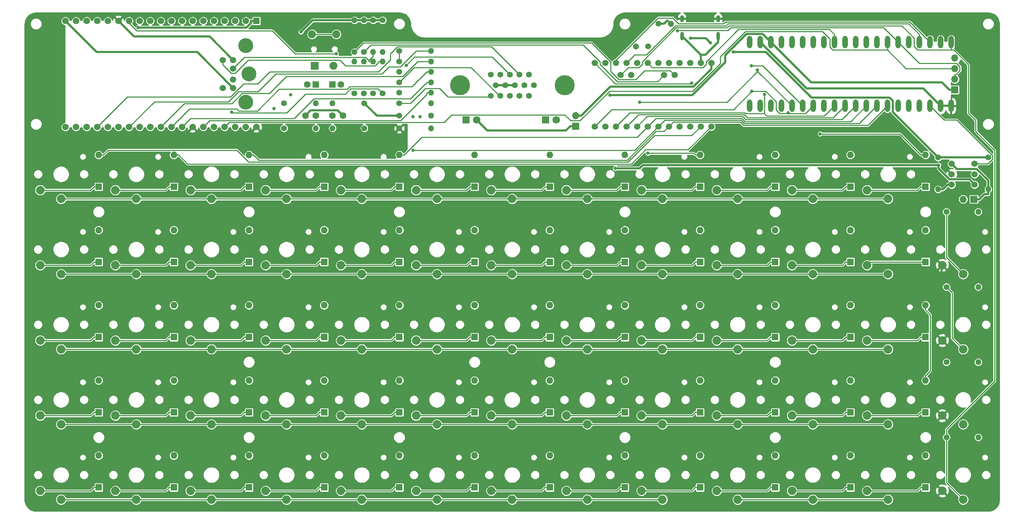
<source format=gtl>
G04 #@! TF.GenerationSoftware,KiCad,Pcbnew,(5.1.5)-3*
G04 #@! TF.CreationDate,2020-03-10T10:40:42+09:00*
G04 #@! TF.ProjectId,console64,636f6e73-6f6c-4653-9634-2e6b69636164,rev?*
G04 #@! TF.SameCoordinates,Original*
G04 #@! TF.FileFunction,Copper,L1,Top*
G04 #@! TF.FilePolarity,Positive*
%FSLAX46Y46*%
G04 Gerber Fmt 4.6, Leading zero omitted, Abs format (unit mm)*
G04 Created by KiCad (PCBNEW (5.1.5)-3) date 2020-03-10 10:40:42*
%MOMM*%
%LPD*%
G04 APERTURE LIST*
%ADD10C,2.032000*%
%ADD11O,0.900000X2.000000*%
%ADD12O,0.900000X1.700000*%
%ADD13O,1.300000X3.000000*%
%ADD14C,4.800000*%
%ADD15C,1.400000*%
%ADD16C,1.560000*%
%ADD17R,1.560000X1.560000*%
%ADD18O,1.400000X1.400000*%
%ADD19C,1.600000*%
%ADD20R,1.600000X1.600000*%
%ADD21C,1.900000*%
%ADD22R,1.900000X1.900000*%
%ADD23C,1.400000*%
%ADD24C,1.500000*%
%ADD25R,1.700000X1.700000*%
%ADD26O,1.700000X1.700000*%
%ADD27C,3.555000*%
%ADD28C,1.509000*%
%ADD29O,1.600000X1.600000*%
%ADD30R,1.800000X1.800000*%
%ADD31C,1.800000*%
%ADD32C,1.524000*%
%ADD33C,0.800000*%
%ADD34C,0.250000*%
%ADD35C,0.500000*%
%ADD36C,0.254000*%
G04 APERTURE END LIST*
D10*
X34000000Y-72800000D03*
X39000000Y-74900000D03*
X52000000Y-72800000D03*
X57000000Y-74900000D03*
X70000000Y-72800000D03*
X75000000Y-74900000D03*
X88000000Y-72800000D03*
X93000000Y-74900000D03*
X106000000Y-72800000D03*
X111000000Y-74900000D03*
X124000000Y-72800000D03*
X129000000Y-74900000D03*
X142000000Y-72800000D03*
X147000000Y-74900000D03*
X160000000Y-72800000D03*
X165000000Y-74900000D03*
X178000000Y-72800000D03*
X183000000Y-74900000D03*
X196000000Y-72800000D03*
X201000000Y-74900000D03*
X214000000Y-72800000D03*
X219000000Y-74900000D03*
X232000000Y-72800000D03*
X237000000Y-74900000D03*
X34000000Y-90800000D03*
X39000000Y-92900000D03*
X52000000Y-90800000D03*
X57000000Y-92900000D03*
X70000000Y-90800000D03*
X75000000Y-92900000D03*
X88000000Y-90800000D03*
X93000000Y-92900000D03*
X106000000Y-90800000D03*
X111000000Y-92900000D03*
X124000000Y-90800000D03*
X129000000Y-92900000D03*
X142000000Y-90800000D03*
X147000000Y-92900000D03*
X160000000Y-90800000D03*
X165000000Y-92900000D03*
X178000000Y-90800000D03*
X183000000Y-92900000D03*
X196000000Y-90800000D03*
X201000000Y-92900000D03*
X214000000Y-90800000D03*
X219000000Y-92900000D03*
X232000000Y-90800000D03*
X237000000Y-92900000D03*
X34000000Y-108800000D03*
X39000000Y-110900000D03*
X52000000Y-108800000D03*
X57000000Y-110900000D03*
X70000000Y-108800000D03*
X75000000Y-110900000D03*
X88000000Y-108800000D03*
X93000000Y-110900000D03*
X106000000Y-108800000D03*
X111000000Y-110900000D03*
X124000000Y-108800000D03*
X129000000Y-110900000D03*
X142000000Y-108800000D03*
X147000000Y-110900000D03*
X160000000Y-108800000D03*
X165000000Y-110900000D03*
X178000000Y-108800000D03*
X183000000Y-110900000D03*
X196000000Y-108800000D03*
X201000000Y-110900000D03*
X214000000Y-108800000D03*
X219000000Y-110900000D03*
X232000000Y-108800000D03*
X237000000Y-110900000D03*
X34000000Y-126800000D03*
X39000000Y-128900000D03*
X52000000Y-126800000D03*
X57000000Y-128900000D03*
X70000000Y-126800000D03*
X75000000Y-128900000D03*
X88000000Y-126800000D03*
X93000000Y-128900000D03*
X106000000Y-126800000D03*
X111000000Y-128900000D03*
X124000000Y-126800000D03*
X129000000Y-128900000D03*
X142000000Y-126800000D03*
X147000000Y-128900000D03*
X160000000Y-126800000D03*
X165000000Y-128900000D03*
X178000000Y-126800000D03*
X183000000Y-128900000D03*
X196000000Y-126800000D03*
X201000000Y-128900000D03*
X214000000Y-126800000D03*
X219000000Y-128900000D03*
X232000000Y-126800000D03*
X237000000Y-128900000D03*
X34000000Y-144800000D03*
X39000000Y-146900000D03*
X52000000Y-144800000D03*
X57000000Y-146900000D03*
X70000000Y-144800000D03*
X75000000Y-146900000D03*
X88000000Y-144800000D03*
X93000000Y-146900000D03*
X106000000Y-144800000D03*
X111000000Y-146900000D03*
X124000000Y-144800000D03*
X129000000Y-146900000D03*
X142000000Y-144800000D03*
X147000000Y-146900000D03*
X160000000Y-144800000D03*
X165000000Y-146900000D03*
X178000000Y-144800000D03*
X183000000Y-146900000D03*
X196000000Y-144800000D03*
X201000000Y-146900000D03*
X214000000Y-144800000D03*
X219000000Y-146900000D03*
X232000000Y-144800000D03*
X237000000Y-146900000D03*
X250000000Y-144800000D03*
X255000000Y-146900000D03*
X250000000Y-126800000D03*
X255000000Y-128900000D03*
X250000000Y-108800000D03*
X255000000Y-110900000D03*
X250000000Y-90800000D03*
X255000000Y-92900000D03*
D11*
X187680000Y-35930000D03*
X196320000Y-35930000D03*
D12*
X187680000Y-31760000D03*
X196320000Y-31760000D03*
D13*
X252130000Y-52627620D03*
X252130000Y-37380000D03*
X249590000Y-52627620D03*
X249590000Y-37380000D03*
X247050000Y-52620000D03*
X247050000Y-37387620D03*
X244510000Y-52620000D03*
X244510000Y-37380000D03*
X241970000Y-52620000D03*
X241970000Y-37380000D03*
X239430000Y-52620000D03*
X239430000Y-37380000D03*
X236890000Y-52620000D03*
X236890000Y-37380000D03*
X234350000Y-52620000D03*
X234350000Y-37380000D03*
X231810000Y-52627620D03*
X231810000Y-37380000D03*
X229270000Y-52620000D03*
X229270000Y-37380000D03*
X226730000Y-52620000D03*
X226730000Y-37380000D03*
X224190000Y-52620000D03*
X224190000Y-37380000D03*
X221650000Y-52620000D03*
X221650000Y-37387620D03*
X219110000Y-52620000D03*
X219110000Y-37380000D03*
X216570000Y-52620000D03*
X216570000Y-37380000D03*
X214030000Y-52620000D03*
X214030000Y-37380000D03*
X211490000Y-52620000D03*
X211490000Y-37380000D03*
X208950000Y-52627620D03*
X208950000Y-37380000D03*
X206410000Y-52620000D03*
X206410000Y-37380000D03*
X203870000Y-52620000D03*
X203870000Y-37380000D03*
D14*
X159556000Y-47731000D03*
X134566000Y-47731000D03*
D15*
X151060000Y-45191000D03*
X148775000Y-45191000D03*
X146490000Y-45191000D03*
X144205000Y-45191000D03*
X141920000Y-45191000D03*
X152203000Y-47731000D03*
X149918000Y-47731000D03*
X147633000Y-47731000D03*
X145348000Y-47731000D03*
X143063000Y-47731000D03*
X151060000Y-50271000D03*
X148775000Y-50271000D03*
X146490000Y-50271000D03*
X144205000Y-50271000D03*
X141920000Y-50271000D03*
D16*
X40040000Y-57700000D03*
X42580000Y-57700000D03*
X45120000Y-57700000D03*
X47660000Y-57700000D03*
X50200000Y-57700000D03*
X52740000Y-57700000D03*
X55280000Y-57700000D03*
X57820000Y-57700000D03*
X60360000Y-57700000D03*
X62900000Y-57700000D03*
X65440000Y-57700000D03*
X67980000Y-57700000D03*
X70520000Y-57700000D03*
X73060000Y-57700000D03*
X75600000Y-57700000D03*
X78140000Y-57700000D03*
X80680000Y-57700000D03*
X83220000Y-57700000D03*
X85760000Y-57700000D03*
X42580000Y-32300000D03*
X45120000Y-32300000D03*
X47660000Y-32300000D03*
X50200000Y-32300000D03*
X52740000Y-32300000D03*
X55280000Y-32300000D03*
X57820000Y-32300000D03*
X60360000Y-32300000D03*
X62900000Y-32300000D03*
X65440000Y-32300000D03*
X67980000Y-32300000D03*
X70520000Y-32300000D03*
X73060000Y-32300000D03*
X75600000Y-32300000D03*
X78140000Y-32300000D03*
X80680000Y-32300000D03*
X40040000Y-32300000D03*
X83220000Y-32300000D03*
D17*
X85760000Y-32300000D03*
D18*
X127620000Y-52000000D03*
D15*
X120000000Y-52000000D03*
X120000000Y-49500000D03*
D18*
X127620000Y-49500000D03*
X127620000Y-47000000D03*
D15*
X120000000Y-47000000D03*
X120000000Y-44500000D03*
D18*
X127620000Y-44500000D03*
X127620000Y-42000000D03*
D15*
X120000000Y-42000000D03*
X120000000Y-39500000D03*
D18*
X127620000Y-39500000D03*
D15*
X109250000Y-49620000D03*
D18*
X109250000Y-42000000D03*
X111500000Y-42000000D03*
D15*
X111500000Y-49620000D03*
X113750000Y-49620000D03*
D18*
X113750000Y-42000000D03*
X116000000Y-42000000D03*
D15*
X116000000Y-49620000D03*
X109250000Y-39750000D03*
D18*
X109250000Y-32130000D03*
X111500000Y-32130000D03*
D15*
X111500000Y-39750000D03*
X113750000Y-32130000D03*
D18*
X113750000Y-39750000D03*
X116000000Y-39750000D03*
D15*
X116000000Y-32130000D03*
D19*
X98000000Y-47500000D03*
D20*
X100000000Y-47500000D03*
X104000000Y-47500000D03*
D19*
X106000000Y-47500000D03*
X100000000Y-55000000D03*
X97500000Y-55000000D03*
X106500000Y-55000000D03*
X104000000Y-55000000D03*
D21*
X99100000Y-35500000D03*
X104900000Y-35500000D03*
D22*
X99750000Y-43000000D03*
D21*
X104250000Y-43000000D03*
D15*
X92380000Y-52000000D03*
D18*
X100000000Y-52000000D03*
D15*
X92380000Y-58000000D03*
D18*
X100000000Y-58000000D03*
X104000000Y-52000000D03*
D15*
X111620000Y-52000000D03*
X111620000Y-58000000D03*
D18*
X104000000Y-58000000D03*
D23*
X185000154Y-33000046D02*
X185000154Y-33000046D01*
D15*
X179612000Y-38388200D03*
X182000000Y-33000000D03*
D23*
X176611846Y-38388154D02*
X176611846Y-38388154D01*
D24*
X185950000Y-45280000D03*
X183410000Y-45280000D03*
X175520000Y-45280000D03*
X172980000Y-45280000D03*
X166760000Y-42380000D03*
X169300000Y-42380000D03*
X171840000Y-42380000D03*
X174380000Y-42380000D03*
X176920000Y-42380000D03*
X179460000Y-42380000D03*
X182000000Y-42380000D03*
X184540000Y-42380000D03*
X187080000Y-42380000D03*
X189620000Y-42380000D03*
X192160000Y-42380000D03*
X194700000Y-42380000D03*
X194700000Y-57620000D03*
X192160000Y-57620000D03*
X189620000Y-57620000D03*
X187080000Y-57620000D03*
X184540000Y-57620000D03*
X182000000Y-57620000D03*
X179460000Y-57620000D03*
X176920000Y-57620000D03*
X174380000Y-57620000D03*
X171840000Y-57620000D03*
X169300000Y-57620000D03*
X166760000Y-57620000D03*
D25*
X253000000Y-48781000D03*
D26*
X253000000Y-46241000D03*
X253000000Y-43701000D03*
X253000000Y-41161000D03*
D25*
X162250000Y-57500000D03*
D26*
X162250000Y-54960000D03*
D27*
X83190000Y-38240000D03*
X83190000Y-51760000D03*
X84000000Y-45000000D03*
D28*
X77700000Y-48350000D03*
X77700000Y-41650000D03*
X80190000Y-48350000D03*
X80190000Y-41650000D03*
X80190000Y-46300000D03*
X80190000Y-43700000D03*
D29*
X48000000Y-64380000D03*
D20*
X48000000Y-72000000D03*
D29*
X66000000Y-64380000D03*
D20*
X66000000Y-72000000D03*
X84000000Y-72000000D03*
D29*
X84000000Y-64380000D03*
X102000000Y-64380000D03*
D20*
X102000000Y-72000000D03*
X120000000Y-72000000D03*
D29*
X120000000Y-64380000D03*
X138000000Y-64380000D03*
D20*
X138000000Y-72000000D03*
X156000000Y-72000000D03*
D29*
X156000000Y-64380000D03*
X174000000Y-64380000D03*
D20*
X174000000Y-72000000D03*
X192000000Y-72000000D03*
D29*
X192000000Y-64380000D03*
X210000000Y-64380000D03*
D20*
X210000000Y-72000000D03*
X228000000Y-72000000D03*
D29*
X228000000Y-64380000D03*
X246000000Y-64380000D03*
D20*
X246000000Y-72000000D03*
X48000000Y-90000000D03*
D29*
X48000000Y-82380000D03*
X66000000Y-82380000D03*
D20*
X66000000Y-90000000D03*
X84000000Y-90000000D03*
D29*
X84000000Y-82380000D03*
X102000000Y-82380000D03*
D20*
X102000000Y-90000000D03*
X120000000Y-90000000D03*
D29*
X120000000Y-82380000D03*
X138000000Y-82380000D03*
D20*
X138000000Y-90000000D03*
X156000000Y-90000000D03*
D29*
X156000000Y-82380000D03*
X174000000Y-82380000D03*
D20*
X174000000Y-90000000D03*
X192000000Y-90000000D03*
D29*
X192000000Y-82380000D03*
X210000000Y-82380000D03*
D20*
X210000000Y-90000000D03*
X228000000Y-90000000D03*
D29*
X228000000Y-82380000D03*
X246000000Y-82380000D03*
D20*
X246000000Y-90000000D03*
X48000000Y-108000000D03*
D29*
X48000000Y-100380000D03*
X66000000Y-100380000D03*
D20*
X66000000Y-108000000D03*
X84000000Y-108000000D03*
D29*
X84000000Y-100380000D03*
X102000000Y-100380000D03*
D20*
X102000000Y-108000000D03*
X120000000Y-108000000D03*
D29*
X120000000Y-100380000D03*
X138000000Y-100380000D03*
D20*
X138000000Y-108000000D03*
X156000000Y-108000000D03*
D29*
X156000000Y-100380000D03*
X174000000Y-100380000D03*
D20*
X174000000Y-108000000D03*
X192000000Y-108000000D03*
D29*
X192000000Y-100380000D03*
D20*
X210000000Y-108000000D03*
D29*
X210000000Y-100380000D03*
D20*
X228000000Y-108000000D03*
D29*
X228000000Y-100380000D03*
X246000000Y-100380000D03*
D20*
X246000000Y-108000000D03*
X48000000Y-126000000D03*
D29*
X48000000Y-118380000D03*
X66000000Y-118380000D03*
D20*
X66000000Y-126000000D03*
X84000000Y-126000000D03*
D29*
X84000000Y-118380000D03*
X102000000Y-118380000D03*
D20*
X102000000Y-126000000D03*
X120000000Y-126000000D03*
D29*
X120000000Y-118380000D03*
X138000000Y-118380000D03*
D20*
X138000000Y-126000000D03*
X156000000Y-126000000D03*
D29*
X156000000Y-118380000D03*
X174000000Y-118380000D03*
D20*
X174000000Y-126000000D03*
X192000000Y-126000000D03*
D29*
X192000000Y-118380000D03*
X210000000Y-118380000D03*
D20*
X210000000Y-126000000D03*
X228000000Y-126000000D03*
D29*
X228000000Y-118380000D03*
X246000000Y-118380000D03*
D20*
X246000000Y-126000000D03*
X48000000Y-144000000D03*
D29*
X48000000Y-136380000D03*
X66000000Y-136380000D03*
D20*
X66000000Y-144000000D03*
D29*
X84000000Y-136380000D03*
D20*
X84000000Y-144000000D03*
D29*
X102000000Y-136380000D03*
D20*
X102000000Y-144000000D03*
X120000000Y-144000000D03*
D29*
X120000000Y-136380000D03*
D20*
X138000000Y-144000000D03*
D29*
X138000000Y-136380000D03*
X156000000Y-136380000D03*
D20*
X156000000Y-144000000D03*
X174000000Y-144000000D03*
D29*
X174000000Y-136380000D03*
D20*
X192000000Y-144000000D03*
D29*
X192000000Y-136380000D03*
D20*
X210000000Y-144000000D03*
D29*
X210000000Y-136380000D03*
X228000000Y-136380000D03*
D20*
X228000000Y-144000000D03*
D29*
X246000000Y-136380000D03*
D20*
X246000000Y-144000000D03*
D25*
X257540000Y-75000000D03*
D26*
X255000000Y-75000000D03*
D30*
X155000000Y-56000000D03*
D31*
X157540000Y-56000000D03*
X138540000Y-56000000D03*
D30*
X136000000Y-56000000D03*
D15*
X261000000Y-65000000D03*
D18*
X261000000Y-72620000D03*
X249000000Y-72620000D03*
D15*
X249000000Y-65000000D03*
X120000000Y-58000000D03*
D18*
X127620000Y-58000000D03*
X127620000Y-55000000D03*
D15*
X120000000Y-55000000D03*
D32*
X252250000Y-66500000D03*
X252250000Y-69000000D03*
X252250000Y-71500000D03*
X257750000Y-66500000D03*
X257750000Y-69000000D03*
X257750000Y-71500000D03*
D18*
X258620000Y-132000000D03*
D15*
X251000000Y-132000000D03*
X251000000Y-114000000D03*
D18*
X258620000Y-114000000D03*
X258620000Y-96000000D03*
D15*
X251000000Y-96000000D03*
X251000000Y-78000000D03*
D18*
X258620000Y-78000000D03*
D33*
X123302400Y-63254600D03*
X207403600Y-49858900D03*
X179510800Y-63979400D03*
X213081300Y-54304600D03*
X204400800Y-49157000D03*
X190028700Y-47179400D03*
X204285000Y-43050000D03*
X177508700Y-51725900D03*
X205780000Y-44012100D03*
X220761200Y-59351200D03*
X121651800Y-42921000D03*
X94000000Y-50000000D03*
X90000000Y-53250000D03*
X123250000Y-55250000D03*
X125000000Y-55250000D03*
X87250000Y-61500000D03*
X89750000Y-61500000D03*
X92250000Y-61500000D03*
X94750000Y-61500000D03*
X89750000Y-64000000D03*
X92250000Y-64000000D03*
X94750000Y-64000000D03*
X108250000Y-61500000D03*
X111000000Y-61500000D03*
X113750000Y-61500000D03*
X113750000Y-64250000D03*
X111000000Y-64250000D03*
X108250000Y-64250000D03*
X169000000Y-37000000D03*
X168250000Y-38000000D03*
X118000000Y-36000000D03*
X119500000Y-36000000D03*
X121000000Y-36000000D03*
X122500000Y-36000000D03*
X89250000Y-31750000D03*
X90750000Y-31750000D03*
X92250000Y-31750000D03*
X93750000Y-31750000D03*
X177250000Y-31750000D03*
X179250000Y-31750000D03*
X177250000Y-33750000D03*
X246000000Y-31250000D03*
X247750000Y-31250000D03*
X249500000Y-31250000D03*
X251250000Y-31250000D03*
X253000000Y-31250000D03*
X254750000Y-31250000D03*
X256500000Y-31250000D03*
X258250000Y-31250000D03*
X258250000Y-33000000D03*
X256500000Y-33000000D03*
X254750000Y-33000000D03*
X253000000Y-33000000D03*
X251250000Y-33000000D03*
X254750000Y-35000000D03*
X256500000Y-35000000D03*
X258250000Y-35000000D03*
X255000000Y-43000000D03*
X236750000Y-55750000D03*
X235750000Y-57250000D03*
X242250000Y-60250000D03*
X241250000Y-59000000D03*
X178750000Y-65500000D03*
X186750000Y-65500000D03*
X193250000Y-63250000D03*
X198750000Y-57750000D03*
X200750000Y-57750000D03*
X104862300Y-40119200D03*
X79840000Y-54117500D03*
X57444300Y-33910100D03*
X199991700Y-39733700D03*
X189767700Y-36439300D03*
X194516200Y-37566400D03*
X171711200Y-67592100D03*
X96436300Y-34936700D03*
X249122500Y-66805800D03*
X186589800Y-34640800D03*
X170463800Y-50039300D03*
D34*
X48000000Y-72000000D02*
X46874700Y-72000000D01*
X46874700Y-72000000D02*
X46074700Y-72800000D01*
X46074700Y-72800000D02*
X34000000Y-72800000D01*
X48000000Y-64380000D02*
X49125300Y-64380000D01*
X49125300Y-64380000D02*
X50267300Y-63238000D01*
X50267300Y-63238000D02*
X81100300Y-63238000D01*
X81100300Y-63238000D02*
X83948300Y-66086000D01*
X83948300Y-66086000D02*
X174763500Y-66086000D01*
X174763500Y-66086000D02*
X181097600Y-59751900D01*
X181097600Y-59751900D02*
X190028100Y-59751900D01*
X190028100Y-59751900D02*
X192160000Y-57620000D01*
X67125300Y-64380000D02*
X69281700Y-66536400D01*
X69281700Y-66536400D02*
X175586900Y-66536400D01*
X175586900Y-66536400D02*
X178986000Y-63137300D01*
X178986000Y-63137300D02*
X189182800Y-63137300D01*
X189182800Y-63137300D02*
X189182800Y-63137200D01*
X189182800Y-63137200D02*
X194700000Y-57620000D01*
X66000000Y-64380000D02*
X67125300Y-64380000D01*
X66000000Y-72000000D02*
X64874700Y-72000000D01*
X64874700Y-72000000D02*
X64074700Y-72800000D01*
X64074700Y-72800000D02*
X52000000Y-72800000D01*
X184540000Y-57620000D02*
X185627500Y-56532500D01*
X185627500Y-56532500D02*
X201649200Y-56532500D01*
X201649200Y-56532500D02*
X202398100Y-57281400D01*
X202398100Y-57281400D02*
X232228600Y-57281400D01*
X232228600Y-57281400D02*
X236890000Y-52620000D01*
X85125300Y-64380000D02*
X86373000Y-65627700D01*
X86373000Y-65627700D02*
X174584900Y-65627700D01*
X174584900Y-65627700D02*
X181475800Y-58736800D01*
X181475800Y-58736800D02*
X183423200Y-58736800D01*
X183423200Y-58736800D02*
X184540000Y-57620000D01*
X84000000Y-64380000D02*
X85125300Y-64380000D01*
X84000000Y-72000000D02*
X82874700Y-72000000D01*
X82874700Y-72000000D02*
X82074700Y-72800000D01*
X82074700Y-72800000D02*
X70000000Y-72800000D01*
X182000000Y-57620000D02*
X183537800Y-56082200D01*
X183537800Y-56082200D02*
X201835800Y-56082200D01*
X201835800Y-56082200D02*
X202584700Y-56831100D01*
X202584700Y-56831100D02*
X230138900Y-56831100D01*
X230138900Y-56831100D02*
X234350000Y-52620000D01*
X123302400Y-63254600D02*
X176321100Y-63254600D01*
X176321100Y-63254600D02*
X181955700Y-57620000D01*
X181955700Y-57620000D02*
X182000000Y-57620000D01*
X102000000Y-72000000D02*
X100874700Y-72000000D01*
X100874700Y-72000000D02*
X100074700Y-72800000D01*
X100074700Y-72800000D02*
X88000000Y-72800000D01*
X179460000Y-57620000D02*
X181455500Y-55624500D01*
X181455500Y-55624500D02*
X202015000Y-55624500D01*
X202015000Y-55624500D02*
X202771300Y-56380800D01*
X202771300Y-56380800D02*
X228056800Y-56380800D01*
X228056800Y-56380800D02*
X231810000Y-52627600D01*
X120000000Y-64380000D02*
X121125300Y-64380000D01*
X121125300Y-64380000D02*
X125401500Y-60103800D01*
X125401500Y-60103800D02*
X176976200Y-60103800D01*
X176976200Y-60103800D02*
X179460000Y-57620000D01*
X120000000Y-72000000D02*
X118874700Y-72000000D01*
X118874700Y-72000000D02*
X118074700Y-72800000D01*
X118074700Y-72800000D02*
X106000000Y-72800000D01*
X176920000Y-57620000D02*
X179365900Y-55174100D01*
X179365900Y-55174100D02*
X202201500Y-55174100D01*
X202201500Y-55174100D02*
X202957900Y-55930500D01*
X202957900Y-55930500D02*
X225959500Y-55930500D01*
X225959500Y-55930500D02*
X229270000Y-52620000D01*
X138000000Y-72000000D02*
X136874700Y-72000000D01*
X136874700Y-72000000D02*
X136074700Y-72800000D01*
X136074700Y-72800000D02*
X124000000Y-72800000D01*
X174380000Y-57620000D02*
X177276300Y-54723700D01*
X177276300Y-54723700D02*
X202574500Y-54723700D01*
X202574500Y-54723700D02*
X203331000Y-55480200D01*
X203331000Y-55480200D02*
X223869800Y-55480200D01*
X223869800Y-55480200D02*
X226730000Y-52620000D01*
X156000000Y-72000000D02*
X154874700Y-72000000D01*
X154874700Y-72000000D02*
X154074700Y-72800000D01*
X154074700Y-72800000D02*
X142000000Y-72800000D01*
X207403600Y-54449500D02*
X207984000Y-55029900D01*
X207984000Y-55029900D02*
X221780100Y-55029900D01*
X221780100Y-55029900D02*
X224190000Y-52620000D01*
X207403600Y-54449500D02*
X207403600Y-49858900D01*
X171840000Y-57620000D02*
X175186700Y-54273300D01*
X175186700Y-54273300D02*
X202799500Y-54273300D01*
X202799500Y-54273300D02*
X202975700Y-54449500D01*
X202975700Y-54449500D02*
X207403600Y-54449500D01*
X174000000Y-72000000D02*
X172874700Y-72000000D01*
X172874700Y-72000000D02*
X172074700Y-72800000D01*
X172074700Y-72800000D02*
X160000000Y-72800000D01*
X192000000Y-72000000D02*
X190874700Y-72000000D01*
X190874700Y-72000000D02*
X190074700Y-72800000D01*
X190074700Y-72800000D02*
X178000000Y-72800000D01*
X190874700Y-64380000D02*
X190474100Y-63979400D01*
X190474100Y-63979400D02*
X179510800Y-63979400D01*
X192000000Y-64380000D02*
X190874700Y-64380000D01*
X210000000Y-72000000D02*
X208874700Y-72000000D01*
X208874700Y-72000000D02*
X208074700Y-72800000D01*
X208074700Y-72800000D02*
X196000000Y-72800000D01*
X213081300Y-54449500D02*
X211075200Y-54449500D01*
X211075200Y-54449500D02*
X210220000Y-53594300D01*
X210220000Y-53594300D02*
X210220000Y-51618100D01*
X210220000Y-51618100D02*
X207707000Y-49105100D01*
X207707000Y-49105100D02*
X204452700Y-49105100D01*
X204452700Y-49105100D02*
X204400800Y-49157000D01*
X219110000Y-52620000D02*
X217280500Y-54449500D01*
X217280500Y-54449500D02*
X213081300Y-54449500D01*
X213081300Y-54304600D02*
X213081300Y-54449500D01*
X204400800Y-49157000D02*
X200027500Y-53530300D01*
X200027500Y-53530300D02*
X170849700Y-53530300D01*
X170849700Y-53530300D02*
X166760000Y-57620000D01*
X228000000Y-72000000D02*
X226874700Y-72000000D01*
X226874700Y-72000000D02*
X226074700Y-72800000D01*
X226074700Y-72800000D02*
X214000000Y-72800000D01*
X166760000Y-42380000D02*
X171707300Y-47327300D01*
X171707300Y-47327300D02*
X189880800Y-47327300D01*
X189880800Y-47327300D02*
X190028700Y-47179400D01*
X216570000Y-52620000D02*
X207000000Y-43050000D01*
X207000000Y-43050000D02*
X204285000Y-43050000D01*
X246000000Y-72000000D02*
X244874700Y-72000000D01*
X244874700Y-72000000D02*
X244074700Y-72800000D01*
X244074700Y-72800000D02*
X232000000Y-72800000D01*
X205780000Y-44370000D02*
X205780000Y-44012100D01*
X214030000Y-52620000D02*
X205780000Y-44370000D01*
X205780000Y-44370000D02*
X198424100Y-51725900D01*
X198424100Y-51725900D02*
X177508700Y-51725900D01*
X244874700Y-64380000D02*
X239845900Y-59351200D01*
X239845900Y-59351200D02*
X220761200Y-59351200D01*
X246000000Y-64380000D02*
X244874700Y-64380000D01*
X246000000Y-100380000D02*
X246000000Y-101505300D01*
X246000000Y-118380000D02*
X246000000Y-117254700D01*
X246000000Y-117254700D02*
X247125300Y-116129400D01*
X247125300Y-116129400D02*
X247125300Y-102630600D01*
X247125300Y-102630600D02*
X246000000Y-101505300D01*
X48000000Y-90000000D02*
X46874700Y-90000000D01*
X46874700Y-90000000D02*
X46074700Y-90800000D01*
X46074700Y-90800000D02*
X34000000Y-90800000D01*
X66000000Y-90000000D02*
X64874700Y-90000000D01*
X64874700Y-90000000D02*
X64074700Y-90800000D01*
X64074700Y-90800000D02*
X52000000Y-90800000D01*
X84000000Y-90000000D02*
X82874700Y-90000000D01*
X82874700Y-90000000D02*
X82074700Y-90800000D01*
X82074700Y-90800000D02*
X70000000Y-90800000D01*
X102000000Y-90000000D02*
X100874700Y-90000000D01*
X100874700Y-90000000D02*
X100074700Y-90800000D01*
X100074700Y-90800000D02*
X88000000Y-90800000D01*
X120000000Y-90000000D02*
X118874700Y-90000000D01*
X118874700Y-90000000D02*
X118074700Y-90800000D01*
X118074700Y-90800000D02*
X106000000Y-90800000D01*
X138000000Y-90000000D02*
X136874700Y-90000000D01*
X136874700Y-90000000D02*
X136074700Y-90800000D01*
X136074700Y-90800000D02*
X124000000Y-90800000D01*
X156000000Y-90000000D02*
X154874700Y-90000000D01*
X154874700Y-90000000D02*
X154074700Y-90800000D01*
X154074700Y-90800000D02*
X142000000Y-90800000D01*
X174000000Y-90000000D02*
X172874700Y-90000000D01*
X172874700Y-90000000D02*
X172074700Y-90800000D01*
X172074700Y-90800000D02*
X160000000Y-90800000D01*
X192000000Y-90000000D02*
X190874700Y-90000000D01*
X190874700Y-90000000D02*
X190074700Y-90800000D01*
X190074700Y-90800000D02*
X178000000Y-90800000D01*
X210000000Y-90000000D02*
X208874700Y-90000000D01*
X208874700Y-90000000D02*
X208074700Y-90800000D01*
X208074700Y-90800000D02*
X196000000Y-90800000D01*
X228000000Y-90000000D02*
X226874700Y-90000000D01*
X226874700Y-90000000D02*
X226074700Y-90800000D01*
X226074700Y-90800000D02*
X214000000Y-90800000D01*
X244874700Y-90000000D02*
X232800000Y-90000000D01*
X232800000Y-90000000D02*
X232000000Y-90800000D01*
X246000000Y-90000000D02*
X244874700Y-90000000D01*
X48000000Y-108000000D02*
X46874700Y-108000000D01*
X46874700Y-108000000D02*
X46074700Y-108800000D01*
X46074700Y-108800000D02*
X34000000Y-108800000D01*
X66000000Y-108000000D02*
X64874700Y-108000000D01*
X64874700Y-108000000D02*
X64074700Y-108800000D01*
X64074700Y-108800000D02*
X52000000Y-108800000D01*
X84000000Y-108000000D02*
X82874700Y-108000000D01*
X82874700Y-108000000D02*
X82074700Y-108800000D01*
X82074700Y-108800000D02*
X70000000Y-108800000D01*
X102000000Y-108000000D02*
X100874700Y-108000000D01*
X100874700Y-108000000D02*
X100074700Y-108800000D01*
X100074700Y-108800000D02*
X88000000Y-108800000D01*
X120000000Y-108000000D02*
X118874700Y-108000000D01*
X118874700Y-108000000D02*
X118074700Y-108800000D01*
X118074700Y-108800000D02*
X106000000Y-108800000D01*
X138000000Y-108000000D02*
X136874700Y-108000000D01*
X136874700Y-108000000D02*
X136074700Y-108800000D01*
X136074700Y-108800000D02*
X124000000Y-108800000D01*
X156000000Y-108000000D02*
X154874700Y-108000000D01*
X154874700Y-108000000D02*
X154074700Y-108800000D01*
X154074700Y-108800000D02*
X142000000Y-108800000D01*
X174000000Y-108000000D02*
X172874700Y-108000000D01*
X172874700Y-108000000D02*
X172074700Y-108800000D01*
X172074700Y-108800000D02*
X160000000Y-108800000D01*
X192000000Y-108000000D02*
X190874700Y-108000000D01*
X190874700Y-108000000D02*
X190074700Y-108800000D01*
X190074700Y-108800000D02*
X178000000Y-108800000D01*
X210000000Y-108000000D02*
X208874700Y-108000000D01*
X208874700Y-108000000D02*
X208074700Y-108800000D01*
X208074700Y-108800000D02*
X196000000Y-108800000D01*
X228000000Y-108000000D02*
X226874700Y-108000000D01*
X226874700Y-108000000D02*
X226074700Y-108800000D01*
X226074700Y-108800000D02*
X214000000Y-108800000D01*
X246000000Y-108000000D02*
X244874700Y-108000000D01*
X244874700Y-108000000D02*
X244074700Y-108800000D01*
X244074700Y-108800000D02*
X232000000Y-108800000D01*
X48000000Y-126000000D02*
X46874700Y-126000000D01*
X46874700Y-126000000D02*
X46074700Y-126800000D01*
X46074700Y-126800000D02*
X34000000Y-126800000D01*
X66000000Y-126000000D02*
X64874700Y-126000000D01*
X64874700Y-126000000D02*
X64074700Y-126800000D01*
X64074700Y-126800000D02*
X52000000Y-126800000D01*
X84000000Y-126000000D02*
X82874700Y-126000000D01*
X82874700Y-126000000D02*
X82074700Y-126800000D01*
X82074700Y-126800000D02*
X70000000Y-126800000D01*
X102000000Y-126000000D02*
X100874700Y-126000000D01*
X100874700Y-126000000D02*
X100074700Y-126800000D01*
X100074700Y-126800000D02*
X88000000Y-126800000D01*
X120000000Y-126000000D02*
X118874700Y-126000000D01*
X118874700Y-126000000D02*
X118074700Y-126800000D01*
X118074700Y-126800000D02*
X106000000Y-126800000D01*
X138000000Y-126000000D02*
X136874700Y-126000000D01*
X136874700Y-126000000D02*
X136074700Y-126800000D01*
X136074700Y-126800000D02*
X124000000Y-126800000D01*
X156000000Y-126000000D02*
X154874700Y-126000000D01*
X154874700Y-126000000D02*
X154074700Y-126800000D01*
X154074700Y-126800000D02*
X142000000Y-126800000D01*
X174000000Y-126000000D02*
X172874700Y-126000000D01*
X172874700Y-126000000D02*
X172074700Y-126800000D01*
X172074700Y-126800000D02*
X160000000Y-126800000D01*
X192000000Y-126000000D02*
X190874700Y-126000000D01*
X190874700Y-126000000D02*
X190074700Y-126800000D01*
X190074700Y-126800000D02*
X178000000Y-126800000D01*
X210000000Y-126000000D02*
X208874700Y-126000000D01*
X208874700Y-126000000D02*
X208074700Y-126800000D01*
X208074700Y-126800000D02*
X196000000Y-126800000D01*
X228000000Y-126000000D02*
X226874700Y-126000000D01*
X226874700Y-126000000D02*
X226074700Y-126800000D01*
X226074700Y-126800000D02*
X214000000Y-126800000D01*
X246000000Y-126000000D02*
X244874700Y-126000000D01*
X244874700Y-126000000D02*
X244074700Y-126800000D01*
X244074700Y-126800000D02*
X232000000Y-126800000D01*
X48000000Y-144000000D02*
X46874700Y-144000000D01*
X46874700Y-144000000D02*
X46074700Y-144800000D01*
X46074700Y-144800000D02*
X34000000Y-144800000D01*
X66000000Y-144000000D02*
X64874700Y-144000000D01*
X64874700Y-144000000D02*
X64074700Y-144800000D01*
X64074700Y-144800000D02*
X52000000Y-144800000D01*
X84000000Y-144000000D02*
X82874700Y-144000000D01*
X82874700Y-144000000D02*
X82074700Y-144800000D01*
X82074700Y-144800000D02*
X70000000Y-144800000D01*
X102000000Y-144000000D02*
X100874700Y-144000000D01*
X100874700Y-144000000D02*
X100074700Y-144800000D01*
X100074700Y-144800000D02*
X88000000Y-144800000D01*
X120000000Y-144000000D02*
X118874700Y-144000000D01*
X118874700Y-144000000D02*
X118074700Y-144800000D01*
X118074700Y-144800000D02*
X106000000Y-144800000D01*
X138000000Y-144000000D02*
X136874700Y-144000000D01*
X136874700Y-144000000D02*
X136074700Y-144800000D01*
X136074700Y-144800000D02*
X124000000Y-144800000D01*
X156000000Y-144000000D02*
X154874700Y-144000000D01*
X154874700Y-144000000D02*
X154074700Y-144800000D01*
X154074700Y-144800000D02*
X142000000Y-144800000D01*
X174000000Y-144000000D02*
X172874700Y-144000000D01*
X172874700Y-144000000D02*
X172074700Y-144800000D01*
X172074700Y-144800000D02*
X160000000Y-144800000D01*
X192000000Y-144000000D02*
X190874700Y-144000000D01*
X190874700Y-144000000D02*
X190074700Y-144800000D01*
X190074700Y-144800000D02*
X178000000Y-144800000D01*
X210000000Y-144000000D02*
X208874700Y-144000000D01*
X208874700Y-144000000D02*
X208074700Y-144800000D01*
X208074700Y-144800000D02*
X196000000Y-144800000D01*
X228000000Y-144000000D02*
X226874700Y-144000000D01*
X226874700Y-144000000D02*
X226074700Y-144800000D01*
X226074700Y-144800000D02*
X214000000Y-144800000D01*
X246000000Y-144000000D02*
X244874700Y-144000000D01*
X244874700Y-144000000D02*
X244074700Y-144800000D01*
X244074700Y-144800000D02*
X232000000Y-144800000D01*
D35*
X162250000Y-54960000D02*
X163550300Y-54960000D01*
X163550300Y-54960000D02*
X170480500Y-48029800D01*
X170480500Y-48029800D02*
X190427400Y-48029800D01*
X190427400Y-48029800D02*
X194700000Y-43757200D01*
X194700000Y-43757200D02*
X194700000Y-42380000D01*
D34*
X120000000Y-39500000D02*
X120000000Y-42000000D01*
X120000000Y-47000000D02*
X123533700Y-43466300D01*
X123533700Y-43466300D02*
X137177900Y-43466300D01*
X137177900Y-43466300D02*
X143982600Y-50271000D01*
X143982600Y-50271000D02*
X144205000Y-50271000D01*
X120000000Y-52000000D02*
X122725500Y-52000000D01*
X122725500Y-52000000D02*
X126266200Y-48459300D01*
X126266200Y-48459300D02*
X129621500Y-48459300D01*
X129621500Y-48459300D02*
X131641100Y-50478900D01*
X131641100Y-50478900D02*
X141712100Y-50478900D01*
X141712100Y-50478900D02*
X141920000Y-50271000D01*
X57000000Y-74900000D02*
X39000000Y-74900000D01*
X75000000Y-74900000D02*
X57000000Y-74900000D01*
X93000000Y-74900000D02*
X75000000Y-74900000D01*
X111000000Y-74900000D02*
X93000000Y-74900000D01*
X129000000Y-74900000D02*
X111000000Y-74900000D01*
X165000000Y-74900000D02*
X147000000Y-74900000D01*
X183000000Y-74900000D02*
X165000000Y-74900000D01*
X201000000Y-74900000D02*
X183000000Y-74900000D01*
X219000000Y-74900000D02*
X201000000Y-74900000D01*
X237000000Y-74900000D02*
X219000000Y-74900000D01*
X129000000Y-74900000D02*
X147000000Y-74900000D01*
X224190000Y-37380000D02*
X224190000Y-35554700D01*
X179460000Y-42380000D02*
X180535400Y-43455400D01*
X180535400Y-43455400D02*
X192666500Y-43455400D01*
X192666500Y-43455400D02*
X193430000Y-42691900D01*
X193430000Y-42691900D02*
X193430000Y-42114000D01*
X193430000Y-42114000D02*
X201198100Y-34345900D01*
X201198100Y-34345900D02*
X222981200Y-34345900D01*
X222981200Y-34345900D02*
X224190000Y-35554700D01*
X183000000Y-92900000D02*
X165000000Y-92900000D01*
X201000000Y-92900000D02*
X183000000Y-92900000D01*
X75000000Y-92900000D02*
X57000000Y-92900000D01*
X93000000Y-92900000D02*
X75000000Y-92900000D01*
X111000000Y-92900000D02*
X93000000Y-92900000D01*
X147000000Y-92900000D02*
X129000000Y-92900000D01*
X165000000Y-92900000D02*
X147000000Y-92900000D01*
X39000000Y-92900000D02*
X57000000Y-92900000D01*
X111000000Y-92900000D02*
X129000000Y-92900000D01*
X201000000Y-92900000D02*
X219000000Y-92900000D01*
X237000000Y-92900000D02*
X219000000Y-92900000D01*
X57000000Y-110900000D02*
X39000000Y-110900000D01*
X75000000Y-110900000D02*
X57000000Y-110900000D01*
X93000000Y-110900000D02*
X75000000Y-110900000D01*
X111000000Y-110900000D02*
X93000000Y-110900000D01*
X129000000Y-110900000D02*
X111000000Y-110900000D01*
X147000000Y-110900000D02*
X129000000Y-110900000D01*
X165000000Y-110900000D02*
X147000000Y-110900000D01*
X183000000Y-110900000D02*
X165000000Y-110900000D01*
X201000000Y-110900000D02*
X183000000Y-110900000D01*
X219000000Y-110900000D02*
X201000000Y-110900000D01*
X237000000Y-110900000D02*
X219000000Y-110900000D01*
X93000000Y-128900000D02*
X75000000Y-128900000D01*
X111000000Y-128900000D02*
X93000000Y-128900000D01*
X129000000Y-128900000D02*
X111000000Y-128900000D01*
X147000000Y-128900000D02*
X129000000Y-128900000D01*
X165000000Y-128900000D02*
X147000000Y-128900000D01*
X183000000Y-128900000D02*
X165000000Y-128900000D01*
X201000000Y-128900000D02*
X183000000Y-128900000D01*
X39000000Y-128900000D02*
X57000000Y-128900000D01*
X75000000Y-128900000D02*
X57000000Y-128900000D01*
X201000000Y-128900000D02*
X219000000Y-128900000D01*
X219000000Y-128900000D02*
X237000000Y-128900000D01*
X237000000Y-146900000D02*
X219000000Y-146900000D01*
X219000000Y-146900000D02*
X201000000Y-146900000D01*
X75000000Y-146900000D02*
X57000000Y-146900000D01*
X93000000Y-146900000D02*
X75000000Y-146900000D01*
X183000000Y-146900000D02*
X165000000Y-146900000D01*
X39000000Y-146900000D02*
X57000000Y-146900000D01*
X147000000Y-146900000D02*
X165000000Y-146900000D01*
X129000000Y-146900000D02*
X147000000Y-146900000D01*
X111000000Y-146900000D02*
X93000000Y-146900000D01*
X129000000Y-146900000D02*
X111000000Y-146900000D01*
X47660000Y-57700000D02*
X54893800Y-50466200D01*
X54893800Y-50466200D02*
X79623700Y-50466200D01*
X79623700Y-50466200D02*
X82738000Y-47351900D01*
X82738000Y-47351900D02*
X86102900Y-47351900D01*
X86102900Y-47351900D02*
X88958400Y-44496400D01*
X88958400Y-44496400D02*
X114970600Y-44496400D01*
X114970600Y-44496400D02*
X117875000Y-41592000D01*
X117875000Y-41592000D02*
X117875000Y-40139300D01*
X117875000Y-40139300D02*
X119551100Y-38463200D01*
X119551100Y-38463200D02*
X142047200Y-38463200D01*
X142047200Y-38463200D02*
X148775000Y-45191000D01*
X146490000Y-45191000D02*
X142221600Y-40922600D01*
X142221600Y-40922600D02*
X123650200Y-40922600D01*
X123650200Y-40922600D02*
X121651800Y-42921000D01*
D35*
X85760000Y-57700000D02*
X84527200Y-58932800D01*
X84527200Y-58932800D02*
X71752800Y-58932800D01*
X71752800Y-58932800D02*
X70520000Y-57700000D01*
X249590000Y-52627600D02*
X245419600Y-48457200D01*
X245419600Y-48457200D02*
X217487200Y-48457200D01*
X217487200Y-48457200D02*
X206410000Y-37380000D01*
X192160000Y-40410000D02*
X192160000Y-42380000D01*
X187680000Y-35930000D02*
X192160000Y-40410000D01*
X196320000Y-37380300D02*
X193290300Y-40410000D01*
X193290300Y-40410000D02*
X192160000Y-40410000D01*
X196320000Y-35930000D02*
X196320000Y-37380300D01*
X250000000Y-90800000D02*
X249828100Y-90971900D01*
X249828100Y-90971900D02*
X249828100Y-103013300D01*
X249828100Y-103013300D02*
X250831900Y-104017100D01*
X250831900Y-104017100D02*
X250831900Y-107968100D01*
X250831900Y-107968100D02*
X250000000Y-108800000D01*
X80190000Y-41650000D02*
X74571000Y-36031000D01*
X74571000Y-36031000D02*
X56471000Y-36031000D01*
X56471000Y-36031000D02*
X52740000Y-32300000D01*
X185000200Y-33000000D02*
X184186900Y-32186600D01*
X184186900Y-32186600D02*
X183373500Y-33000000D01*
X183373500Y-33000000D02*
X182000000Y-33000000D01*
X252130000Y-52627600D02*
X249590000Y-52627600D01*
X187680000Y-31760000D02*
X196320000Y-31760000D01*
X120000000Y-55000000D02*
X114620000Y-55000000D01*
X114620000Y-55000000D02*
X111620000Y-52000000D01*
X145348000Y-47731000D02*
X147633000Y-47731000D01*
X143063000Y-47731000D02*
X145348000Y-47731000D01*
X106500000Y-55000000D02*
X105241700Y-53741700D01*
X105241700Y-53741700D02*
X98758300Y-53741700D01*
X98758300Y-53741700D02*
X97500000Y-55000000D01*
D34*
X73060000Y-57700000D02*
X74630800Y-56129200D01*
X74630800Y-56129200D02*
X120350000Y-56129200D01*
X120350000Y-56129200D02*
X126594700Y-49884500D01*
X126594700Y-49884500D02*
X126594700Y-49500000D01*
X127620000Y-49500000D02*
X126594700Y-49500000D01*
X67980000Y-57700000D02*
X70034600Y-55645400D01*
X70034600Y-55645400D02*
X94800000Y-55645400D01*
X94800000Y-55645400D02*
X99574900Y-50870500D01*
X99574900Y-50870500D02*
X122724200Y-50870500D01*
X122724200Y-50870500D02*
X126594700Y-47000000D01*
X127620000Y-47000000D02*
X126594700Y-47000000D01*
X127620000Y-44500000D02*
X126594700Y-44500000D01*
X126594700Y-44500000D02*
X123056200Y-48038500D01*
X123056200Y-48038500D02*
X108104000Y-48038500D01*
X108104000Y-48038500D02*
X107517100Y-48625400D01*
X107517100Y-48625400D02*
X91225800Y-48625400D01*
X91225800Y-48625400D02*
X85986300Y-53864900D01*
X85986300Y-53864900D02*
X81560000Y-53864900D01*
X81560000Y-53864900D02*
X81082800Y-53387700D01*
X81082800Y-53387700D02*
X69752300Y-53387700D01*
X69752300Y-53387700D02*
X65440000Y-57700000D01*
X62900000Y-57700000D02*
X68515300Y-52084700D01*
X68515300Y-52084700D02*
X79885300Y-52084700D01*
X79885300Y-52084700D02*
X82312900Y-49657100D01*
X82312900Y-49657100D02*
X88878400Y-49657100D01*
X88878400Y-49657100D02*
X92975700Y-45559800D01*
X92975700Y-45559800D02*
X120803300Y-45559800D01*
X120803300Y-45559800D02*
X124363100Y-42000000D01*
X124363100Y-42000000D02*
X127620000Y-42000000D01*
X55280000Y-57700000D02*
X61345700Y-51634300D01*
X61345700Y-51634300D02*
X79115300Y-51634300D01*
X79115300Y-51634300D02*
X81542800Y-49206800D01*
X81542800Y-49206800D02*
X86178800Y-49206800D01*
X86178800Y-49206800D02*
X90438800Y-44946800D01*
X90438800Y-44946800D02*
X115814000Y-44946800D01*
X115814000Y-44946800D02*
X117510800Y-43250000D01*
X117510800Y-43250000D02*
X120269000Y-43250000D01*
X120269000Y-43250000D02*
X124019000Y-39500000D01*
X124019000Y-39500000D02*
X127620000Y-39500000D01*
X185950000Y-45280000D02*
X184866100Y-44196100D01*
X184866100Y-44196100D02*
X178761700Y-44196100D01*
X178761700Y-44196100D02*
X176599000Y-46358800D01*
X176599000Y-46358800D02*
X172537300Y-46358800D01*
X172537300Y-46358800D02*
X170570000Y-44391500D01*
X170570000Y-44391500D02*
X170570000Y-42099600D01*
X170570000Y-42099600D02*
X166028900Y-37558500D01*
X166028900Y-37558500D02*
X111441500Y-37558500D01*
X111441500Y-37558500D02*
X109250000Y-39750000D01*
X183410000Y-45280000D02*
X181862300Y-46827700D01*
X181862300Y-46827700D02*
X172174700Y-46827700D01*
X172174700Y-46827700D02*
X168030000Y-42683000D01*
X168030000Y-42683000D02*
X168030000Y-42079900D01*
X168030000Y-42079900D02*
X163959000Y-38008900D01*
X163959000Y-38008900D02*
X113241100Y-38008900D01*
X113241100Y-38008900D02*
X111500000Y-39750000D01*
X55280000Y-32300000D02*
X55280000Y-32771500D01*
X55280000Y-32771500D02*
X57143900Y-34635400D01*
X57143900Y-34635400D02*
X89560600Y-34635400D01*
X89560600Y-34635400D02*
X95044400Y-40119200D01*
X95044400Y-40119200D02*
X104862300Y-40119200D01*
X112724700Y-41743600D02*
X111955800Y-40974700D01*
X111955800Y-40974700D02*
X82915300Y-40974700D01*
X82915300Y-40974700D02*
X80190000Y-43700000D01*
X112724700Y-42000000D02*
X112724700Y-41743600D01*
X112724700Y-41743600D02*
X113693000Y-40775300D01*
X113693000Y-40775300D02*
X113750000Y-40775300D01*
X113750000Y-39750000D02*
X113750000Y-40775300D01*
X113750000Y-42000000D02*
X112724700Y-42000000D01*
X116000000Y-42000000D02*
X114974700Y-42000000D01*
X77700000Y-41650000D02*
X77700000Y-42770300D01*
X77700000Y-42770300D02*
X79746800Y-44817100D01*
X79746800Y-44817100D02*
X80646700Y-44817100D01*
X80646700Y-44817100D02*
X83780900Y-41682900D01*
X83780900Y-41682900D02*
X105766900Y-41682900D01*
X105766900Y-41682900D02*
X107109300Y-43025300D01*
X107109300Y-43025300D02*
X114205800Y-43025300D01*
X114205800Y-43025300D02*
X114974700Y-42256400D01*
X114974700Y-42256400D02*
X114974700Y-42000000D01*
X79840000Y-54117500D02*
X80037800Y-54315300D01*
X80037800Y-54315300D02*
X93035200Y-54315300D01*
X93035200Y-54315300D02*
X97575300Y-49775200D01*
X97575300Y-49775200D02*
X107077300Y-49775200D01*
X107077300Y-49775200D02*
X108298100Y-48554400D01*
X108298100Y-48554400D02*
X114934400Y-48554400D01*
X114934400Y-48554400D02*
X116000000Y-49620000D01*
D35*
X85760000Y-32300000D02*
X84529700Y-32300000D01*
X57444300Y-33910100D02*
X83381100Y-33910100D01*
X83381100Y-33910100D02*
X84529700Y-32761500D01*
X84529700Y-32761500D02*
X84529700Y-32300000D01*
D34*
X104900000Y-35500000D02*
X99100000Y-35500000D01*
D35*
X249000000Y-65000000D02*
X238160000Y-54160000D01*
X238160000Y-54160000D02*
X238160000Y-51446500D01*
X238160000Y-51446500D02*
X237383100Y-50669600D01*
X237383100Y-50669600D02*
X218691500Y-50669600D01*
X218691500Y-50669600D02*
X207755600Y-39733700D01*
X207755600Y-39733700D02*
X199991700Y-39733700D01*
X261000000Y-65000000D02*
X249000000Y-65000000D01*
X194516200Y-37566400D02*
X193389100Y-36439300D01*
X193389100Y-36439300D02*
X189767700Y-36439300D01*
X249122500Y-66825300D02*
X249122500Y-67622100D01*
X249122500Y-67622100D02*
X251750400Y-70250000D01*
X251750400Y-70250000D02*
X256500000Y-70250000D01*
X256500000Y-70250000D02*
X257750000Y-71500000D01*
X249122500Y-66805800D02*
X249122500Y-66825300D01*
X249122500Y-66825300D02*
X178341400Y-66825300D01*
X178341400Y-66825300D02*
X177574600Y-67592100D01*
X177574600Y-67592100D02*
X171711200Y-67592100D01*
X109250000Y-32130000D02*
X99243000Y-32130000D01*
X99243000Y-32130000D02*
X96436300Y-34936700D01*
X111500000Y-32130000D02*
X109250000Y-32130000D01*
X162250000Y-57500000D02*
X160949700Y-57500000D01*
X160949700Y-57500000D02*
X159893300Y-58556400D01*
X159893300Y-58556400D02*
X141096400Y-58556400D01*
X141096400Y-58556400D02*
X138540000Y-56000000D01*
X80190000Y-48350000D02*
X71587700Y-39747700D01*
X71587700Y-39747700D02*
X47487700Y-39747700D01*
X47487700Y-39747700D02*
X40040000Y-32300000D01*
X113750000Y-32130000D02*
X111500000Y-32130000D01*
X116000000Y-32130000D02*
X113750000Y-32130000D01*
D34*
X78140000Y-57700000D02*
X79260400Y-56579600D01*
X79260400Y-56579600D02*
X130693500Y-56579600D01*
X130693500Y-56579600D02*
X132498500Y-54774600D01*
X132498500Y-54774600D02*
X159627100Y-54774600D01*
X159627100Y-54774600D02*
X161011500Y-56159000D01*
X161011500Y-56159000D02*
X163266800Y-56159000D01*
X163266800Y-56159000D02*
X170325300Y-49100500D01*
X170325300Y-49100500D02*
X190271800Y-49100500D01*
X190271800Y-49100500D02*
X196842900Y-42529400D01*
X196842900Y-42529400D02*
X196842900Y-40850200D01*
X196842900Y-40850200D02*
X202896800Y-34796300D01*
X202896800Y-34796300D02*
X221288100Y-34796300D01*
X221288100Y-34796300D02*
X223079200Y-36587400D01*
X223079200Y-36587400D02*
X223079200Y-38552500D01*
X223079200Y-38552500D02*
X223790200Y-39263500D01*
X223790200Y-39263500D02*
X236890000Y-39263500D01*
X236890000Y-39263500D02*
X241327500Y-43701000D01*
X241327500Y-43701000D02*
X253000000Y-43701000D01*
X236890000Y-37380000D02*
X236890000Y-39263500D01*
X239430000Y-37380000D02*
X235945500Y-33895500D01*
X235945500Y-33895500D02*
X199363900Y-33895500D01*
X199363900Y-33895500D02*
X198730000Y-34529400D01*
X198730000Y-34529400D02*
X186701200Y-34529400D01*
X186701200Y-34529400D02*
X186589800Y-34640800D01*
X253000000Y-45065700D02*
X253367300Y-45065700D01*
X253367300Y-45065700D02*
X254206500Y-44226500D01*
X254206500Y-44226500D02*
X254206500Y-43242600D01*
X254206500Y-43242600D02*
X253394900Y-42431000D01*
X253394900Y-42431000D02*
X244481000Y-42431000D01*
X244481000Y-42431000D02*
X239430000Y-37380000D01*
X253000000Y-46241000D02*
X253000000Y-45065700D01*
D35*
X170463800Y-50039300D02*
X190146700Y-50039300D01*
X190146700Y-50039300D02*
X198032100Y-42153900D01*
X198032100Y-42153900D02*
X198032100Y-40474700D01*
X198032100Y-40474700D02*
X203080700Y-35426100D01*
X203080700Y-35426100D02*
X206996100Y-35426100D01*
X206996100Y-35426100D02*
X208950000Y-37380000D01*
X251699700Y-48781000D02*
X249975300Y-47056600D01*
X249975300Y-47056600D02*
X218626600Y-47056600D01*
X218626600Y-47056600D02*
X208950000Y-37380000D01*
X253000000Y-48781000D02*
X251699700Y-48781000D01*
X252250000Y-66500000D02*
X253500000Y-67750000D01*
X253500000Y-67750000D02*
X258254300Y-67750000D01*
X258254300Y-67750000D02*
X261000000Y-70495700D01*
X261000000Y-70495700D02*
X261000000Y-72620000D01*
X261000000Y-72620000D02*
X261000000Y-73770300D01*
X257540000Y-75000000D02*
X258840300Y-75000000D01*
X258840300Y-75000000D02*
X260070000Y-73770300D01*
X260070000Y-73770300D02*
X261000000Y-73770300D01*
X250150300Y-72620000D02*
X251270300Y-71500000D01*
X251270300Y-71500000D02*
X252250000Y-71500000D01*
X249000000Y-72620000D02*
X250150300Y-72620000D01*
D34*
X252130000Y-39260600D02*
X244089700Y-39260600D01*
X244089700Y-39260600D02*
X243240000Y-38410900D01*
X243240000Y-38410900D02*
X243240000Y-36357900D01*
X243240000Y-36357900D02*
X240327200Y-33445100D01*
X240327200Y-33445100D02*
X198932900Y-33445100D01*
X198932900Y-33445100D02*
X198482500Y-33895500D01*
X198482500Y-33895500D02*
X186309400Y-33895500D01*
X186309400Y-33895500D02*
X178190000Y-42014900D01*
X178190000Y-42014900D02*
X178190000Y-42630800D01*
X178190000Y-42630800D02*
X177365400Y-43455400D01*
X177365400Y-43455400D02*
X174804600Y-43455400D01*
X174804600Y-43455400D02*
X172980000Y-45280000D01*
X252130000Y-39205300D02*
X252130000Y-39260600D01*
X252130000Y-37380000D02*
X252130000Y-39205300D01*
X255000000Y-146900000D02*
X251000000Y-142900000D01*
X251000000Y-142900000D02*
X251000000Y-132000000D01*
X252774400Y-39260600D02*
X252130000Y-39260600D01*
X251000000Y-130101500D02*
X262528100Y-118573400D01*
X251000000Y-132000000D02*
X251000000Y-130101500D01*
X256256900Y-42743100D02*
X252774400Y-39260600D01*
X256256900Y-54365902D02*
X258000000Y-56109002D01*
X256256900Y-42743100D02*
X256256900Y-54365902D01*
X258000000Y-58750000D02*
X262528100Y-63278100D01*
X258000000Y-56109002D02*
X258000000Y-58750000D01*
X262528100Y-63278100D02*
X262528100Y-63528100D01*
X262528100Y-118573400D02*
X262528100Y-63528100D01*
X262528100Y-63528100D02*
X262528100Y-63471900D01*
X255000000Y-110900000D02*
X252371900Y-108271900D01*
X252371900Y-108271900D02*
X252371900Y-97371900D01*
X252371900Y-97371900D02*
X251000000Y-96000000D01*
X247050000Y-37387600D02*
X242206700Y-32544300D01*
X242206700Y-32544300D02*
X198021400Y-32544300D01*
X198021400Y-32544300D02*
X197627300Y-32938400D01*
X197627300Y-32938400D02*
X186902100Y-32938400D01*
X186902100Y-32938400D02*
X185544900Y-31581200D01*
X185544900Y-31581200D02*
X181938400Y-31581200D01*
X181938400Y-31581200D02*
X171840000Y-41679600D01*
X171840000Y-41679600D02*
X171840000Y-42380000D01*
X174380000Y-42380000D02*
X176322400Y-40437600D01*
X176322400Y-40437600D02*
X179130400Y-40437600D01*
X179130400Y-40437600D02*
X186122900Y-33445100D01*
X186122900Y-33445100D02*
X198296000Y-33445100D01*
X198296000Y-33445100D02*
X198746400Y-32994700D01*
X198746400Y-32994700D02*
X241950000Y-32994700D01*
X241950000Y-32994700D02*
X244510000Y-35554700D01*
X255000000Y-92900000D02*
X251000000Y-88900000D01*
X251000000Y-88900000D02*
X251000000Y-78000000D01*
X244510000Y-37380000D02*
X244510000Y-35554700D01*
X257750000Y-66500000D02*
X260953000Y-66500000D01*
X260953000Y-66500000D02*
X262029900Y-65423100D01*
X262029900Y-65423100D02*
X262029900Y-64565700D01*
X262029900Y-64565700D02*
X253470000Y-56005800D01*
X253470000Y-56005800D02*
X250435800Y-56005800D01*
X250435800Y-56005800D02*
X247050000Y-52620000D01*
D36*
G36*
X120514003Y-30404087D02*
G01*
X121008427Y-30553361D01*
X121464449Y-30795832D01*
X121864680Y-31122252D01*
X122193894Y-31520203D01*
X122439537Y-31974513D01*
X122592262Y-32467885D01*
X122647991Y-32998117D01*
X122648002Y-33001227D01*
X122648075Y-33022171D01*
X122649628Y-33037465D01*
X122649521Y-33052846D01*
X122650001Y-33057738D01*
X122711202Y-33640028D01*
X122717616Y-33671274D01*
X122723595Y-33702618D01*
X122725016Y-33707324D01*
X122898153Y-34266637D01*
X122910510Y-34296033D01*
X122922467Y-34325627D01*
X122924773Y-34329962D01*
X122924775Y-34329967D01*
X122924778Y-34329971D01*
X123203250Y-34844998D01*
X123221078Y-34871428D01*
X123238560Y-34898144D01*
X123241666Y-34901952D01*
X123614876Y-35353085D01*
X123637490Y-35375541D01*
X123659835Y-35398360D01*
X123663623Y-35401492D01*
X124117351Y-35771544D01*
X124143893Y-35789179D01*
X124170248Y-35807224D01*
X124174571Y-35809562D01*
X124691536Y-36084436D01*
X124721026Y-36096591D01*
X124750355Y-36109161D01*
X124755050Y-36110615D01*
X125315558Y-36279841D01*
X125346804Y-36286028D01*
X125378059Y-36292672D01*
X125382946Y-36293185D01*
X125382948Y-36293185D01*
X125965650Y-36350320D01*
X125982708Y-36352000D01*
X168017292Y-36352000D01*
X168017902Y-36351940D01*
X168022171Y-36351925D01*
X168037465Y-36350372D01*
X168052846Y-36350479D01*
X168057738Y-36349999D01*
X168640028Y-36288798D01*
X168671274Y-36282384D01*
X168702618Y-36276405D01*
X168707324Y-36274984D01*
X169266637Y-36101847D01*
X169296033Y-36089490D01*
X169325627Y-36077533D01*
X169329962Y-36075227D01*
X169329967Y-36075225D01*
X169329971Y-36075222D01*
X169844998Y-35796750D01*
X169871428Y-35778922D01*
X169898144Y-35761440D01*
X169901952Y-35758334D01*
X170353085Y-35385124D01*
X170375541Y-35362510D01*
X170398360Y-35340165D01*
X170401492Y-35336377D01*
X170771544Y-34882649D01*
X170789179Y-34856107D01*
X170807224Y-34829752D01*
X170809562Y-34825429D01*
X171084436Y-34308464D01*
X171096591Y-34278974D01*
X171109161Y-34249645D01*
X171110615Y-34244950D01*
X171279841Y-33684442D01*
X171286028Y-33653196D01*
X171292672Y-33621941D01*
X171293185Y-33617052D01*
X171350320Y-33034350D01*
X171350320Y-33034348D01*
X171367468Y-32859453D01*
X172573000Y-32859453D01*
X172573000Y-33140547D01*
X172627838Y-33416241D01*
X172735409Y-33675938D01*
X172891576Y-33909660D01*
X173090340Y-34108424D01*
X173324062Y-34264591D01*
X173583759Y-34372162D01*
X173859453Y-34427000D01*
X174140547Y-34427000D01*
X174416241Y-34372162D01*
X174675938Y-34264591D01*
X174909660Y-34108424D01*
X175108424Y-33909660D01*
X175264591Y-33675938D01*
X175372162Y-33416241D01*
X175427000Y-33140547D01*
X175427000Y-32859453D01*
X175372162Y-32583759D01*
X175264591Y-32324062D01*
X175108424Y-32090340D01*
X174909660Y-31891576D01*
X174675938Y-31735409D01*
X174416241Y-31627838D01*
X174140547Y-31573000D01*
X173859453Y-31573000D01*
X173583759Y-31627838D01*
X173324062Y-31735409D01*
X173090340Y-31891576D01*
X172891576Y-32090340D01*
X172735409Y-32324062D01*
X172627838Y-32583759D01*
X172573000Y-32859453D01*
X171367468Y-32859453D01*
X171404087Y-32485997D01*
X171553361Y-31991573D01*
X171795832Y-31535551D01*
X172122252Y-31135320D01*
X172520203Y-30806106D01*
X172974513Y-30560463D01*
X173467885Y-30407738D01*
X173998117Y-30352009D01*
X174000653Y-30352000D01*
X187282828Y-30352000D01*
X187182803Y-30387298D01*
X187002592Y-30502986D01*
X186848413Y-30651609D01*
X186726191Y-30827455D01*
X186640624Y-31023767D01*
X186595000Y-31233000D01*
X186595000Y-31633000D01*
X187553000Y-31633000D01*
X187553000Y-31613000D01*
X187807000Y-31613000D01*
X187807000Y-31633000D01*
X188765000Y-31633000D01*
X188765000Y-31233000D01*
X188719376Y-31023767D01*
X188633809Y-30827455D01*
X188511587Y-30651609D01*
X188357408Y-30502986D01*
X188177197Y-30387298D01*
X188077172Y-30352000D01*
X195922828Y-30352000D01*
X195822803Y-30387298D01*
X195642592Y-30502986D01*
X195488413Y-30651609D01*
X195366191Y-30827455D01*
X195280624Y-31023767D01*
X195235000Y-31233000D01*
X195235000Y-31633000D01*
X196193000Y-31633000D01*
X196193000Y-31613000D01*
X196447000Y-31613000D01*
X196447000Y-31633000D01*
X197405000Y-31633000D01*
X197405000Y-31233000D01*
X197359376Y-31023767D01*
X197273809Y-30827455D01*
X197151587Y-30651609D01*
X196997408Y-30502986D01*
X196817197Y-30387298D01*
X196717172Y-30352000D01*
X260982785Y-30352000D01*
X261514003Y-30404087D01*
X262008427Y-30553361D01*
X262464449Y-30795832D01*
X262864680Y-31122252D01*
X263193894Y-31520203D01*
X263439537Y-31974513D01*
X263592262Y-32467885D01*
X263647991Y-32998117D01*
X263648000Y-33000653D01*
X263648001Y-146982775D01*
X263595913Y-147514002D01*
X263446637Y-148008431D01*
X263204168Y-148464448D01*
X262877748Y-148864680D01*
X262479796Y-149193894D01*
X262025490Y-149439536D01*
X261532115Y-149592262D01*
X261001883Y-149647991D01*
X260999347Y-149648000D01*
X33017215Y-149648000D01*
X32485998Y-149595913D01*
X31991569Y-149446637D01*
X31535552Y-149204168D01*
X31135320Y-148877748D01*
X30806106Y-148479796D01*
X30560464Y-148025490D01*
X30407738Y-147532115D01*
X30352009Y-147001883D01*
X30352000Y-146999347D01*
X30352000Y-146767726D01*
X37657000Y-146767726D01*
X37657000Y-147032274D01*
X37708611Y-147291739D01*
X37809849Y-147536149D01*
X37956824Y-147756112D01*
X38143888Y-147943176D01*
X38363851Y-148090151D01*
X38608261Y-148191389D01*
X38867726Y-148243000D01*
X39132274Y-148243000D01*
X39391739Y-148191389D01*
X39636149Y-148090151D01*
X39856112Y-147943176D01*
X40043176Y-147756112D01*
X40190151Y-147536149D01*
X40266428Y-147352000D01*
X55733572Y-147352000D01*
X55809849Y-147536149D01*
X55956824Y-147756112D01*
X56143888Y-147943176D01*
X56363851Y-148090151D01*
X56608261Y-148191389D01*
X56867726Y-148243000D01*
X57132274Y-148243000D01*
X57391739Y-148191389D01*
X57636149Y-148090151D01*
X57856112Y-147943176D01*
X58043176Y-147756112D01*
X58190151Y-147536149D01*
X58266428Y-147352000D01*
X73733572Y-147352000D01*
X73809849Y-147536149D01*
X73956824Y-147756112D01*
X74143888Y-147943176D01*
X74363851Y-148090151D01*
X74608261Y-148191389D01*
X74867726Y-148243000D01*
X75132274Y-148243000D01*
X75391739Y-148191389D01*
X75636149Y-148090151D01*
X75856112Y-147943176D01*
X76043176Y-147756112D01*
X76190151Y-147536149D01*
X76266428Y-147352000D01*
X91733572Y-147352000D01*
X91809849Y-147536149D01*
X91956824Y-147756112D01*
X92143888Y-147943176D01*
X92363851Y-148090151D01*
X92608261Y-148191389D01*
X92867726Y-148243000D01*
X93132274Y-148243000D01*
X93391739Y-148191389D01*
X93636149Y-148090151D01*
X93856112Y-147943176D01*
X94043176Y-147756112D01*
X94190151Y-147536149D01*
X94266428Y-147352000D01*
X109733572Y-147352000D01*
X109809849Y-147536149D01*
X109956824Y-147756112D01*
X110143888Y-147943176D01*
X110363851Y-148090151D01*
X110608261Y-148191389D01*
X110867726Y-148243000D01*
X111132274Y-148243000D01*
X111391739Y-148191389D01*
X111636149Y-148090151D01*
X111856112Y-147943176D01*
X112043176Y-147756112D01*
X112190151Y-147536149D01*
X112266428Y-147352000D01*
X127733572Y-147352000D01*
X127809849Y-147536149D01*
X127956824Y-147756112D01*
X128143888Y-147943176D01*
X128363851Y-148090151D01*
X128608261Y-148191389D01*
X128867726Y-148243000D01*
X129132274Y-148243000D01*
X129391739Y-148191389D01*
X129636149Y-148090151D01*
X129856112Y-147943176D01*
X130043176Y-147756112D01*
X130190151Y-147536149D01*
X130266428Y-147352000D01*
X145733572Y-147352000D01*
X145809849Y-147536149D01*
X145956824Y-147756112D01*
X146143888Y-147943176D01*
X146363851Y-148090151D01*
X146608261Y-148191389D01*
X146867726Y-148243000D01*
X147132274Y-148243000D01*
X147391739Y-148191389D01*
X147636149Y-148090151D01*
X147856112Y-147943176D01*
X148043176Y-147756112D01*
X148190151Y-147536149D01*
X148266428Y-147352000D01*
X163733572Y-147352000D01*
X163809849Y-147536149D01*
X163956824Y-147756112D01*
X164143888Y-147943176D01*
X164363851Y-148090151D01*
X164608261Y-148191389D01*
X164867726Y-148243000D01*
X165132274Y-148243000D01*
X165391739Y-148191389D01*
X165636149Y-148090151D01*
X165856112Y-147943176D01*
X166043176Y-147756112D01*
X166190151Y-147536149D01*
X166266428Y-147352000D01*
X181733572Y-147352000D01*
X181809849Y-147536149D01*
X181956824Y-147756112D01*
X182143888Y-147943176D01*
X182363851Y-148090151D01*
X182608261Y-148191389D01*
X182867726Y-148243000D01*
X183132274Y-148243000D01*
X183391739Y-148191389D01*
X183636149Y-148090151D01*
X183856112Y-147943176D01*
X184043176Y-147756112D01*
X184190151Y-147536149D01*
X184291389Y-147291739D01*
X184343000Y-147032274D01*
X184343000Y-146767726D01*
X199657000Y-146767726D01*
X199657000Y-147032274D01*
X199708611Y-147291739D01*
X199809849Y-147536149D01*
X199956824Y-147756112D01*
X200143888Y-147943176D01*
X200363851Y-148090151D01*
X200608261Y-148191389D01*
X200867726Y-148243000D01*
X201132274Y-148243000D01*
X201391739Y-148191389D01*
X201636149Y-148090151D01*
X201856112Y-147943176D01*
X202043176Y-147756112D01*
X202190151Y-147536149D01*
X202266428Y-147352000D01*
X217733572Y-147352000D01*
X217809849Y-147536149D01*
X217956824Y-147756112D01*
X218143888Y-147943176D01*
X218363851Y-148090151D01*
X218608261Y-148191389D01*
X218867726Y-148243000D01*
X219132274Y-148243000D01*
X219391739Y-148191389D01*
X219636149Y-148090151D01*
X219856112Y-147943176D01*
X220043176Y-147756112D01*
X220190151Y-147536149D01*
X220266428Y-147352000D01*
X235733572Y-147352000D01*
X235809849Y-147536149D01*
X235956824Y-147756112D01*
X236143888Y-147943176D01*
X236363851Y-148090151D01*
X236608261Y-148191389D01*
X236867726Y-148243000D01*
X237132274Y-148243000D01*
X237391739Y-148191389D01*
X237636149Y-148090151D01*
X237856112Y-147943176D01*
X238043176Y-147756112D01*
X238190151Y-147536149D01*
X238291389Y-147291739D01*
X238343000Y-147032274D01*
X238343000Y-146767726D01*
X238291389Y-146508261D01*
X238190151Y-146263851D01*
X238043176Y-146043888D01*
X237946111Y-145946823D01*
X249032782Y-145946823D01*
X249130478Y-146212860D01*
X249422821Y-146355348D01*
X249737344Y-146438064D01*
X250061962Y-146457831D01*
X250384198Y-146413888D01*
X250691670Y-146307924D01*
X250869522Y-146212860D01*
X250967218Y-145946823D01*
X250000000Y-144979605D01*
X249032782Y-145946823D01*
X237946111Y-145946823D01*
X237856112Y-145856824D01*
X237636149Y-145709849D01*
X237391739Y-145608611D01*
X237132274Y-145557000D01*
X236867726Y-145557000D01*
X236608261Y-145608611D01*
X236363851Y-145709849D01*
X236143888Y-145856824D01*
X235956824Y-146043888D01*
X235809849Y-146263851D01*
X235733572Y-146448000D01*
X220266428Y-146448000D01*
X220190151Y-146263851D01*
X220043176Y-146043888D01*
X219856112Y-145856824D01*
X219636149Y-145709849D01*
X219391739Y-145608611D01*
X219132274Y-145557000D01*
X218867726Y-145557000D01*
X218608261Y-145608611D01*
X218363851Y-145709849D01*
X218143888Y-145856824D01*
X217956824Y-146043888D01*
X217809849Y-146263851D01*
X217733572Y-146448000D01*
X202266428Y-146448000D01*
X202190151Y-146263851D01*
X202043176Y-146043888D01*
X201856112Y-145856824D01*
X201636149Y-145709849D01*
X201391739Y-145608611D01*
X201132274Y-145557000D01*
X200867726Y-145557000D01*
X200608261Y-145608611D01*
X200363851Y-145709849D01*
X200143888Y-145856824D01*
X199956824Y-146043888D01*
X199809849Y-146263851D01*
X199708611Y-146508261D01*
X199657000Y-146767726D01*
X184343000Y-146767726D01*
X184291389Y-146508261D01*
X184190151Y-146263851D01*
X184043176Y-146043888D01*
X183856112Y-145856824D01*
X183636149Y-145709849D01*
X183391739Y-145608611D01*
X183132274Y-145557000D01*
X182867726Y-145557000D01*
X182608261Y-145608611D01*
X182363851Y-145709849D01*
X182143888Y-145856824D01*
X181956824Y-146043888D01*
X181809849Y-146263851D01*
X181733572Y-146448000D01*
X166266428Y-146448000D01*
X166190151Y-146263851D01*
X166043176Y-146043888D01*
X165856112Y-145856824D01*
X165636149Y-145709849D01*
X165391739Y-145608611D01*
X165132274Y-145557000D01*
X164867726Y-145557000D01*
X164608261Y-145608611D01*
X164363851Y-145709849D01*
X164143888Y-145856824D01*
X163956824Y-146043888D01*
X163809849Y-146263851D01*
X163733572Y-146448000D01*
X148266428Y-146448000D01*
X148190151Y-146263851D01*
X148043176Y-146043888D01*
X147856112Y-145856824D01*
X147636149Y-145709849D01*
X147391739Y-145608611D01*
X147132274Y-145557000D01*
X146867726Y-145557000D01*
X146608261Y-145608611D01*
X146363851Y-145709849D01*
X146143888Y-145856824D01*
X145956824Y-146043888D01*
X145809849Y-146263851D01*
X145733572Y-146448000D01*
X130266428Y-146448000D01*
X130190151Y-146263851D01*
X130043176Y-146043888D01*
X129856112Y-145856824D01*
X129636149Y-145709849D01*
X129391739Y-145608611D01*
X129132274Y-145557000D01*
X128867726Y-145557000D01*
X128608261Y-145608611D01*
X128363851Y-145709849D01*
X128143888Y-145856824D01*
X127956824Y-146043888D01*
X127809849Y-146263851D01*
X127733572Y-146448000D01*
X112266428Y-146448000D01*
X112190151Y-146263851D01*
X112043176Y-146043888D01*
X111856112Y-145856824D01*
X111636149Y-145709849D01*
X111391739Y-145608611D01*
X111132274Y-145557000D01*
X110867726Y-145557000D01*
X110608261Y-145608611D01*
X110363851Y-145709849D01*
X110143888Y-145856824D01*
X109956824Y-146043888D01*
X109809849Y-146263851D01*
X109733572Y-146448000D01*
X94266428Y-146448000D01*
X94190151Y-146263851D01*
X94043176Y-146043888D01*
X93856112Y-145856824D01*
X93636149Y-145709849D01*
X93391739Y-145608611D01*
X93132274Y-145557000D01*
X92867726Y-145557000D01*
X92608261Y-145608611D01*
X92363851Y-145709849D01*
X92143888Y-145856824D01*
X91956824Y-146043888D01*
X91809849Y-146263851D01*
X91733572Y-146448000D01*
X76266428Y-146448000D01*
X76190151Y-146263851D01*
X76043176Y-146043888D01*
X75856112Y-145856824D01*
X75636149Y-145709849D01*
X75391739Y-145608611D01*
X75132274Y-145557000D01*
X74867726Y-145557000D01*
X74608261Y-145608611D01*
X74363851Y-145709849D01*
X74143888Y-145856824D01*
X73956824Y-146043888D01*
X73809849Y-146263851D01*
X73733572Y-146448000D01*
X58266428Y-146448000D01*
X58190151Y-146263851D01*
X58043176Y-146043888D01*
X57856112Y-145856824D01*
X57636149Y-145709849D01*
X57391739Y-145608611D01*
X57132274Y-145557000D01*
X56867726Y-145557000D01*
X56608261Y-145608611D01*
X56363851Y-145709849D01*
X56143888Y-145856824D01*
X55956824Y-146043888D01*
X55809849Y-146263851D01*
X55733572Y-146448000D01*
X40266428Y-146448000D01*
X40190151Y-146263851D01*
X40043176Y-146043888D01*
X39856112Y-145856824D01*
X39636149Y-145709849D01*
X39391739Y-145608611D01*
X39132274Y-145557000D01*
X38867726Y-145557000D01*
X38608261Y-145608611D01*
X38363851Y-145709849D01*
X38143888Y-145856824D01*
X37956824Y-146043888D01*
X37809849Y-146263851D01*
X37708611Y-146508261D01*
X37657000Y-146767726D01*
X30352000Y-146767726D01*
X30352000Y-144667726D01*
X32657000Y-144667726D01*
X32657000Y-144932274D01*
X32708611Y-145191739D01*
X32809849Y-145436149D01*
X32956824Y-145656112D01*
X33143888Y-145843176D01*
X33363851Y-145990151D01*
X33608261Y-146091389D01*
X33867726Y-146143000D01*
X34132274Y-146143000D01*
X34391739Y-146091389D01*
X34636149Y-145990151D01*
X34856112Y-145843176D01*
X35043176Y-145656112D01*
X35190151Y-145436149D01*
X35266428Y-145252000D01*
X46052495Y-145252000D01*
X46074700Y-145254187D01*
X46096905Y-145252000D01*
X46163307Y-145245460D01*
X46248510Y-145219614D01*
X46327033Y-145177643D01*
X46395859Y-145121159D01*
X46410023Y-145103900D01*
X46871418Y-144642506D01*
X46871418Y-144800000D01*
X46877732Y-144864103D01*
X46896430Y-144925743D01*
X46926794Y-144982550D01*
X46967657Y-145032343D01*
X47017450Y-145073206D01*
X47074257Y-145103570D01*
X47135897Y-145122268D01*
X47200000Y-145128582D01*
X48800000Y-145128582D01*
X48864103Y-145122268D01*
X48925743Y-145103570D01*
X48982550Y-145073206D01*
X49032343Y-145032343D01*
X49073206Y-144982550D01*
X49103570Y-144925743D01*
X49122268Y-144864103D01*
X49128582Y-144800000D01*
X49128582Y-144667726D01*
X50657000Y-144667726D01*
X50657000Y-144932274D01*
X50708611Y-145191739D01*
X50809849Y-145436149D01*
X50956824Y-145656112D01*
X51143888Y-145843176D01*
X51363851Y-145990151D01*
X51608261Y-146091389D01*
X51867726Y-146143000D01*
X52132274Y-146143000D01*
X52391739Y-146091389D01*
X52636149Y-145990151D01*
X52856112Y-145843176D01*
X53043176Y-145656112D01*
X53190151Y-145436149D01*
X53266428Y-145252000D01*
X64052495Y-145252000D01*
X64074700Y-145254187D01*
X64096905Y-145252000D01*
X64163307Y-145245460D01*
X64248510Y-145219614D01*
X64327033Y-145177643D01*
X64395859Y-145121159D01*
X64410023Y-145103900D01*
X64871418Y-144642506D01*
X64871418Y-144800000D01*
X64877732Y-144864103D01*
X64896430Y-144925743D01*
X64926794Y-144982550D01*
X64967657Y-145032343D01*
X65017450Y-145073206D01*
X65074257Y-145103570D01*
X65135897Y-145122268D01*
X65200000Y-145128582D01*
X66800000Y-145128582D01*
X66864103Y-145122268D01*
X66925743Y-145103570D01*
X66982550Y-145073206D01*
X67032343Y-145032343D01*
X67073206Y-144982550D01*
X67103570Y-144925743D01*
X67122268Y-144864103D01*
X67128582Y-144800000D01*
X67128582Y-144667726D01*
X68657000Y-144667726D01*
X68657000Y-144932274D01*
X68708611Y-145191739D01*
X68809849Y-145436149D01*
X68956824Y-145656112D01*
X69143888Y-145843176D01*
X69363851Y-145990151D01*
X69608261Y-146091389D01*
X69867726Y-146143000D01*
X70132274Y-146143000D01*
X70391739Y-146091389D01*
X70636149Y-145990151D01*
X70856112Y-145843176D01*
X71043176Y-145656112D01*
X71190151Y-145436149D01*
X71266428Y-145252000D01*
X82052495Y-145252000D01*
X82074700Y-145254187D01*
X82096905Y-145252000D01*
X82163307Y-145245460D01*
X82248510Y-145219614D01*
X82327033Y-145177643D01*
X82395859Y-145121159D01*
X82410023Y-145103900D01*
X82871418Y-144642506D01*
X82871418Y-144800000D01*
X82877732Y-144864103D01*
X82896430Y-144925743D01*
X82926794Y-144982550D01*
X82967657Y-145032343D01*
X83017450Y-145073206D01*
X83074257Y-145103570D01*
X83135897Y-145122268D01*
X83200000Y-145128582D01*
X84800000Y-145128582D01*
X84864103Y-145122268D01*
X84925743Y-145103570D01*
X84982550Y-145073206D01*
X85032343Y-145032343D01*
X85073206Y-144982550D01*
X85103570Y-144925743D01*
X85122268Y-144864103D01*
X85128582Y-144800000D01*
X85128582Y-144667726D01*
X86657000Y-144667726D01*
X86657000Y-144932274D01*
X86708611Y-145191739D01*
X86809849Y-145436149D01*
X86956824Y-145656112D01*
X87143888Y-145843176D01*
X87363851Y-145990151D01*
X87608261Y-146091389D01*
X87867726Y-146143000D01*
X88132274Y-146143000D01*
X88391739Y-146091389D01*
X88636149Y-145990151D01*
X88856112Y-145843176D01*
X89043176Y-145656112D01*
X89190151Y-145436149D01*
X89266428Y-145252000D01*
X100052495Y-145252000D01*
X100074700Y-145254187D01*
X100096905Y-145252000D01*
X100163307Y-145245460D01*
X100248510Y-145219614D01*
X100327033Y-145177643D01*
X100395859Y-145121159D01*
X100410023Y-145103900D01*
X100871418Y-144642506D01*
X100871418Y-144800000D01*
X100877732Y-144864103D01*
X100896430Y-144925743D01*
X100926794Y-144982550D01*
X100967657Y-145032343D01*
X101017450Y-145073206D01*
X101074257Y-145103570D01*
X101135897Y-145122268D01*
X101200000Y-145128582D01*
X102800000Y-145128582D01*
X102864103Y-145122268D01*
X102925743Y-145103570D01*
X102982550Y-145073206D01*
X103032343Y-145032343D01*
X103073206Y-144982550D01*
X103103570Y-144925743D01*
X103122268Y-144864103D01*
X103128582Y-144800000D01*
X103128582Y-144667726D01*
X104657000Y-144667726D01*
X104657000Y-144932274D01*
X104708611Y-145191739D01*
X104809849Y-145436149D01*
X104956824Y-145656112D01*
X105143888Y-145843176D01*
X105363851Y-145990151D01*
X105608261Y-146091389D01*
X105867726Y-146143000D01*
X106132274Y-146143000D01*
X106391739Y-146091389D01*
X106636149Y-145990151D01*
X106856112Y-145843176D01*
X107043176Y-145656112D01*
X107190151Y-145436149D01*
X107266428Y-145252000D01*
X118052495Y-145252000D01*
X118074700Y-145254187D01*
X118096905Y-145252000D01*
X118163307Y-145245460D01*
X118248510Y-145219614D01*
X118327033Y-145177643D01*
X118395859Y-145121159D01*
X118410023Y-145103900D01*
X118871418Y-144642506D01*
X118871418Y-144800000D01*
X118877732Y-144864103D01*
X118896430Y-144925743D01*
X118926794Y-144982550D01*
X118967657Y-145032343D01*
X119017450Y-145073206D01*
X119074257Y-145103570D01*
X119135897Y-145122268D01*
X119200000Y-145128582D01*
X120800000Y-145128582D01*
X120864103Y-145122268D01*
X120925743Y-145103570D01*
X120982550Y-145073206D01*
X121032343Y-145032343D01*
X121073206Y-144982550D01*
X121103570Y-144925743D01*
X121122268Y-144864103D01*
X121128582Y-144800000D01*
X121128582Y-144667726D01*
X122657000Y-144667726D01*
X122657000Y-144932274D01*
X122708611Y-145191739D01*
X122809849Y-145436149D01*
X122956824Y-145656112D01*
X123143888Y-145843176D01*
X123363851Y-145990151D01*
X123608261Y-146091389D01*
X123867726Y-146143000D01*
X124132274Y-146143000D01*
X124391739Y-146091389D01*
X124636149Y-145990151D01*
X124856112Y-145843176D01*
X125043176Y-145656112D01*
X125190151Y-145436149D01*
X125266428Y-145252000D01*
X136052495Y-145252000D01*
X136074700Y-145254187D01*
X136096905Y-145252000D01*
X136163307Y-145245460D01*
X136248510Y-145219614D01*
X136327033Y-145177643D01*
X136395859Y-145121159D01*
X136410023Y-145103900D01*
X136871418Y-144642506D01*
X136871418Y-144800000D01*
X136877732Y-144864103D01*
X136896430Y-144925743D01*
X136926794Y-144982550D01*
X136967657Y-145032343D01*
X137017450Y-145073206D01*
X137074257Y-145103570D01*
X137135897Y-145122268D01*
X137200000Y-145128582D01*
X138800000Y-145128582D01*
X138864103Y-145122268D01*
X138925743Y-145103570D01*
X138982550Y-145073206D01*
X139032343Y-145032343D01*
X139073206Y-144982550D01*
X139103570Y-144925743D01*
X139122268Y-144864103D01*
X139128582Y-144800000D01*
X139128582Y-144667726D01*
X140657000Y-144667726D01*
X140657000Y-144932274D01*
X140708611Y-145191739D01*
X140809849Y-145436149D01*
X140956824Y-145656112D01*
X141143888Y-145843176D01*
X141363851Y-145990151D01*
X141608261Y-146091389D01*
X141867726Y-146143000D01*
X142132274Y-146143000D01*
X142391739Y-146091389D01*
X142636149Y-145990151D01*
X142856112Y-145843176D01*
X143043176Y-145656112D01*
X143190151Y-145436149D01*
X143266428Y-145252000D01*
X154052495Y-145252000D01*
X154074700Y-145254187D01*
X154096905Y-145252000D01*
X154163307Y-145245460D01*
X154248510Y-145219614D01*
X154327033Y-145177643D01*
X154395859Y-145121159D01*
X154410023Y-145103900D01*
X154871418Y-144642506D01*
X154871418Y-144800000D01*
X154877732Y-144864103D01*
X154896430Y-144925743D01*
X154926794Y-144982550D01*
X154967657Y-145032343D01*
X155017450Y-145073206D01*
X155074257Y-145103570D01*
X155135897Y-145122268D01*
X155200000Y-145128582D01*
X156800000Y-145128582D01*
X156864103Y-145122268D01*
X156925743Y-145103570D01*
X156982550Y-145073206D01*
X157032343Y-145032343D01*
X157073206Y-144982550D01*
X157103570Y-144925743D01*
X157122268Y-144864103D01*
X157128582Y-144800000D01*
X157128582Y-144667726D01*
X158657000Y-144667726D01*
X158657000Y-144932274D01*
X158708611Y-145191739D01*
X158809849Y-145436149D01*
X158956824Y-145656112D01*
X159143888Y-145843176D01*
X159363851Y-145990151D01*
X159608261Y-146091389D01*
X159867726Y-146143000D01*
X160132274Y-146143000D01*
X160391739Y-146091389D01*
X160636149Y-145990151D01*
X160856112Y-145843176D01*
X161043176Y-145656112D01*
X161190151Y-145436149D01*
X161266428Y-145252000D01*
X172052495Y-145252000D01*
X172074700Y-145254187D01*
X172096905Y-145252000D01*
X172163307Y-145245460D01*
X172248510Y-145219614D01*
X172327033Y-145177643D01*
X172395859Y-145121159D01*
X172410023Y-145103900D01*
X172871418Y-144642506D01*
X172871418Y-144800000D01*
X172877732Y-144864103D01*
X172896430Y-144925743D01*
X172926794Y-144982550D01*
X172967657Y-145032343D01*
X173017450Y-145073206D01*
X173074257Y-145103570D01*
X173135897Y-145122268D01*
X173200000Y-145128582D01*
X174800000Y-145128582D01*
X174864103Y-145122268D01*
X174925743Y-145103570D01*
X174982550Y-145073206D01*
X175032343Y-145032343D01*
X175073206Y-144982550D01*
X175103570Y-144925743D01*
X175122268Y-144864103D01*
X175128582Y-144800000D01*
X175128582Y-144667726D01*
X176657000Y-144667726D01*
X176657000Y-144932274D01*
X176708611Y-145191739D01*
X176809849Y-145436149D01*
X176956824Y-145656112D01*
X177143888Y-145843176D01*
X177363851Y-145990151D01*
X177608261Y-146091389D01*
X177867726Y-146143000D01*
X178132274Y-146143000D01*
X178391739Y-146091389D01*
X178636149Y-145990151D01*
X178856112Y-145843176D01*
X179043176Y-145656112D01*
X179190151Y-145436149D01*
X179266428Y-145252000D01*
X190052495Y-145252000D01*
X190074700Y-145254187D01*
X190096905Y-145252000D01*
X190163307Y-145245460D01*
X190248510Y-145219614D01*
X190327033Y-145177643D01*
X190395859Y-145121159D01*
X190410023Y-145103900D01*
X190871418Y-144642506D01*
X190871418Y-144800000D01*
X190877732Y-144864103D01*
X190896430Y-144925743D01*
X190926794Y-144982550D01*
X190967657Y-145032343D01*
X191017450Y-145073206D01*
X191074257Y-145103570D01*
X191135897Y-145122268D01*
X191200000Y-145128582D01*
X192800000Y-145128582D01*
X192864103Y-145122268D01*
X192925743Y-145103570D01*
X192982550Y-145073206D01*
X193032343Y-145032343D01*
X193073206Y-144982550D01*
X193103570Y-144925743D01*
X193122268Y-144864103D01*
X193128582Y-144800000D01*
X193128582Y-144667726D01*
X194657000Y-144667726D01*
X194657000Y-144932274D01*
X194708611Y-145191739D01*
X194809849Y-145436149D01*
X194956824Y-145656112D01*
X195143888Y-145843176D01*
X195363851Y-145990151D01*
X195608261Y-146091389D01*
X195867726Y-146143000D01*
X196132274Y-146143000D01*
X196391739Y-146091389D01*
X196636149Y-145990151D01*
X196856112Y-145843176D01*
X197043176Y-145656112D01*
X197190151Y-145436149D01*
X197266428Y-145252000D01*
X208052495Y-145252000D01*
X208074700Y-145254187D01*
X208096905Y-145252000D01*
X208163307Y-145245460D01*
X208248510Y-145219614D01*
X208327033Y-145177643D01*
X208395859Y-145121159D01*
X208410023Y-145103900D01*
X208871418Y-144642506D01*
X208871418Y-144800000D01*
X208877732Y-144864103D01*
X208896430Y-144925743D01*
X208926794Y-144982550D01*
X208967657Y-145032343D01*
X209017450Y-145073206D01*
X209074257Y-145103570D01*
X209135897Y-145122268D01*
X209200000Y-145128582D01*
X210800000Y-145128582D01*
X210864103Y-145122268D01*
X210925743Y-145103570D01*
X210982550Y-145073206D01*
X211032343Y-145032343D01*
X211073206Y-144982550D01*
X211103570Y-144925743D01*
X211122268Y-144864103D01*
X211128582Y-144800000D01*
X211128582Y-144667726D01*
X212657000Y-144667726D01*
X212657000Y-144932274D01*
X212708611Y-145191739D01*
X212809849Y-145436149D01*
X212956824Y-145656112D01*
X213143888Y-145843176D01*
X213363851Y-145990151D01*
X213608261Y-146091389D01*
X213867726Y-146143000D01*
X214132274Y-146143000D01*
X214391739Y-146091389D01*
X214636149Y-145990151D01*
X214856112Y-145843176D01*
X215043176Y-145656112D01*
X215190151Y-145436149D01*
X215266428Y-145252000D01*
X226052495Y-145252000D01*
X226074700Y-145254187D01*
X226096905Y-145252000D01*
X226163307Y-145245460D01*
X226248510Y-145219614D01*
X226327033Y-145177643D01*
X226395859Y-145121159D01*
X226410023Y-145103900D01*
X226871418Y-144642506D01*
X226871418Y-144800000D01*
X226877732Y-144864103D01*
X226896430Y-144925743D01*
X226926794Y-144982550D01*
X226967657Y-145032343D01*
X227017450Y-145073206D01*
X227074257Y-145103570D01*
X227135897Y-145122268D01*
X227200000Y-145128582D01*
X228800000Y-145128582D01*
X228864103Y-145122268D01*
X228925743Y-145103570D01*
X228982550Y-145073206D01*
X229032343Y-145032343D01*
X229073206Y-144982550D01*
X229103570Y-144925743D01*
X229122268Y-144864103D01*
X229128582Y-144800000D01*
X229128582Y-144667726D01*
X230657000Y-144667726D01*
X230657000Y-144932274D01*
X230708611Y-145191739D01*
X230809849Y-145436149D01*
X230956824Y-145656112D01*
X231143888Y-145843176D01*
X231363851Y-145990151D01*
X231608261Y-146091389D01*
X231867726Y-146143000D01*
X232132274Y-146143000D01*
X232391739Y-146091389D01*
X232636149Y-145990151D01*
X232856112Y-145843176D01*
X233043176Y-145656112D01*
X233190151Y-145436149D01*
X233266428Y-145252000D01*
X244052495Y-145252000D01*
X244074700Y-145254187D01*
X244096905Y-145252000D01*
X244163307Y-145245460D01*
X244248510Y-145219614D01*
X244327033Y-145177643D01*
X244395859Y-145121159D01*
X244410023Y-145103900D01*
X244871418Y-144642506D01*
X244871418Y-144800000D01*
X244877732Y-144864103D01*
X244896430Y-144925743D01*
X244926794Y-144982550D01*
X244967657Y-145032343D01*
X245017450Y-145073206D01*
X245074257Y-145103570D01*
X245135897Y-145122268D01*
X245200000Y-145128582D01*
X246800000Y-145128582D01*
X246864103Y-145122268D01*
X246925743Y-145103570D01*
X246982550Y-145073206D01*
X247032343Y-145032343D01*
X247073206Y-144982550D01*
X247103570Y-144925743D01*
X247122268Y-144864103D01*
X247122478Y-144861962D01*
X248342169Y-144861962D01*
X248386112Y-145184198D01*
X248492076Y-145491670D01*
X248587140Y-145669522D01*
X248853177Y-145767218D01*
X249820395Y-144800000D01*
X248853177Y-143832782D01*
X248587140Y-143930478D01*
X248444652Y-144222821D01*
X248361936Y-144537344D01*
X248342169Y-144861962D01*
X247122478Y-144861962D01*
X247128582Y-144800000D01*
X247128582Y-143200000D01*
X247122268Y-143135897D01*
X247103570Y-143074257D01*
X247073206Y-143017450D01*
X247032343Y-142967657D01*
X246982550Y-142926794D01*
X246925743Y-142896430D01*
X246864103Y-142877732D01*
X246800000Y-142871418D01*
X245200000Y-142871418D01*
X245135897Y-142877732D01*
X245074257Y-142896430D01*
X245017450Y-142926794D01*
X244967657Y-142967657D01*
X244926794Y-143017450D01*
X244896430Y-143074257D01*
X244877732Y-143135897D01*
X244871418Y-143200000D01*
X244871418Y-143546136D01*
X244786092Y-143554540D01*
X244700890Y-143580386D01*
X244622367Y-143622357D01*
X244553541Y-143678841D01*
X244539381Y-143696095D01*
X243887477Y-144348000D01*
X233266428Y-144348000D01*
X233190151Y-144163851D01*
X233043176Y-143943888D01*
X232856112Y-143756824D01*
X232636149Y-143609849D01*
X232391739Y-143508611D01*
X232132274Y-143457000D01*
X231867726Y-143457000D01*
X231608261Y-143508611D01*
X231363851Y-143609849D01*
X231143888Y-143756824D01*
X230956824Y-143943888D01*
X230809849Y-144163851D01*
X230708611Y-144408261D01*
X230657000Y-144667726D01*
X229128582Y-144667726D01*
X229128582Y-143200000D01*
X229122268Y-143135897D01*
X229103570Y-143074257D01*
X229073206Y-143017450D01*
X229032343Y-142967657D01*
X228982550Y-142926794D01*
X228925743Y-142896430D01*
X228864103Y-142877732D01*
X228800000Y-142871418D01*
X227200000Y-142871418D01*
X227135897Y-142877732D01*
X227074257Y-142896430D01*
X227017450Y-142926794D01*
X226967657Y-142967657D01*
X226926794Y-143017450D01*
X226896430Y-143074257D01*
X226877732Y-143135897D01*
X226871418Y-143200000D01*
X226871418Y-143546136D01*
X226786092Y-143554540D01*
X226700890Y-143580386D01*
X226622367Y-143622357D01*
X226553541Y-143678841D01*
X226539381Y-143696095D01*
X225887477Y-144348000D01*
X215266428Y-144348000D01*
X215190151Y-144163851D01*
X215043176Y-143943888D01*
X214856112Y-143756824D01*
X214636149Y-143609849D01*
X214391739Y-143508611D01*
X214132274Y-143457000D01*
X213867726Y-143457000D01*
X213608261Y-143508611D01*
X213363851Y-143609849D01*
X213143888Y-143756824D01*
X212956824Y-143943888D01*
X212809849Y-144163851D01*
X212708611Y-144408261D01*
X212657000Y-144667726D01*
X211128582Y-144667726D01*
X211128582Y-143200000D01*
X211122268Y-143135897D01*
X211103570Y-143074257D01*
X211073206Y-143017450D01*
X211032343Y-142967657D01*
X210982550Y-142926794D01*
X210925743Y-142896430D01*
X210864103Y-142877732D01*
X210800000Y-142871418D01*
X209200000Y-142871418D01*
X209135897Y-142877732D01*
X209074257Y-142896430D01*
X209017450Y-142926794D01*
X208967657Y-142967657D01*
X208926794Y-143017450D01*
X208896430Y-143074257D01*
X208877732Y-143135897D01*
X208871418Y-143200000D01*
X208871418Y-143546136D01*
X208786092Y-143554540D01*
X208700890Y-143580386D01*
X208622367Y-143622357D01*
X208553541Y-143678841D01*
X208539381Y-143696095D01*
X207887477Y-144348000D01*
X197266428Y-144348000D01*
X197190151Y-144163851D01*
X197043176Y-143943888D01*
X196856112Y-143756824D01*
X196636149Y-143609849D01*
X196391739Y-143508611D01*
X196132274Y-143457000D01*
X195867726Y-143457000D01*
X195608261Y-143508611D01*
X195363851Y-143609849D01*
X195143888Y-143756824D01*
X194956824Y-143943888D01*
X194809849Y-144163851D01*
X194708611Y-144408261D01*
X194657000Y-144667726D01*
X193128582Y-144667726D01*
X193128582Y-143200000D01*
X193122268Y-143135897D01*
X193103570Y-143074257D01*
X193073206Y-143017450D01*
X193032343Y-142967657D01*
X192982550Y-142926794D01*
X192925743Y-142896430D01*
X192864103Y-142877732D01*
X192800000Y-142871418D01*
X191200000Y-142871418D01*
X191135897Y-142877732D01*
X191074257Y-142896430D01*
X191017450Y-142926794D01*
X190967657Y-142967657D01*
X190926794Y-143017450D01*
X190896430Y-143074257D01*
X190877732Y-143135897D01*
X190871418Y-143200000D01*
X190871418Y-143546136D01*
X190786092Y-143554540D01*
X190700890Y-143580386D01*
X190622367Y-143622357D01*
X190553541Y-143678841D01*
X190539381Y-143696095D01*
X189887477Y-144348000D01*
X179266428Y-144348000D01*
X179190151Y-144163851D01*
X179043176Y-143943888D01*
X178856112Y-143756824D01*
X178636149Y-143609849D01*
X178391739Y-143508611D01*
X178132274Y-143457000D01*
X177867726Y-143457000D01*
X177608261Y-143508611D01*
X177363851Y-143609849D01*
X177143888Y-143756824D01*
X176956824Y-143943888D01*
X176809849Y-144163851D01*
X176708611Y-144408261D01*
X176657000Y-144667726D01*
X175128582Y-144667726D01*
X175128582Y-143200000D01*
X175122268Y-143135897D01*
X175103570Y-143074257D01*
X175073206Y-143017450D01*
X175032343Y-142967657D01*
X174982550Y-142926794D01*
X174925743Y-142896430D01*
X174864103Y-142877732D01*
X174800000Y-142871418D01*
X173200000Y-142871418D01*
X173135897Y-142877732D01*
X173074257Y-142896430D01*
X173017450Y-142926794D01*
X172967657Y-142967657D01*
X172926794Y-143017450D01*
X172896430Y-143074257D01*
X172877732Y-143135897D01*
X172871418Y-143200000D01*
X172871418Y-143546136D01*
X172786092Y-143554540D01*
X172700890Y-143580386D01*
X172622367Y-143622357D01*
X172553541Y-143678841D01*
X172539381Y-143696095D01*
X171887477Y-144348000D01*
X161266428Y-144348000D01*
X161190151Y-144163851D01*
X161043176Y-143943888D01*
X160856112Y-143756824D01*
X160636149Y-143609849D01*
X160391739Y-143508611D01*
X160132274Y-143457000D01*
X159867726Y-143457000D01*
X159608261Y-143508611D01*
X159363851Y-143609849D01*
X159143888Y-143756824D01*
X158956824Y-143943888D01*
X158809849Y-144163851D01*
X158708611Y-144408261D01*
X158657000Y-144667726D01*
X157128582Y-144667726D01*
X157128582Y-143200000D01*
X157122268Y-143135897D01*
X157103570Y-143074257D01*
X157073206Y-143017450D01*
X157032343Y-142967657D01*
X156982550Y-142926794D01*
X156925743Y-142896430D01*
X156864103Y-142877732D01*
X156800000Y-142871418D01*
X155200000Y-142871418D01*
X155135897Y-142877732D01*
X155074257Y-142896430D01*
X155017450Y-142926794D01*
X154967657Y-142967657D01*
X154926794Y-143017450D01*
X154896430Y-143074257D01*
X154877732Y-143135897D01*
X154871418Y-143200000D01*
X154871418Y-143546136D01*
X154786092Y-143554540D01*
X154700890Y-143580386D01*
X154622367Y-143622357D01*
X154553541Y-143678841D01*
X154539381Y-143696095D01*
X153887477Y-144348000D01*
X143266428Y-144348000D01*
X143190151Y-144163851D01*
X143043176Y-143943888D01*
X142856112Y-143756824D01*
X142636149Y-143609849D01*
X142391739Y-143508611D01*
X142132274Y-143457000D01*
X141867726Y-143457000D01*
X141608261Y-143508611D01*
X141363851Y-143609849D01*
X141143888Y-143756824D01*
X140956824Y-143943888D01*
X140809849Y-144163851D01*
X140708611Y-144408261D01*
X140657000Y-144667726D01*
X139128582Y-144667726D01*
X139128582Y-143200000D01*
X139122268Y-143135897D01*
X139103570Y-143074257D01*
X139073206Y-143017450D01*
X139032343Y-142967657D01*
X138982550Y-142926794D01*
X138925743Y-142896430D01*
X138864103Y-142877732D01*
X138800000Y-142871418D01*
X137200000Y-142871418D01*
X137135897Y-142877732D01*
X137074257Y-142896430D01*
X137017450Y-142926794D01*
X136967657Y-142967657D01*
X136926794Y-143017450D01*
X136896430Y-143074257D01*
X136877732Y-143135897D01*
X136871418Y-143200000D01*
X136871418Y-143546136D01*
X136786092Y-143554540D01*
X136700890Y-143580386D01*
X136622367Y-143622357D01*
X136553541Y-143678841D01*
X136539381Y-143696095D01*
X135887477Y-144348000D01*
X125266428Y-144348000D01*
X125190151Y-144163851D01*
X125043176Y-143943888D01*
X124856112Y-143756824D01*
X124636149Y-143609849D01*
X124391739Y-143508611D01*
X124132274Y-143457000D01*
X123867726Y-143457000D01*
X123608261Y-143508611D01*
X123363851Y-143609849D01*
X123143888Y-143756824D01*
X122956824Y-143943888D01*
X122809849Y-144163851D01*
X122708611Y-144408261D01*
X122657000Y-144667726D01*
X121128582Y-144667726D01*
X121128582Y-143200000D01*
X121122268Y-143135897D01*
X121103570Y-143074257D01*
X121073206Y-143017450D01*
X121032343Y-142967657D01*
X120982550Y-142926794D01*
X120925743Y-142896430D01*
X120864103Y-142877732D01*
X120800000Y-142871418D01*
X119200000Y-142871418D01*
X119135897Y-142877732D01*
X119074257Y-142896430D01*
X119017450Y-142926794D01*
X118967657Y-142967657D01*
X118926794Y-143017450D01*
X118896430Y-143074257D01*
X118877732Y-143135897D01*
X118871418Y-143200000D01*
X118871418Y-143546136D01*
X118786092Y-143554540D01*
X118700890Y-143580386D01*
X118622367Y-143622357D01*
X118553541Y-143678841D01*
X118539381Y-143696095D01*
X117887477Y-144348000D01*
X107266428Y-144348000D01*
X107190151Y-144163851D01*
X107043176Y-143943888D01*
X106856112Y-143756824D01*
X106636149Y-143609849D01*
X106391739Y-143508611D01*
X106132274Y-143457000D01*
X105867726Y-143457000D01*
X105608261Y-143508611D01*
X105363851Y-143609849D01*
X105143888Y-143756824D01*
X104956824Y-143943888D01*
X104809849Y-144163851D01*
X104708611Y-144408261D01*
X104657000Y-144667726D01*
X103128582Y-144667726D01*
X103128582Y-143200000D01*
X103122268Y-143135897D01*
X103103570Y-143074257D01*
X103073206Y-143017450D01*
X103032343Y-142967657D01*
X102982550Y-142926794D01*
X102925743Y-142896430D01*
X102864103Y-142877732D01*
X102800000Y-142871418D01*
X101200000Y-142871418D01*
X101135897Y-142877732D01*
X101074257Y-142896430D01*
X101017450Y-142926794D01*
X100967657Y-142967657D01*
X100926794Y-143017450D01*
X100896430Y-143074257D01*
X100877732Y-143135897D01*
X100871418Y-143200000D01*
X100871418Y-143546136D01*
X100786092Y-143554540D01*
X100700890Y-143580386D01*
X100622367Y-143622357D01*
X100553541Y-143678841D01*
X100539381Y-143696095D01*
X99887477Y-144348000D01*
X89266428Y-144348000D01*
X89190151Y-144163851D01*
X89043176Y-143943888D01*
X88856112Y-143756824D01*
X88636149Y-143609849D01*
X88391739Y-143508611D01*
X88132274Y-143457000D01*
X87867726Y-143457000D01*
X87608261Y-143508611D01*
X87363851Y-143609849D01*
X87143888Y-143756824D01*
X86956824Y-143943888D01*
X86809849Y-144163851D01*
X86708611Y-144408261D01*
X86657000Y-144667726D01*
X85128582Y-144667726D01*
X85128582Y-143200000D01*
X85122268Y-143135897D01*
X85103570Y-143074257D01*
X85073206Y-143017450D01*
X85032343Y-142967657D01*
X84982550Y-142926794D01*
X84925743Y-142896430D01*
X84864103Y-142877732D01*
X84800000Y-142871418D01*
X83200000Y-142871418D01*
X83135897Y-142877732D01*
X83074257Y-142896430D01*
X83017450Y-142926794D01*
X82967657Y-142967657D01*
X82926794Y-143017450D01*
X82896430Y-143074257D01*
X82877732Y-143135897D01*
X82871418Y-143200000D01*
X82871418Y-143546136D01*
X82786092Y-143554540D01*
X82700890Y-143580386D01*
X82622367Y-143622357D01*
X82553541Y-143678841D01*
X82539381Y-143696095D01*
X81887477Y-144348000D01*
X71266428Y-144348000D01*
X71190151Y-144163851D01*
X71043176Y-143943888D01*
X70856112Y-143756824D01*
X70636149Y-143609849D01*
X70391739Y-143508611D01*
X70132274Y-143457000D01*
X69867726Y-143457000D01*
X69608261Y-143508611D01*
X69363851Y-143609849D01*
X69143888Y-143756824D01*
X68956824Y-143943888D01*
X68809849Y-144163851D01*
X68708611Y-144408261D01*
X68657000Y-144667726D01*
X67128582Y-144667726D01*
X67128582Y-143200000D01*
X67122268Y-143135897D01*
X67103570Y-143074257D01*
X67073206Y-143017450D01*
X67032343Y-142967657D01*
X66982550Y-142926794D01*
X66925743Y-142896430D01*
X66864103Y-142877732D01*
X66800000Y-142871418D01*
X65200000Y-142871418D01*
X65135897Y-142877732D01*
X65074257Y-142896430D01*
X65017450Y-142926794D01*
X64967657Y-142967657D01*
X64926794Y-143017450D01*
X64896430Y-143074257D01*
X64877732Y-143135897D01*
X64871418Y-143200000D01*
X64871418Y-143546136D01*
X64786092Y-143554540D01*
X64700890Y-143580386D01*
X64622367Y-143622357D01*
X64553541Y-143678841D01*
X64539381Y-143696095D01*
X63887477Y-144348000D01*
X53266428Y-144348000D01*
X53190151Y-144163851D01*
X53043176Y-143943888D01*
X52856112Y-143756824D01*
X52636149Y-143609849D01*
X52391739Y-143508611D01*
X52132274Y-143457000D01*
X51867726Y-143457000D01*
X51608261Y-143508611D01*
X51363851Y-143609849D01*
X51143888Y-143756824D01*
X50956824Y-143943888D01*
X50809849Y-144163851D01*
X50708611Y-144408261D01*
X50657000Y-144667726D01*
X49128582Y-144667726D01*
X49128582Y-143200000D01*
X49122268Y-143135897D01*
X49103570Y-143074257D01*
X49073206Y-143017450D01*
X49032343Y-142967657D01*
X48982550Y-142926794D01*
X48925743Y-142896430D01*
X48864103Y-142877732D01*
X48800000Y-142871418D01*
X47200000Y-142871418D01*
X47135897Y-142877732D01*
X47074257Y-142896430D01*
X47017450Y-142926794D01*
X46967657Y-142967657D01*
X46926794Y-143017450D01*
X46896430Y-143074257D01*
X46877732Y-143135897D01*
X46871418Y-143200000D01*
X46871418Y-143546136D01*
X46786092Y-143554540D01*
X46700890Y-143580386D01*
X46622367Y-143622357D01*
X46553541Y-143678841D01*
X46539381Y-143696095D01*
X45887477Y-144348000D01*
X35266428Y-144348000D01*
X35190151Y-144163851D01*
X35043176Y-143943888D01*
X34856112Y-143756824D01*
X34636149Y-143609849D01*
X34391739Y-143508611D01*
X34132274Y-143457000D01*
X33867726Y-143457000D01*
X33608261Y-143508611D01*
X33363851Y-143609849D01*
X33143888Y-143756824D01*
X32956824Y-143943888D01*
X32809849Y-144163851D01*
X32708611Y-144408261D01*
X32657000Y-144667726D01*
X30352000Y-144667726D01*
X30352000Y-140889000D01*
X32373000Y-140889000D01*
X32373000Y-141111000D01*
X32416310Y-141328734D01*
X32501266Y-141533835D01*
X32624602Y-141718421D01*
X32781579Y-141875398D01*
X32966165Y-141998734D01*
X33171266Y-142083690D01*
X33389000Y-142127000D01*
X33611000Y-142127000D01*
X33828734Y-142083690D01*
X34033835Y-141998734D01*
X34218421Y-141875398D01*
X34375398Y-141718421D01*
X34498734Y-141533835D01*
X34583690Y-141328734D01*
X34627000Y-141111000D01*
X34627000Y-140889000D01*
X34610348Y-140805282D01*
X37023000Y-140805282D01*
X37023000Y-141194718D01*
X37098975Y-141576670D01*
X37248005Y-141936461D01*
X37464364Y-142260264D01*
X37739736Y-142535636D01*
X38063539Y-142751995D01*
X38423330Y-142901025D01*
X38805282Y-142977000D01*
X39194718Y-142977000D01*
X39576670Y-142901025D01*
X39936461Y-142751995D01*
X40260264Y-142535636D01*
X40535636Y-142260264D01*
X40751995Y-141936461D01*
X40901025Y-141576670D01*
X40977000Y-141194718D01*
X40977000Y-140889000D01*
X43373000Y-140889000D01*
X43373000Y-141111000D01*
X43416310Y-141328734D01*
X43501266Y-141533835D01*
X43624602Y-141718421D01*
X43781579Y-141875398D01*
X43966165Y-141998734D01*
X44171266Y-142083690D01*
X44389000Y-142127000D01*
X44611000Y-142127000D01*
X44828734Y-142083690D01*
X45033835Y-141998734D01*
X45218421Y-141875398D01*
X45375398Y-141718421D01*
X45498734Y-141533835D01*
X45583690Y-141328734D01*
X45627000Y-141111000D01*
X45627000Y-140889000D01*
X50373000Y-140889000D01*
X50373000Y-141111000D01*
X50416310Y-141328734D01*
X50501266Y-141533835D01*
X50624602Y-141718421D01*
X50781579Y-141875398D01*
X50966165Y-141998734D01*
X51171266Y-142083690D01*
X51389000Y-142127000D01*
X51611000Y-142127000D01*
X51828734Y-142083690D01*
X52033835Y-141998734D01*
X52218421Y-141875398D01*
X52375398Y-141718421D01*
X52498734Y-141533835D01*
X52583690Y-141328734D01*
X52627000Y-141111000D01*
X52627000Y-140889000D01*
X52610348Y-140805282D01*
X55023000Y-140805282D01*
X55023000Y-141194718D01*
X55098975Y-141576670D01*
X55248005Y-141936461D01*
X55464364Y-142260264D01*
X55739736Y-142535636D01*
X56063539Y-142751995D01*
X56423330Y-142901025D01*
X56805282Y-142977000D01*
X57194718Y-142977000D01*
X57576670Y-142901025D01*
X57936461Y-142751995D01*
X58260264Y-142535636D01*
X58535636Y-142260264D01*
X58751995Y-141936461D01*
X58901025Y-141576670D01*
X58977000Y-141194718D01*
X58977000Y-140889000D01*
X61373000Y-140889000D01*
X61373000Y-141111000D01*
X61416310Y-141328734D01*
X61501266Y-141533835D01*
X61624602Y-141718421D01*
X61781579Y-141875398D01*
X61966165Y-141998734D01*
X62171266Y-142083690D01*
X62389000Y-142127000D01*
X62611000Y-142127000D01*
X62828734Y-142083690D01*
X63033835Y-141998734D01*
X63218421Y-141875398D01*
X63375398Y-141718421D01*
X63498734Y-141533835D01*
X63583690Y-141328734D01*
X63627000Y-141111000D01*
X63627000Y-140889000D01*
X68373000Y-140889000D01*
X68373000Y-141111000D01*
X68416310Y-141328734D01*
X68501266Y-141533835D01*
X68624602Y-141718421D01*
X68781579Y-141875398D01*
X68966165Y-141998734D01*
X69171266Y-142083690D01*
X69389000Y-142127000D01*
X69611000Y-142127000D01*
X69828734Y-142083690D01*
X70033835Y-141998734D01*
X70218421Y-141875398D01*
X70375398Y-141718421D01*
X70498734Y-141533835D01*
X70583690Y-141328734D01*
X70627000Y-141111000D01*
X70627000Y-140889000D01*
X70610348Y-140805282D01*
X73023000Y-140805282D01*
X73023000Y-141194718D01*
X73098975Y-141576670D01*
X73248005Y-141936461D01*
X73464364Y-142260264D01*
X73739736Y-142535636D01*
X74063539Y-142751995D01*
X74423330Y-142901025D01*
X74805282Y-142977000D01*
X75194718Y-142977000D01*
X75576670Y-142901025D01*
X75936461Y-142751995D01*
X76260264Y-142535636D01*
X76535636Y-142260264D01*
X76751995Y-141936461D01*
X76901025Y-141576670D01*
X76977000Y-141194718D01*
X76977000Y-140889000D01*
X79373000Y-140889000D01*
X79373000Y-141111000D01*
X79416310Y-141328734D01*
X79501266Y-141533835D01*
X79624602Y-141718421D01*
X79781579Y-141875398D01*
X79966165Y-141998734D01*
X80171266Y-142083690D01*
X80389000Y-142127000D01*
X80611000Y-142127000D01*
X80828734Y-142083690D01*
X81033835Y-141998734D01*
X81218421Y-141875398D01*
X81375398Y-141718421D01*
X81498734Y-141533835D01*
X81583690Y-141328734D01*
X81627000Y-141111000D01*
X81627000Y-140889000D01*
X86373000Y-140889000D01*
X86373000Y-141111000D01*
X86416310Y-141328734D01*
X86501266Y-141533835D01*
X86624602Y-141718421D01*
X86781579Y-141875398D01*
X86966165Y-141998734D01*
X87171266Y-142083690D01*
X87389000Y-142127000D01*
X87611000Y-142127000D01*
X87828734Y-142083690D01*
X88033835Y-141998734D01*
X88218421Y-141875398D01*
X88375398Y-141718421D01*
X88498734Y-141533835D01*
X88583690Y-141328734D01*
X88627000Y-141111000D01*
X88627000Y-140889000D01*
X88610348Y-140805282D01*
X91023000Y-140805282D01*
X91023000Y-141194718D01*
X91098975Y-141576670D01*
X91248005Y-141936461D01*
X91464364Y-142260264D01*
X91739736Y-142535636D01*
X92063539Y-142751995D01*
X92423330Y-142901025D01*
X92805282Y-142977000D01*
X93194718Y-142977000D01*
X93576670Y-142901025D01*
X93936461Y-142751995D01*
X94260264Y-142535636D01*
X94535636Y-142260264D01*
X94751995Y-141936461D01*
X94901025Y-141576670D01*
X94977000Y-141194718D01*
X94977000Y-140889000D01*
X97373000Y-140889000D01*
X97373000Y-141111000D01*
X97416310Y-141328734D01*
X97501266Y-141533835D01*
X97624602Y-141718421D01*
X97781579Y-141875398D01*
X97966165Y-141998734D01*
X98171266Y-142083690D01*
X98389000Y-142127000D01*
X98611000Y-142127000D01*
X98828734Y-142083690D01*
X99033835Y-141998734D01*
X99218421Y-141875398D01*
X99375398Y-141718421D01*
X99498734Y-141533835D01*
X99583690Y-141328734D01*
X99627000Y-141111000D01*
X99627000Y-140889000D01*
X104373000Y-140889000D01*
X104373000Y-141111000D01*
X104416310Y-141328734D01*
X104501266Y-141533835D01*
X104624602Y-141718421D01*
X104781579Y-141875398D01*
X104966165Y-141998734D01*
X105171266Y-142083690D01*
X105389000Y-142127000D01*
X105611000Y-142127000D01*
X105828734Y-142083690D01*
X106033835Y-141998734D01*
X106218421Y-141875398D01*
X106375398Y-141718421D01*
X106498734Y-141533835D01*
X106583690Y-141328734D01*
X106627000Y-141111000D01*
X106627000Y-140889000D01*
X106610348Y-140805282D01*
X109023000Y-140805282D01*
X109023000Y-141194718D01*
X109098975Y-141576670D01*
X109248005Y-141936461D01*
X109464364Y-142260264D01*
X109739736Y-142535636D01*
X110063539Y-142751995D01*
X110423330Y-142901025D01*
X110805282Y-142977000D01*
X111194718Y-142977000D01*
X111576670Y-142901025D01*
X111936461Y-142751995D01*
X112260264Y-142535636D01*
X112535636Y-142260264D01*
X112751995Y-141936461D01*
X112901025Y-141576670D01*
X112977000Y-141194718D01*
X112977000Y-140889000D01*
X115373000Y-140889000D01*
X115373000Y-141111000D01*
X115416310Y-141328734D01*
X115501266Y-141533835D01*
X115624602Y-141718421D01*
X115781579Y-141875398D01*
X115966165Y-141998734D01*
X116171266Y-142083690D01*
X116389000Y-142127000D01*
X116611000Y-142127000D01*
X116828734Y-142083690D01*
X117033835Y-141998734D01*
X117218421Y-141875398D01*
X117375398Y-141718421D01*
X117498734Y-141533835D01*
X117583690Y-141328734D01*
X117627000Y-141111000D01*
X117627000Y-140889000D01*
X122373000Y-140889000D01*
X122373000Y-141111000D01*
X122416310Y-141328734D01*
X122501266Y-141533835D01*
X122624602Y-141718421D01*
X122781579Y-141875398D01*
X122966165Y-141998734D01*
X123171266Y-142083690D01*
X123389000Y-142127000D01*
X123611000Y-142127000D01*
X123828734Y-142083690D01*
X124033835Y-141998734D01*
X124218421Y-141875398D01*
X124375398Y-141718421D01*
X124498734Y-141533835D01*
X124583690Y-141328734D01*
X124627000Y-141111000D01*
X124627000Y-140889000D01*
X124610348Y-140805282D01*
X127023000Y-140805282D01*
X127023000Y-141194718D01*
X127098975Y-141576670D01*
X127248005Y-141936461D01*
X127464364Y-142260264D01*
X127739736Y-142535636D01*
X128063539Y-142751995D01*
X128423330Y-142901025D01*
X128805282Y-142977000D01*
X129194718Y-142977000D01*
X129576670Y-142901025D01*
X129936461Y-142751995D01*
X130260264Y-142535636D01*
X130535636Y-142260264D01*
X130751995Y-141936461D01*
X130901025Y-141576670D01*
X130977000Y-141194718D01*
X130977000Y-140889000D01*
X133373000Y-140889000D01*
X133373000Y-141111000D01*
X133416310Y-141328734D01*
X133501266Y-141533835D01*
X133624602Y-141718421D01*
X133781579Y-141875398D01*
X133966165Y-141998734D01*
X134171266Y-142083690D01*
X134389000Y-142127000D01*
X134611000Y-142127000D01*
X134828734Y-142083690D01*
X135033835Y-141998734D01*
X135218421Y-141875398D01*
X135375398Y-141718421D01*
X135498734Y-141533835D01*
X135583690Y-141328734D01*
X135627000Y-141111000D01*
X135627000Y-140889000D01*
X140373000Y-140889000D01*
X140373000Y-141111000D01*
X140416310Y-141328734D01*
X140501266Y-141533835D01*
X140624602Y-141718421D01*
X140781579Y-141875398D01*
X140966165Y-141998734D01*
X141171266Y-142083690D01*
X141389000Y-142127000D01*
X141611000Y-142127000D01*
X141828734Y-142083690D01*
X142033835Y-141998734D01*
X142218421Y-141875398D01*
X142375398Y-141718421D01*
X142498734Y-141533835D01*
X142583690Y-141328734D01*
X142627000Y-141111000D01*
X142627000Y-140889000D01*
X142610348Y-140805282D01*
X145023000Y-140805282D01*
X145023000Y-141194718D01*
X145098975Y-141576670D01*
X145248005Y-141936461D01*
X145464364Y-142260264D01*
X145739736Y-142535636D01*
X146063539Y-142751995D01*
X146423330Y-142901025D01*
X146805282Y-142977000D01*
X147194718Y-142977000D01*
X147576670Y-142901025D01*
X147936461Y-142751995D01*
X148260264Y-142535636D01*
X148535636Y-142260264D01*
X148751995Y-141936461D01*
X148901025Y-141576670D01*
X148977000Y-141194718D01*
X148977000Y-140889000D01*
X151373000Y-140889000D01*
X151373000Y-141111000D01*
X151416310Y-141328734D01*
X151501266Y-141533835D01*
X151624602Y-141718421D01*
X151781579Y-141875398D01*
X151966165Y-141998734D01*
X152171266Y-142083690D01*
X152389000Y-142127000D01*
X152611000Y-142127000D01*
X152828734Y-142083690D01*
X153033835Y-141998734D01*
X153218421Y-141875398D01*
X153375398Y-141718421D01*
X153498734Y-141533835D01*
X153583690Y-141328734D01*
X153627000Y-141111000D01*
X153627000Y-140889000D01*
X158373000Y-140889000D01*
X158373000Y-141111000D01*
X158416310Y-141328734D01*
X158501266Y-141533835D01*
X158624602Y-141718421D01*
X158781579Y-141875398D01*
X158966165Y-141998734D01*
X159171266Y-142083690D01*
X159389000Y-142127000D01*
X159611000Y-142127000D01*
X159828734Y-142083690D01*
X160033835Y-141998734D01*
X160218421Y-141875398D01*
X160375398Y-141718421D01*
X160498734Y-141533835D01*
X160583690Y-141328734D01*
X160627000Y-141111000D01*
X160627000Y-140889000D01*
X160610348Y-140805282D01*
X163023000Y-140805282D01*
X163023000Y-141194718D01*
X163098975Y-141576670D01*
X163248005Y-141936461D01*
X163464364Y-142260264D01*
X163739736Y-142535636D01*
X164063539Y-142751995D01*
X164423330Y-142901025D01*
X164805282Y-142977000D01*
X165194718Y-142977000D01*
X165576670Y-142901025D01*
X165936461Y-142751995D01*
X166260264Y-142535636D01*
X166535636Y-142260264D01*
X166751995Y-141936461D01*
X166901025Y-141576670D01*
X166977000Y-141194718D01*
X166977000Y-140889000D01*
X169373000Y-140889000D01*
X169373000Y-141111000D01*
X169416310Y-141328734D01*
X169501266Y-141533835D01*
X169624602Y-141718421D01*
X169781579Y-141875398D01*
X169966165Y-141998734D01*
X170171266Y-142083690D01*
X170389000Y-142127000D01*
X170611000Y-142127000D01*
X170828734Y-142083690D01*
X171033835Y-141998734D01*
X171218421Y-141875398D01*
X171375398Y-141718421D01*
X171498734Y-141533835D01*
X171583690Y-141328734D01*
X171627000Y-141111000D01*
X171627000Y-140889000D01*
X176373000Y-140889000D01*
X176373000Y-141111000D01*
X176416310Y-141328734D01*
X176501266Y-141533835D01*
X176624602Y-141718421D01*
X176781579Y-141875398D01*
X176966165Y-141998734D01*
X177171266Y-142083690D01*
X177389000Y-142127000D01*
X177611000Y-142127000D01*
X177828734Y-142083690D01*
X178033835Y-141998734D01*
X178218421Y-141875398D01*
X178375398Y-141718421D01*
X178498734Y-141533835D01*
X178583690Y-141328734D01*
X178627000Y-141111000D01*
X178627000Y-140889000D01*
X178610348Y-140805282D01*
X181023000Y-140805282D01*
X181023000Y-141194718D01*
X181098975Y-141576670D01*
X181248005Y-141936461D01*
X181464364Y-142260264D01*
X181739736Y-142535636D01*
X182063539Y-142751995D01*
X182423330Y-142901025D01*
X182805282Y-142977000D01*
X183194718Y-142977000D01*
X183576670Y-142901025D01*
X183936461Y-142751995D01*
X184260264Y-142535636D01*
X184535636Y-142260264D01*
X184751995Y-141936461D01*
X184901025Y-141576670D01*
X184977000Y-141194718D01*
X184977000Y-140889000D01*
X187373000Y-140889000D01*
X187373000Y-141111000D01*
X187416310Y-141328734D01*
X187501266Y-141533835D01*
X187624602Y-141718421D01*
X187781579Y-141875398D01*
X187966165Y-141998734D01*
X188171266Y-142083690D01*
X188389000Y-142127000D01*
X188611000Y-142127000D01*
X188828734Y-142083690D01*
X189033835Y-141998734D01*
X189218421Y-141875398D01*
X189375398Y-141718421D01*
X189498734Y-141533835D01*
X189583690Y-141328734D01*
X189627000Y-141111000D01*
X189627000Y-140889000D01*
X194373000Y-140889000D01*
X194373000Y-141111000D01*
X194416310Y-141328734D01*
X194501266Y-141533835D01*
X194624602Y-141718421D01*
X194781579Y-141875398D01*
X194966165Y-141998734D01*
X195171266Y-142083690D01*
X195389000Y-142127000D01*
X195611000Y-142127000D01*
X195828734Y-142083690D01*
X196033835Y-141998734D01*
X196218421Y-141875398D01*
X196375398Y-141718421D01*
X196498734Y-141533835D01*
X196583690Y-141328734D01*
X196627000Y-141111000D01*
X196627000Y-140889000D01*
X196610348Y-140805282D01*
X199023000Y-140805282D01*
X199023000Y-141194718D01*
X199098975Y-141576670D01*
X199248005Y-141936461D01*
X199464364Y-142260264D01*
X199739736Y-142535636D01*
X200063539Y-142751995D01*
X200423330Y-142901025D01*
X200805282Y-142977000D01*
X201194718Y-142977000D01*
X201576670Y-142901025D01*
X201936461Y-142751995D01*
X202260264Y-142535636D01*
X202535636Y-142260264D01*
X202751995Y-141936461D01*
X202901025Y-141576670D01*
X202977000Y-141194718D01*
X202977000Y-140889000D01*
X205373000Y-140889000D01*
X205373000Y-141111000D01*
X205416310Y-141328734D01*
X205501266Y-141533835D01*
X205624602Y-141718421D01*
X205781579Y-141875398D01*
X205966165Y-141998734D01*
X206171266Y-142083690D01*
X206389000Y-142127000D01*
X206611000Y-142127000D01*
X206828734Y-142083690D01*
X207033835Y-141998734D01*
X207218421Y-141875398D01*
X207375398Y-141718421D01*
X207498734Y-141533835D01*
X207583690Y-141328734D01*
X207627000Y-141111000D01*
X207627000Y-140889000D01*
X212373000Y-140889000D01*
X212373000Y-141111000D01*
X212416310Y-141328734D01*
X212501266Y-141533835D01*
X212624602Y-141718421D01*
X212781579Y-141875398D01*
X212966165Y-141998734D01*
X213171266Y-142083690D01*
X213389000Y-142127000D01*
X213611000Y-142127000D01*
X213828734Y-142083690D01*
X214033835Y-141998734D01*
X214218421Y-141875398D01*
X214375398Y-141718421D01*
X214498734Y-141533835D01*
X214583690Y-141328734D01*
X214627000Y-141111000D01*
X214627000Y-140889000D01*
X214610348Y-140805282D01*
X217023000Y-140805282D01*
X217023000Y-141194718D01*
X217098975Y-141576670D01*
X217248005Y-141936461D01*
X217464364Y-142260264D01*
X217739736Y-142535636D01*
X218063539Y-142751995D01*
X218423330Y-142901025D01*
X218805282Y-142977000D01*
X219194718Y-142977000D01*
X219576670Y-142901025D01*
X219936461Y-142751995D01*
X220260264Y-142535636D01*
X220535636Y-142260264D01*
X220751995Y-141936461D01*
X220901025Y-141576670D01*
X220977000Y-141194718D01*
X220977000Y-140889000D01*
X223373000Y-140889000D01*
X223373000Y-141111000D01*
X223416310Y-141328734D01*
X223501266Y-141533835D01*
X223624602Y-141718421D01*
X223781579Y-141875398D01*
X223966165Y-141998734D01*
X224171266Y-142083690D01*
X224389000Y-142127000D01*
X224611000Y-142127000D01*
X224828734Y-142083690D01*
X225033835Y-141998734D01*
X225218421Y-141875398D01*
X225375398Y-141718421D01*
X225498734Y-141533835D01*
X225583690Y-141328734D01*
X225627000Y-141111000D01*
X225627000Y-140889000D01*
X230373000Y-140889000D01*
X230373000Y-141111000D01*
X230416310Y-141328734D01*
X230501266Y-141533835D01*
X230624602Y-141718421D01*
X230781579Y-141875398D01*
X230966165Y-141998734D01*
X231171266Y-142083690D01*
X231389000Y-142127000D01*
X231611000Y-142127000D01*
X231828734Y-142083690D01*
X232033835Y-141998734D01*
X232218421Y-141875398D01*
X232375398Y-141718421D01*
X232498734Y-141533835D01*
X232583690Y-141328734D01*
X232627000Y-141111000D01*
X232627000Y-140889000D01*
X232610348Y-140805282D01*
X235023000Y-140805282D01*
X235023000Y-141194718D01*
X235098975Y-141576670D01*
X235248005Y-141936461D01*
X235464364Y-142260264D01*
X235739736Y-142535636D01*
X236063539Y-142751995D01*
X236423330Y-142901025D01*
X236805282Y-142977000D01*
X237194718Y-142977000D01*
X237576670Y-142901025D01*
X237936461Y-142751995D01*
X238260264Y-142535636D01*
X238535636Y-142260264D01*
X238751995Y-141936461D01*
X238901025Y-141576670D01*
X238977000Y-141194718D01*
X238977000Y-140889000D01*
X241373000Y-140889000D01*
X241373000Y-141111000D01*
X241416310Y-141328734D01*
X241501266Y-141533835D01*
X241624602Y-141718421D01*
X241781579Y-141875398D01*
X241966165Y-141998734D01*
X242171266Y-142083690D01*
X242389000Y-142127000D01*
X242611000Y-142127000D01*
X242828734Y-142083690D01*
X243033835Y-141998734D01*
X243218421Y-141875398D01*
X243375398Y-141718421D01*
X243498734Y-141533835D01*
X243583690Y-141328734D01*
X243627000Y-141111000D01*
X243627000Y-140889000D01*
X243583690Y-140671266D01*
X243498734Y-140466165D01*
X243375398Y-140281579D01*
X243218421Y-140124602D01*
X243033835Y-140001266D01*
X242828734Y-139916310D01*
X242611000Y-139873000D01*
X242389000Y-139873000D01*
X242171266Y-139916310D01*
X241966165Y-140001266D01*
X241781579Y-140124602D01*
X241624602Y-140281579D01*
X241501266Y-140466165D01*
X241416310Y-140671266D01*
X241373000Y-140889000D01*
X238977000Y-140889000D01*
X238977000Y-140805282D01*
X238901025Y-140423330D01*
X238751995Y-140063539D01*
X238535636Y-139739736D01*
X238260264Y-139464364D01*
X237936461Y-139248005D01*
X237576670Y-139098975D01*
X237194718Y-139023000D01*
X236805282Y-139023000D01*
X236423330Y-139098975D01*
X236063539Y-139248005D01*
X235739736Y-139464364D01*
X235464364Y-139739736D01*
X235248005Y-140063539D01*
X235098975Y-140423330D01*
X235023000Y-140805282D01*
X232610348Y-140805282D01*
X232583690Y-140671266D01*
X232498734Y-140466165D01*
X232375398Y-140281579D01*
X232218421Y-140124602D01*
X232033835Y-140001266D01*
X231828734Y-139916310D01*
X231611000Y-139873000D01*
X231389000Y-139873000D01*
X231171266Y-139916310D01*
X230966165Y-140001266D01*
X230781579Y-140124602D01*
X230624602Y-140281579D01*
X230501266Y-140466165D01*
X230416310Y-140671266D01*
X230373000Y-140889000D01*
X225627000Y-140889000D01*
X225583690Y-140671266D01*
X225498734Y-140466165D01*
X225375398Y-140281579D01*
X225218421Y-140124602D01*
X225033835Y-140001266D01*
X224828734Y-139916310D01*
X224611000Y-139873000D01*
X224389000Y-139873000D01*
X224171266Y-139916310D01*
X223966165Y-140001266D01*
X223781579Y-140124602D01*
X223624602Y-140281579D01*
X223501266Y-140466165D01*
X223416310Y-140671266D01*
X223373000Y-140889000D01*
X220977000Y-140889000D01*
X220977000Y-140805282D01*
X220901025Y-140423330D01*
X220751995Y-140063539D01*
X220535636Y-139739736D01*
X220260264Y-139464364D01*
X219936461Y-139248005D01*
X219576670Y-139098975D01*
X219194718Y-139023000D01*
X218805282Y-139023000D01*
X218423330Y-139098975D01*
X218063539Y-139248005D01*
X217739736Y-139464364D01*
X217464364Y-139739736D01*
X217248005Y-140063539D01*
X217098975Y-140423330D01*
X217023000Y-140805282D01*
X214610348Y-140805282D01*
X214583690Y-140671266D01*
X214498734Y-140466165D01*
X214375398Y-140281579D01*
X214218421Y-140124602D01*
X214033835Y-140001266D01*
X213828734Y-139916310D01*
X213611000Y-139873000D01*
X213389000Y-139873000D01*
X213171266Y-139916310D01*
X212966165Y-140001266D01*
X212781579Y-140124602D01*
X212624602Y-140281579D01*
X212501266Y-140466165D01*
X212416310Y-140671266D01*
X212373000Y-140889000D01*
X207627000Y-140889000D01*
X207583690Y-140671266D01*
X207498734Y-140466165D01*
X207375398Y-140281579D01*
X207218421Y-140124602D01*
X207033835Y-140001266D01*
X206828734Y-139916310D01*
X206611000Y-139873000D01*
X206389000Y-139873000D01*
X206171266Y-139916310D01*
X205966165Y-140001266D01*
X205781579Y-140124602D01*
X205624602Y-140281579D01*
X205501266Y-140466165D01*
X205416310Y-140671266D01*
X205373000Y-140889000D01*
X202977000Y-140889000D01*
X202977000Y-140805282D01*
X202901025Y-140423330D01*
X202751995Y-140063539D01*
X202535636Y-139739736D01*
X202260264Y-139464364D01*
X201936461Y-139248005D01*
X201576670Y-139098975D01*
X201194718Y-139023000D01*
X200805282Y-139023000D01*
X200423330Y-139098975D01*
X200063539Y-139248005D01*
X199739736Y-139464364D01*
X199464364Y-139739736D01*
X199248005Y-140063539D01*
X199098975Y-140423330D01*
X199023000Y-140805282D01*
X196610348Y-140805282D01*
X196583690Y-140671266D01*
X196498734Y-140466165D01*
X196375398Y-140281579D01*
X196218421Y-140124602D01*
X196033835Y-140001266D01*
X195828734Y-139916310D01*
X195611000Y-139873000D01*
X195389000Y-139873000D01*
X195171266Y-139916310D01*
X194966165Y-140001266D01*
X194781579Y-140124602D01*
X194624602Y-140281579D01*
X194501266Y-140466165D01*
X194416310Y-140671266D01*
X194373000Y-140889000D01*
X189627000Y-140889000D01*
X189583690Y-140671266D01*
X189498734Y-140466165D01*
X189375398Y-140281579D01*
X189218421Y-140124602D01*
X189033835Y-140001266D01*
X188828734Y-139916310D01*
X188611000Y-139873000D01*
X188389000Y-139873000D01*
X188171266Y-139916310D01*
X187966165Y-140001266D01*
X187781579Y-140124602D01*
X187624602Y-140281579D01*
X187501266Y-140466165D01*
X187416310Y-140671266D01*
X187373000Y-140889000D01*
X184977000Y-140889000D01*
X184977000Y-140805282D01*
X184901025Y-140423330D01*
X184751995Y-140063539D01*
X184535636Y-139739736D01*
X184260264Y-139464364D01*
X183936461Y-139248005D01*
X183576670Y-139098975D01*
X183194718Y-139023000D01*
X182805282Y-139023000D01*
X182423330Y-139098975D01*
X182063539Y-139248005D01*
X181739736Y-139464364D01*
X181464364Y-139739736D01*
X181248005Y-140063539D01*
X181098975Y-140423330D01*
X181023000Y-140805282D01*
X178610348Y-140805282D01*
X178583690Y-140671266D01*
X178498734Y-140466165D01*
X178375398Y-140281579D01*
X178218421Y-140124602D01*
X178033835Y-140001266D01*
X177828734Y-139916310D01*
X177611000Y-139873000D01*
X177389000Y-139873000D01*
X177171266Y-139916310D01*
X176966165Y-140001266D01*
X176781579Y-140124602D01*
X176624602Y-140281579D01*
X176501266Y-140466165D01*
X176416310Y-140671266D01*
X176373000Y-140889000D01*
X171627000Y-140889000D01*
X171583690Y-140671266D01*
X171498734Y-140466165D01*
X171375398Y-140281579D01*
X171218421Y-140124602D01*
X171033835Y-140001266D01*
X170828734Y-139916310D01*
X170611000Y-139873000D01*
X170389000Y-139873000D01*
X170171266Y-139916310D01*
X169966165Y-140001266D01*
X169781579Y-140124602D01*
X169624602Y-140281579D01*
X169501266Y-140466165D01*
X169416310Y-140671266D01*
X169373000Y-140889000D01*
X166977000Y-140889000D01*
X166977000Y-140805282D01*
X166901025Y-140423330D01*
X166751995Y-140063539D01*
X166535636Y-139739736D01*
X166260264Y-139464364D01*
X165936461Y-139248005D01*
X165576670Y-139098975D01*
X165194718Y-139023000D01*
X164805282Y-139023000D01*
X164423330Y-139098975D01*
X164063539Y-139248005D01*
X163739736Y-139464364D01*
X163464364Y-139739736D01*
X163248005Y-140063539D01*
X163098975Y-140423330D01*
X163023000Y-140805282D01*
X160610348Y-140805282D01*
X160583690Y-140671266D01*
X160498734Y-140466165D01*
X160375398Y-140281579D01*
X160218421Y-140124602D01*
X160033835Y-140001266D01*
X159828734Y-139916310D01*
X159611000Y-139873000D01*
X159389000Y-139873000D01*
X159171266Y-139916310D01*
X158966165Y-140001266D01*
X158781579Y-140124602D01*
X158624602Y-140281579D01*
X158501266Y-140466165D01*
X158416310Y-140671266D01*
X158373000Y-140889000D01*
X153627000Y-140889000D01*
X153583690Y-140671266D01*
X153498734Y-140466165D01*
X153375398Y-140281579D01*
X153218421Y-140124602D01*
X153033835Y-140001266D01*
X152828734Y-139916310D01*
X152611000Y-139873000D01*
X152389000Y-139873000D01*
X152171266Y-139916310D01*
X151966165Y-140001266D01*
X151781579Y-140124602D01*
X151624602Y-140281579D01*
X151501266Y-140466165D01*
X151416310Y-140671266D01*
X151373000Y-140889000D01*
X148977000Y-140889000D01*
X148977000Y-140805282D01*
X148901025Y-140423330D01*
X148751995Y-140063539D01*
X148535636Y-139739736D01*
X148260264Y-139464364D01*
X147936461Y-139248005D01*
X147576670Y-139098975D01*
X147194718Y-139023000D01*
X146805282Y-139023000D01*
X146423330Y-139098975D01*
X146063539Y-139248005D01*
X145739736Y-139464364D01*
X145464364Y-139739736D01*
X145248005Y-140063539D01*
X145098975Y-140423330D01*
X145023000Y-140805282D01*
X142610348Y-140805282D01*
X142583690Y-140671266D01*
X142498734Y-140466165D01*
X142375398Y-140281579D01*
X142218421Y-140124602D01*
X142033835Y-140001266D01*
X141828734Y-139916310D01*
X141611000Y-139873000D01*
X141389000Y-139873000D01*
X141171266Y-139916310D01*
X140966165Y-140001266D01*
X140781579Y-140124602D01*
X140624602Y-140281579D01*
X140501266Y-140466165D01*
X140416310Y-140671266D01*
X140373000Y-140889000D01*
X135627000Y-140889000D01*
X135583690Y-140671266D01*
X135498734Y-140466165D01*
X135375398Y-140281579D01*
X135218421Y-140124602D01*
X135033835Y-140001266D01*
X134828734Y-139916310D01*
X134611000Y-139873000D01*
X134389000Y-139873000D01*
X134171266Y-139916310D01*
X133966165Y-140001266D01*
X133781579Y-140124602D01*
X133624602Y-140281579D01*
X133501266Y-140466165D01*
X133416310Y-140671266D01*
X133373000Y-140889000D01*
X130977000Y-140889000D01*
X130977000Y-140805282D01*
X130901025Y-140423330D01*
X130751995Y-140063539D01*
X130535636Y-139739736D01*
X130260264Y-139464364D01*
X129936461Y-139248005D01*
X129576670Y-139098975D01*
X129194718Y-139023000D01*
X128805282Y-139023000D01*
X128423330Y-139098975D01*
X128063539Y-139248005D01*
X127739736Y-139464364D01*
X127464364Y-139739736D01*
X127248005Y-140063539D01*
X127098975Y-140423330D01*
X127023000Y-140805282D01*
X124610348Y-140805282D01*
X124583690Y-140671266D01*
X124498734Y-140466165D01*
X124375398Y-140281579D01*
X124218421Y-140124602D01*
X124033835Y-140001266D01*
X123828734Y-139916310D01*
X123611000Y-139873000D01*
X123389000Y-139873000D01*
X123171266Y-139916310D01*
X122966165Y-140001266D01*
X122781579Y-140124602D01*
X122624602Y-140281579D01*
X122501266Y-140466165D01*
X122416310Y-140671266D01*
X122373000Y-140889000D01*
X117627000Y-140889000D01*
X117583690Y-140671266D01*
X117498734Y-140466165D01*
X117375398Y-140281579D01*
X117218421Y-140124602D01*
X117033835Y-140001266D01*
X116828734Y-139916310D01*
X116611000Y-139873000D01*
X116389000Y-139873000D01*
X116171266Y-139916310D01*
X115966165Y-140001266D01*
X115781579Y-140124602D01*
X115624602Y-140281579D01*
X115501266Y-140466165D01*
X115416310Y-140671266D01*
X115373000Y-140889000D01*
X112977000Y-140889000D01*
X112977000Y-140805282D01*
X112901025Y-140423330D01*
X112751995Y-140063539D01*
X112535636Y-139739736D01*
X112260264Y-139464364D01*
X111936461Y-139248005D01*
X111576670Y-139098975D01*
X111194718Y-139023000D01*
X110805282Y-139023000D01*
X110423330Y-139098975D01*
X110063539Y-139248005D01*
X109739736Y-139464364D01*
X109464364Y-139739736D01*
X109248005Y-140063539D01*
X109098975Y-140423330D01*
X109023000Y-140805282D01*
X106610348Y-140805282D01*
X106583690Y-140671266D01*
X106498734Y-140466165D01*
X106375398Y-140281579D01*
X106218421Y-140124602D01*
X106033835Y-140001266D01*
X105828734Y-139916310D01*
X105611000Y-139873000D01*
X105389000Y-139873000D01*
X105171266Y-139916310D01*
X104966165Y-140001266D01*
X104781579Y-140124602D01*
X104624602Y-140281579D01*
X104501266Y-140466165D01*
X104416310Y-140671266D01*
X104373000Y-140889000D01*
X99627000Y-140889000D01*
X99583690Y-140671266D01*
X99498734Y-140466165D01*
X99375398Y-140281579D01*
X99218421Y-140124602D01*
X99033835Y-140001266D01*
X98828734Y-139916310D01*
X98611000Y-139873000D01*
X98389000Y-139873000D01*
X98171266Y-139916310D01*
X97966165Y-140001266D01*
X97781579Y-140124602D01*
X97624602Y-140281579D01*
X97501266Y-140466165D01*
X97416310Y-140671266D01*
X97373000Y-140889000D01*
X94977000Y-140889000D01*
X94977000Y-140805282D01*
X94901025Y-140423330D01*
X94751995Y-140063539D01*
X94535636Y-139739736D01*
X94260264Y-139464364D01*
X93936461Y-139248005D01*
X93576670Y-139098975D01*
X93194718Y-139023000D01*
X92805282Y-139023000D01*
X92423330Y-139098975D01*
X92063539Y-139248005D01*
X91739736Y-139464364D01*
X91464364Y-139739736D01*
X91248005Y-140063539D01*
X91098975Y-140423330D01*
X91023000Y-140805282D01*
X88610348Y-140805282D01*
X88583690Y-140671266D01*
X88498734Y-140466165D01*
X88375398Y-140281579D01*
X88218421Y-140124602D01*
X88033835Y-140001266D01*
X87828734Y-139916310D01*
X87611000Y-139873000D01*
X87389000Y-139873000D01*
X87171266Y-139916310D01*
X86966165Y-140001266D01*
X86781579Y-140124602D01*
X86624602Y-140281579D01*
X86501266Y-140466165D01*
X86416310Y-140671266D01*
X86373000Y-140889000D01*
X81627000Y-140889000D01*
X81583690Y-140671266D01*
X81498734Y-140466165D01*
X81375398Y-140281579D01*
X81218421Y-140124602D01*
X81033835Y-140001266D01*
X80828734Y-139916310D01*
X80611000Y-139873000D01*
X80389000Y-139873000D01*
X80171266Y-139916310D01*
X79966165Y-140001266D01*
X79781579Y-140124602D01*
X79624602Y-140281579D01*
X79501266Y-140466165D01*
X79416310Y-140671266D01*
X79373000Y-140889000D01*
X76977000Y-140889000D01*
X76977000Y-140805282D01*
X76901025Y-140423330D01*
X76751995Y-140063539D01*
X76535636Y-139739736D01*
X76260264Y-139464364D01*
X75936461Y-139248005D01*
X75576670Y-139098975D01*
X75194718Y-139023000D01*
X74805282Y-139023000D01*
X74423330Y-139098975D01*
X74063539Y-139248005D01*
X73739736Y-139464364D01*
X73464364Y-139739736D01*
X73248005Y-140063539D01*
X73098975Y-140423330D01*
X73023000Y-140805282D01*
X70610348Y-140805282D01*
X70583690Y-140671266D01*
X70498734Y-140466165D01*
X70375398Y-140281579D01*
X70218421Y-140124602D01*
X70033835Y-140001266D01*
X69828734Y-139916310D01*
X69611000Y-139873000D01*
X69389000Y-139873000D01*
X69171266Y-139916310D01*
X68966165Y-140001266D01*
X68781579Y-140124602D01*
X68624602Y-140281579D01*
X68501266Y-140466165D01*
X68416310Y-140671266D01*
X68373000Y-140889000D01*
X63627000Y-140889000D01*
X63583690Y-140671266D01*
X63498734Y-140466165D01*
X63375398Y-140281579D01*
X63218421Y-140124602D01*
X63033835Y-140001266D01*
X62828734Y-139916310D01*
X62611000Y-139873000D01*
X62389000Y-139873000D01*
X62171266Y-139916310D01*
X61966165Y-140001266D01*
X61781579Y-140124602D01*
X61624602Y-140281579D01*
X61501266Y-140466165D01*
X61416310Y-140671266D01*
X61373000Y-140889000D01*
X58977000Y-140889000D01*
X58977000Y-140805282D01*
X58901025Y-140423330D01*
X58751995Y-140063539D01*
X58535636Y-139739736D01*
X58260264Y-139464364D01*
X57936461Y-139248005D01*
X57576670Y-139098975D01*
X57194718Y-139023000D01*
X56805282Y-139023000D01*
X56423330Y-139098975D01*
X56063539Y-139248005D01*
X55739736Y-139464364D01*
X55464364Y-139739736D01*
X55248005Y-140063539D01*
X55098975Y-140423330D01*
X55023000Y-140805282D01*
X52610348Y-140805282D01*
X52583690Y-140671266D01*
X52498734Y-140466165D01*
X52375398Y-140281579D01*
X52218421Y-140124602D01*
X52033835Y-140001266D01*
X51828734Y-139916310D01*
X51611000Y-139873000D01*
X51389000Y-139873000D01*
X51171266Y-139916310D01*
X50966165Y-140001266D01*
X50781579Y-140124602D01*
X50624602Y-140281579D01*
X50501266Y-140466165D01*
X50416310Y-140671266D01*
X50373000Y-140889000D01*
X45627000Y-140889000D01*
X45583690Y-140671266D01*
X45498734Y-140466165D01*
X45375398Y-140281579D01*
X45218421Y-140124602D01*
X45033835Y-140001266D01*
X44828734Y-139916310D01*
X44611000Y-139873000D01*
X44389000Y-139873000D01*
X44171266Y-139916310D01*
X43966165Y-140001266D01*
X43781579Y-140124602D01*
X43624602Y-140281579D01*
X43501266Y-140466165D01*
X43416310Y-140671266D01*
X43373000Y-140889000D01*
X40977000Y-140889000D01*
X40977000Y-140805282D01*
X40901025Y-140423330D01*
X40751995Y-140063539D01*
X40535636Y-139739736D01*
X40260264Y-139464364D01*
X39936461Y-139248005D01*
X39576670Y-139098975D01*
X39194718Y-139023000D01*
X38805282Y-139023000D01*
X38423330Y-139098975D01*
X38063539Y-139248005D01*
X37739736Y-139464364D01*
X37464364Y-139739736D01*
X37248005Y-140063539D01*
X37098975Y-140423330D01*
X37023000Y-140805282D01*
X34610348Y-140805282D01*
X34583690Y-140671266D01*
X34498734Y-140466165D01*
X34375398Y-140281579D01*
X34218421Y-140124602D01*
X34033835Y-140001266D01*
X33828734Y-139916310D01*
X33611000Y-139873000D01*
X33389000Y-139873000D01*
X33171266Y-139916310D01*
X32966165Y-140001266D01*
X32781579Y-140124602D01*
X32624602Y-140281579D01*
X32501266Y-140466165D01*
X32416310Y-140671266D01*
X32373000Y-140889000D01*
X30352000Y-140889000D01*
X30352000Y-136719010D01*
X43397700Y-136719010D01*
X43397700Y-136880990D01*
X43429300Y-137039856D01*
X43491287Y-137189505D01*
X43581278Y-137324186D01*
X43695814Y-137438722D01*
X43830495Y-137528713D01*
X43980144Y-137590700D01*
X44139010Y-137622300D01*
X44300990Y-137622300D01*
X44459856Y-137590700D01*
X44609505Y-137528713D01*
X44744186Y-137438722D01*
X44858722Y-137324186D01*
X44948713Y-137189505D01*
X45010700Y-137039856D01*
X45042300Y-136880990D01*
X45042300Y-136719010D01*
X45010700Y-136560144D01*
X44948713Y-136410495D01*
X44858722Y-136275814D01*
X44851908Y-136269000D01*
X46873000Y-136269000D01*
X46873000Y-136491000D01*
X46916310Y-136708734D01*
X47001266Y-136913835D01*
X47124602Y-137098421D01*
X47281579Y-137255398D01*
X47466165Y-137378734D01*
X47671266Y-137463690D01*
X47889000Y-137507000D01*
X48111000Y-137507000D01*
X48328734Y-137463690D01*
X48533835Y-137378734D01*
X48718421Y-137255398D01*
X48875398Y-137098421D01*
X48998734Y-136913835D01*
X49079433Y-136719010D01*
X61397700Y-136719010D01*
X61397700Y-136880990D01*
X61429300Y-137039856D01*
X61491287Y-137189505D01*
X61581278Y-137324186D01*
X61695814Y-137438722D01*
X61830495Y-137528713D01*
X61980144Y-137590700D01*
X62139010Y-137622300D01*
X62300990Y-137622300D01*
X62459856Y-137590700D01*
X62609505Y-137528713D01*
X62744186Y-137438722D01*
X62858722Y-137324186D01*
X62948713Y-137189505D01*
X63010700Y-137039856D01*
X63042300Y-136880990D01*
X63042300Y-136719010D01*
X63010700Y-136560144D01*
X62948713Y-136410495D01*
X62858722Y-136275814D01*
X62851908Y-136269000D01*
X64873000Y-136269000D01*
X64873000Y-136491000D01*
X64916310Y-136708734D01*
X65001266Y-136913835D01*
X65124602Y-137098421D01*
X65281579Y-137255398D01*
X65466165Y-137378734D01*
X65671266Y-137463690D01*
X65889000Y-137507000D01*
X66111000Y-137507000D01*
X66328734Y-137463690D01*
X66533835Y-137378734D01*
X66718421Y-137255398D01*
X66875398Y-137098421D01*
X66998734Y-136913835D01*
X67079433Y-136719010D01*
X79397700Y-136719010D01*
X79397700Y-136880990D01*
X79429300Y-137039856D01*
X79491287Y-137189505D01*
X79581278Y-137324186D01*
X79695814Y-137438722D01*
X79830495Y-137528713D01*
X79980144Y-137590700D01*
X80139010Y-137622300D01*
X80300990Y-137622300D01*
X80459856Y-137590700D01*
X80609505Y-137528713D01*
X80744186Y-137438722D01*
X80858722Y-137324186D01*
X80948713Y-137189505D01*
X81010700Y-137039856D01*
X81042300Y-136880990D01*
X81042300Y-136719010D01*
X81010700Y-136560144D01*
X80948713Y-136410495D01*
X80858722Y-136275814D01*
X80851908Y-136269000D01*
X82873000Y-136269000D01*
X82873000Y-136491000D01*
X82916310Y-136708734D01*
X83001266Y-136913835D01*
X83124602Y-137098421D01*
X83281579Y-137255398D01*
X83466165Y-137378734D01*
X83671266Y-137463690D01*
X83889000Y-137507000D01*
X84111000Y-137507000D01*
X84328734Y-137463690D01*
X84533835Y-137378734D01*
X84718421Y-137255398D01*
X84875398Y-137098421D01*
X84998734Y-136913835D01*
X85079433Y-136719010D01*
X97397700Y-136719010D01*
X97397700Y-136880990D01*
X97429300Y-137039856D01*
X97491287Y-137189505D01*
X97581278Y-137324186D01*
X97695814Y-137438722D01*
X97830495Y-137528713D01*
X97980144Y-137590700D01*
X98139010Y-137622300D01*
X98300990Y-137622300D01*
X98459856Y-137590700D01*
X98609505Y-137528713D01*
X98744186Y-137438722D01*
X98858722Y-137324186D01*
X98948713Y-137189505D01*
X99010700Y-137039856D01*
X99042300Y-136880990D01*
X99042300Y-136719010D01*
X99010700Y-136560144D01*
X98948713Y-136410495D01*
X98858722Y-136275814D01*
X98851908Y-136269000D01*
X100873000Y-136269000D01*
X100873000Y-136491000D01*
X100916310Y-136708734D01*
X101001266Y-136913835D01*
X101124602Y-137098421D01*
X101281579Y-137255398D01*
X101466165Y-137378734D01*
X101671266Y-137463690D01*
X101889000Y-137507000D01*
X102111000Y-137507000D01*
X102328734Y-137463690D01*
X102533835Y-137378734D01*
X102718421Y-137255398D01*
X102875398Y-137098421D01*
X102998734Y-136913835D01*
X103079433Y-136719010D01*
X115397700Y-136719010D01*
X115397700Y-136880990D01*
X115429300Y-137039856D01*
X115491287Y-137189505D01*
X115581278Y-137324186D01*
X115695814Y-137438722D01*
X115830495Y-137528713D01*
X115980144Y-137590700D01*
X116139010Y-137622300D01*
X116300990Y-137622300D01*
X116459856Y-137590700D01*
X116609505Y-137528713D01*
X116744186Y-137438722D01*
X116858722Y-137324186D01*
X116948713Y-137189505D01*
X117010700Y-137039856D01*
X117042300Y-136880990D01*
X117042300Y-136719010D01*
X117010700Y-136560144D01*
X116948713Y-136410495D01*
X116858722Y-136275814D01*
X116851908Y-136269000D01*
X118873000Y-136269000D01*
X118873000Y-136491000D01*
X118916310Y-136708734D01*
X119001266Y-136913835D01*
X119124602Y-137098421D01*
X119281579Y-137255398D01*
X119466165Y-137378734D01*
X119671266Y-137463690D01*
X119889000Y-137507000D01*
X120111000Y-137507000D01*
X120328734Y-137463690D01*
X120533835Y-137378734D01*
X120718421Y-137255398D01*
X120875398Y-137098421D01*
X120998734Y-136913835D01*
X121079433Y-136719010D01*
X133397700Y-136719010D01*
X133397700Y-136880990D01*
X133429300Y-137039856D01*
X133491287Y-137189505D01*
X133581278Y-137324186D01*
X133695814Y-137438722D01*
X133830495Y-137528713D01*
X133980144Y-137590700D01*
X134139010Y-137622300D01*
X134300990Y-137622300D01*
X134459856Y-137590700D01*
X134609505Y-137528713D01*
X134744186Y-137438722D01*
X134858722Y-137324186D01*
X134948713Y-137189505D01*
X135010700Y-137039856D01*
X135042300Y-136880990D01*
X135042300Y-136719010D01*
X135010700Y-136560144D01*
X134948713Y-136410495D01*
X134858722Y-136275814D01*
X134851908Y-136269000D01*
X136873000Y-136269000D01*
X136873000Y-136491000D01*
X136916310Y-136708734D01*
X137001266Y-136913835D01*
X137124602Y-137098421D01*
X137281579Y-137255398D01*
X137466165Y-137378734D01*
X137671266Y-137463690D01*
X137889000Y-137507000D01*
X138111000Y-137507000D01*
X138328734Y-137463690D01*
X138533835Y-137378734D01*
X138718421Y-137255398D01*
X138875398Y-137098421D01*
X138998734Y-136913835D01*
X139079433Y-136719010D01*
X151397700Y-136719010D01*
X151397700Y-136880990D01*
X151429300Y-137039856D01*
X151491287Y-137189505D01*
X151581278Y-137324186D01*
X151695814Y-137438722D01*
X151830495Y-137528713D01*
X151980144Y-137590700D01*
X152139010Y-137622300D01*
X152300990Y-137622300D01*
X152459856Y-137590700D01*
X152609505Y-137528713D01*
X152744186Y-137438722D01*
X152858722Y-137324186D01*
X152948713Y-137189505D01*
X153010700Y-137039856D01*
X153042300Y-136880990D01*
X153042300Y-136719010D01*
X153010700Y-136560144D01*
X152948713Y-136410495D01*
X152858722Y-136275814D01*
X152851908Y-136269000D01*
X154873000Y-136269000D01*
X154873000Y-136491000D01*
X154916310Y-136708734D01*
X155001266Y-136913835D01*
X155124602Y-137098421D01*
X155281579Y-137255398D01*
X155466165Y-137378734D01*
X155671266Y-137463690D01*
X155889000Y-137507000D01*
X156111000Y-137507000D01*
X156328734Y-137463690D01*
X156533835Y-137378734D01*
X156718421Y-137255398D01*
X156875398Y-137098421D01*
X156998734Y-136913835D01*
X157079433Y-136719010D01*
X169397700Y-136719010D01*
X169397700Y-136880990D01*
X169429300Y-137039856D01*
X169491287Y-137189505D01*
X169581278Y-137324186D01*
X169695814Y-137438722D01*
X169830495Y-137528713D01*
X169980144Y-137590700D01*
X170139010Y-137622300D01*
X170300990Y-137622300D01*
X170459856Y-137590700D01*
X170609505Y-137528713D01*
X170744186Y-137438722D01*
X170858722Y-137324186D01*
X170948713Y-137189505D01*
X171010700Y-137039856D01*
X171042300Y-136880990D01*
X171042300Y-136719010D01*
X171010700Y-136560144D01*
X170948713Y-136410495D01*
X170858722Y-136275814D01*
X170851908Y-136269000D01*
X172873000Y-136269000D01*
X172873000Y-136491000D01*
X172916310Y-136708734D01*
X173001266Y-136913835D01*
X173124602Y-137098421D01*
X173281579Y-137255398D01*
X173466165Y-137378734D01*
X173671266Y-137463690D01*
X173889000Y-137507000D01*
X174111000Y-137507000D01*
X174328734Y-137463690D01*
X174533835Y-137378734D01*
X174718421Y-137255398D01*
X174875398Y-137098421D01*
X174998734Y-136913835D01*
X175079433Y-136719010D01*
X187397700Y-136719010D01*
X187397700Y-136880990D01*
X187429300Y-137039856D01*
X187491287Y-137189505D01*
X187581278Y-137324186D01*
X187695814Y-137438722D01*
X187830495Y-137528713D01*
X187980144Y-137590700D01*
X188139010Y-137622300D01*
X188300990Y-137622300D01*
X188459856Y-137590700D01*
X188609505Y-137528713D01*
X188744186Y-137438722D01*
X188858722Y-137324186D01*
X188948713Y-137189505D01*
X189010700Y-137039856D01*
X189042300Y-136880990D01*
X189042300Y-136719010D01*
X189010700Y-136560144D01*
X188948713Y-136410495D01*
X188858722Y-136275814D01*
X188851908Y-136269000D01*
X190873000Y-136269000D01*
X190873000Y-136491000D01*
X190916310Y-136708734D01*
X191001266Y-136913835D01*
X191124602Y-137098421D01*
X191281579Y-137255398D01*
X191466165Y-137378734D01*
X191671266Y-137463690D01*
X191889000Y-137507000D01*
X192111000Y-137507000D01*
X192328734Y-137463690D01*
X192533835Y-137378734D01*
X192718421Y-137255398D01*
X192875398Y-137098421D01*
X192998734Y-136913835D01*
X193079433Y-136719010D01*
X205397700Y-136719010D01*
X205397700Y-136880990D01*
X205429300Y-137039856D01*
X205491287Y-137189505D01*
X205581278Y-137324186D01*
X205695814Y-137438722D01*
X205830495Y-137528713D01*
X205980144Y-137590700D01*
X206139010Y-137622300D01*
X206300990Y-137622300D01*
X206459856Y-137590700D01*
X206609505Y-137528713D01*
X206744186Y-137438722D01*
X206858722Y-137324186D01*
X206948713Y-137189505D01*
X207010700Y-137039856D01*
X207042300Y-136880990D01*
X207042300Y-136719010D01*
X207010700Y-136560144D01*
X206948713Y-136410495D01*
X206858722Y-136275814D01*
X206851908Y-136269000D01*
X208873000Y-136269000D01*
X208873000Y-136491000D01*
X208916310Y-136708734D01*
X209001266Y-136913835D01*
X209124602Y-137098421D01*
X209281579Y-137255398D01*
X209466165Y-137378734D01*
X209671266Y-137463690D01*
X209889000Y-137507000D01*
X210111000Y-137507000D01*
X210328734Y-137463690D01*
X210533835Y-137378734D01*
X210718421Y-137255398D01*
X210875398Y-137098421D01*
X210998734Y-136913835D01*
X211079433Y-136719010D01*
X223397700Y-136719010D01*
X223397700Y-136880990D01*
X223429300Y-137039856D01*
X223491287Y-137189505D01*
X223581278Y-137324186D01*
X223695814Y-137438722D01*
X223830495Y-137528713D01*
X223980144Y-137590700D01*
X224139010Y-137622300D01*
X224300990Y-137622300D01*
X224459856Y-137590700D01*
X224609505Y-137528713D01*
X224744186Y-137438722D01*
X224858722Y-137324186D01*
X224948713Y-137189505D01*
X225010700Y-137039856D01*
X225042300Y-136880990D01*
X225042300Y-136719010D01*
X225010700Y-136560144D01*
X224948713Y-136410495D01*
X224858722Y-136275814D01*
X224851908Y-136269000D01*
X226873000Y-136269000D01*
X226873000Y-136491000D01*
X226916310Y-136708734D01*
X227001266Y-136913835D01*
X227124602Y-137098421D01*
X227281579Y-137255398D01*
X227466165Y-137378734D01*
X227671266Y-137463690D01*
X227889000Y-137507000D01*
X228111000Y-137507000D01*
X228328734Y-137463690D01*
X228533835Y-137378734D01*
X228718421Y-137255398D01*
X228875398Y-137098421D01*
X228998734Y-136913835D01*
X229079433Y-136719010D01*
X241397700Y-136719010D01*
X241397700Y-136880990D01*
X241429300Y-137039856D01*
X241491287Y-137189505D01*
X241581278Y-137324186D01*
X241695814Y-137438722D01*
X241830495Y-137528713D01*
X241980144Y-137590700D01*
X242139010Y-137622300D01*
X242300990Y-137622300D01*
X242459856Y-137590700D01*
X242609505Y-137528713D01*
X242744186Y-137438722D01*
X242858722Y-137324186D01*
X242948713Y-137189505D01*
X243010700Y-137039856D01*
X243042300Y-136880990D01*
X243042300Y-136719010D01*
X243010700Y-136560144D01*
X242948713Y-136410495D01*
X242858722Y-136275814D01*
X242851908Y-136269000D01*
X244873000Y-136269000D01*
X244873000Y-136491000D01*
X244916310Y-136708734D01*
X245001266Y-136913835D01*
X245124602Y-137098421D01*
X245281579Y-137255398D01*
X245466165Y-137378734D01*
X245671266Y-137463690D01*
X245889000Y-137507000D01*
X246111000Y-137507000D01*
X246328734Y-137463690D01*
X246533835Y-137378734D01*
X246718421Y-137255398D01*
X246875398Y-137098421D01*
X246998734Y-136913835D01*
X247083690Y-136708734D01*
X247127000Y-136491000D01*
X247127000Y-136269000D01*
X247083690Y-136051266D01*
X246998734Y-135846165D01*
X246875398Y-135661579D01*
X246718421Y-135504602D01*
X246533835Y-135381266D01*
X246328734Y-135296310D01*
X246111000Y-135253000D01*
X245889000Y-135253000D01*
X245671266Y-135296310D01*
X245466165Y-135381266D01*
X245281579Y-135504602D01*
X245124602Y-135661579D01*
X245001266Y-135846165D01*
X244916310Y-136051266D01*
X244873000Y-136269000D01*
X242851908Y-136269000D01*
X242744186Y-136161278D01*
X242609505Y-136071287D01*
X242459856Y-136009300D01*
X242300990Y-135977700D01*
X242139010Y-135977700D01*
X241980144Y-136009300D01*
X241830495Y-136071287D01*
X241695814Y-136161278D01*
X241581278Y-136275814D01*
X241491287Y-136410495D01*
X241429300Y-136560144D01*
X241397700Y-136719010D01*
X229079433Y-136719010D01*
X229083690Y-136708734D01*
X229127000Y-136491000D01*
X229127000Y-136269000D01*
X229083690Y-136051266D01*
X228998734Y-135846165D01*
X228875398Y-135661579D01*
X228718421Y-135504602D01*
X228533835Y-135381266D01*
X228328734Y-135296310D01*
X228111000Y-135253000D01*
X227889000Y-135253000D01*
X227671266Y-135296310D01*
X227466165Y-135381266D01*
X227281579Y-135504602D01*
X227124602Y-135661579D01*
X227001266Y-135846165D01*
X226916310Y-136051266D01*
X226873000Y-136269000D01*
X224851908Y-136269000D01*
X224744186Y-136161278D01*
X224609505Y-136071287D01*
X224459856Y-136009300D01*
X224300990Y-135977700D01*
X224139010Y-135977700D01*
X223980144Y-136009300D01*
X223830495Y-136071287D01*
X223695814Y-136161278D01*
X223581278Y-136275814D01*
X223491287Y-136410495D01*
X223429300Y-136560144D01*
X223397700Y-136719010D01*
X211079433Y-136719010D01*
X211083690Y-136708734D01*
X211127000Y-136491000D01*
X211127000Y-136269000D01*
X211083690Y-136051266D01*
X210998734Y-135846165D01*
X210875398Y-135661579D01*
X210718421Y-135504602D01*
X210533835Y-135381266D01*
X210328734Y-135296310D01*
X210111000Y-135253000D01*
X209889000Y-135253000D01*
X209671266Y-135296310D01*
X209466165Y-135381266D01*
X209281579Y-135504602D01*
X209124602Y-135661579D01*
X209001266Y-135846165D01*
X208916310Y-136051266D01*
X208873000Y-136269000D01*
X206851908Y-136269000D01*
X206744186Y-136161278D01*
X206609505Y-136071287D01*
X206459856Y-136009300D01*
X206300990Y-135977700D01*
X206139010Y-135977700D01*
X205980144Y-136009300D01*
X205830495Y-136071287D01*
X205695814Y-136161278D01*
X205581278Y-136275814D01*
X205491287Y-136410495D01*
X205429300Y-136560144D01*
X205397700Y-136719010D01*
X193079433Y-136719010D01*
X193083690Y-136708734D01*
X193127000Y-136491000D01*
X193127000Y-136269000D01*
X193083690Y-136051266D01*
X192998734Y-135846165D01*
X192875398Y-135661579D01*
X192718421Y-135504602D01*
X192533835Y-135381266D01*
X192328734Y-135296310D01*
X192111000Y-135253000D01*
X191889000Y-135253000D01*
X191671266Y-135296310D01*
X191466165Y-135381266D01*
X191281579Y-135504602D01*
X191124602Y-135661579D01*
X191001266Y-135846165D01*
X190916310Y-136051266D01*
X190873000Y-136269000D01*
X188851908Y-136269000D01*
X188744186Y-136161278D01*
X188609505Y-136071287D01*
X188459856Y-136009300D01*
X188300990Y-135977700D01*
X188139010Y-135977700D01*
X187980144Y-136009300D01*
X187830495Y-136071287D01*
X187695814Y-136161278D01*
X187581278Y-136275814D01*
X187491287Y-136410495D01*
X187429300Y-136560144D01*
X187397700Y-136719010D01*
X175079433Y-136719010D01*
X175083690Y-136708734D01*
X175127000Y-136491000D01*
X175127000Y-136269000D01*
X175083690Y-136051266D01*
X174998734Y-135846165D01*
X174875398Y-135661579D01*
X174718421Y-135504602D01*
X174533835Y-135381266D01*
X174328734Y-135296310D01*
X174111000Y-135253000D01*
X173889000Y-135253000D01*
X173671266Y-135296310D01*
X173466165Y-135381266D01*
X173281579Y-135504602D01*
X173124602Y-135661579D01*
X173001266Y-135846165D01*
X172916310Y-136051266D01*
X172873000Y-136269000D01*
X170851908Y-136269000D01*
X170744186Y-136161278D01*
X170609505Y-136071287D01*
X170459856Y-136009300D01*
X170300990Y-135977700D01*
X170139010Y-135977700D01*
X169980144Y-136009300D01*
X169830495Y-136071287D01*
X169695814Y-136161278D01*
X169581278Y-136275814D01*
X169491287Y-136410495D01*
X169429300Y-136560144D01*
X169397700Y-136719010D01*
X157079433Y-136719010D01*
X157083690Y-136708734D01*
X157127000Y-136491000D01*
X157127000Y-136269000D01*
X157083690Y-136051266D01*
X156998734Y-135846165D01*
X156875398Y-135661579D01*
X156718421Y-135504602D01*
X156533835Y-135381266D01*
X156328734Y-135296310D01*
X156111000Y-135253000D01*
X155889000Y-135253000D01*
X155671266Y-135296310D01*
X155466165Y-135381266D01*
X155281579Y-135504602D01*
X155124602Y-135661579D01*
X155001266Y-135846165D01*
X154916310Y-136051266D01*
X154873000Y-136269000D01*
X152851908Y-136269000D01*
X152744186Y-136161278D01*
X152609505Y-136071287D01*
X152459856Y-136009300D01*
X152300990Y-135977700D01*
X152139010Y-135977700D01*
X151980144Y-136009300D01*
X151830495Y-136071287D01*
X151695814Y-136161278D01*
X151581278Y-136275814D01*
X151491287Y-136410495D01*
X151429300Y-136560144D01*
X151397700Y-136719010D01*
X139079433Y-136719010D01*
X139083690Y-136708734D01*
X139127000Y-136491000D01*
X139127000Y-136269000D01*
X139083690Y-136051266D01*
X138998734Y-135846165D01*
X138875398Y-135661579D01*
X138718421Y-135504602D01*
X138533835Y-135381266D01*
X138328734Y-135296310D01*
X138111000Y-135253000D01*
X137889000Y-135253000D01*
X137671266Y-135296310D01*
X137466165Y-135381266D01*
X137281579Y-135504602D01*
X137124602Y-135661579D01*
X137001266Y-135846165D01*
X136916310Y-136051266D01*
X136873000Y-136269000D01*
X134851908Y-136269000D01*
X134744186Y-136161278D01*
X134609505Y-136071287D01*
X134459856Y-136009300D01*
X134300990Y-135977700D01*
X134139010Y-135977700D01*
X133980144Y-136009300D01*
X133830495Y-136071287D01*
X133695814Y-136161278D01*
X133581278Y-136275814D01*
X133491287Y-136410495D01*
X133429300Y-136560144D01*
X133397700Y-136719010D01*
X121079433Y-136719010D01*
X121083690Y-136708734D01*
X121127000Y-136491000D01*
X121127000Y-136269000D01*
X121083690Y-136051266D01*
X120998734Y-135846165D01*
X120875398Y-135661579D01*
X120718421Y-135504602D01*
X120533835Y-135381266D01*
X120328734Y-135296310D01*
X120111000Y-135253000D01*
X119889000Y-135253000D01*
X119671266Y-135296310D01*
X119466165Y-135381266D01*
X119281579Y-135504602D01*
X119124602Y-135661579D01*
X119001266Y-135846165D01*
X118916310Y-136051266D01*
X118873000Y-136269000D01*
X116851908Y-136269000D01*
X116744186Y-136161278D01*
X116609505Y-136071287D01*
X116459856Y-136009300D01*
X116300990Y-135977700D01*
X116139010Y-135977700D01*
X115980144Y-136009300D01*
X115830495Y-136071287D01*
X115695814Y-136161278D01*
X115581278Y-136275814D01*
X115491287Y-136410495D01*
X115429300Y-136560144D01*
X115397700Y-136719010D01*
X103079433Y-136719010D01*
X103083690Y-136708734D01*
X103127000Y-136491000D01*
X103127000Y-136269000D01*
X103083690Y-136051266D01*
X102998734Y-135846165D01*
X102875398Y-135661579D01*
X102718421Y-135504602D01*
X102533835Y-135381266D01*
X102328734Y-135296310D01*
X102111000Y-135253000D01*
X101889000Y-135253000D01*
X101671266Y-135296310D01*
X101466165Y-135381266D01*
X101281579Y-135504602D01*
X101124602Y-135661579D01*
X101001266Y-135846165D01*
X100916310Y-136051266D01*
X100873000Y-136269000D01*
X98851908Y-136269000D01*
X98744186Y-136161278D01*
X98609505Y-136071287D01*
X98459856Y-136009300D01*
X98300990Y-135977700D01*
X98139010Y-135977700D01*
X97980144Y-136009300D01*
X97830495Y-136071287D01*
X97695814Y-136161278D01*
X97581278Y-136275814D01*
X97491287Y-136410495D01*
X97429300Y-136560144D01*
X97397700Y-136719010D01*
X85079433Y-136719010D01*
X85083690Y-136708734D01*
X85127000Y-136491000D01*
X85127000Y-136269000D01*
X85083690Y-136051266D01*
X84998734Y-135846165D01*
X84875398Y-135661579D01*
X84718421Y-135504602D01*
X84533835Y-135381266D01*
X84328734Y-135296310D01*
X84111000Y-135253000D01*
X83889000Y-135253000D01*
X83671266Y-135296310D01*
X83466165Y-135381266D01*
X83281579Y-135504602D01*
X83124602Y-135661579D01*
X83001266Y-135846165D01*
X82916310Y-136051266D01*
X82873000Y-136269000D01*
X80851908Y-136269000D01*
X80744186Y-136161278D01*
X80609505Y-136071287D01*
X80459856Y-136009300D01*
X80300990Y-135977700D01*
X80139010Y-135977700D01*
X79980144Y-136009300D01*
X79830495Y-136071287D01*
X79695814Y-136161278D01*
X79581278Y-136275814D01*
X79491287Y-136410495D01*
X79429300Y-136560144D01*
X79397700Y-136719010D01*
X67079433Y-136719010D01*
X67083690Y-136708734D01*
X67127000Y-136491000D01*
X67127000Y-136269000D01*
X67083690Y-136051266D01*
X66998734Y-135846165D01*
X66875398Y-135661579D01*
X66718421Y-135504602D01*
X66533835Y-135381266D01*
X66328734Y-135296310D01*
X66111000Y-135253000D01*
X65889000Y-135253000D01*
X65671266Y-135296310D01*
X65466165Y-135381266D01*
X65281579Y-135504602D01*
X65124602Y-135661579D01*
X65001266Y-135846165D01*
X64916310Y-136051266D01*
X64873000Y-136269000D01*
X62851908Y-136269000D01*
X62744186Y-136161278D01*
X62609505Y-136071287D01*
X62459856Y-136009300D01*
X62300990Y-135977700D01*
X62139010Y-135977700D01*
X61980144Y-136009300D01*
X61830495Y-136071287D01*
X61695814Y-136161278D01*
X61581278Y-136275814D01*
X61491287Y-136410495D01*
X61429300Y-136560144D01*
X61397700Y-136719010D01*
X49079433Y-136719010D01*
X49083690Y-136708734D01*
X49127000Y-136491000D01*
X49127000Y-136269000D01*
X49083690Y-136051266D01*
X48998734Y-135846165D01*
X48875398Y-135661579D01*
X48718421Y-135504602D01*
X48533835Y-135381266D01*
X48328734Y-135296310D01*
X48111000Y-135253000D01*
X47889000Y-135253000D01*
X47671266Y-135296310D01*
X47466165Y-135381266D01*
X47281579Y-135504602D01*
X47124602Y-135661579D01*
X47001266Y-135846165D01*
X46916310Y-136051266D01*
X46873000Y-136269000D01*
X44851908Y-136269000D01*
X44744186Y-136161278D01*
X44609505Y-136071287D01*
X44459856Y-136009300D01*
X44300990Y-135977700D01*
X44139010Y-135977700D01*
X43980144Y-136009300D01*
X43830495Y-136071287D01*
X43695814Y-136161278D01*
X43581278Y-136275814D01*
X43491287Y-136410495D01*
X43429300Y-136560144D01*
X43397700Y-136719010D01*
X30352000Y-136719010D01*
X30352000Y-131859453D01*
X46573000Y-131859453D01*
X46573000Y-132140547D01*
X46627838Y-132416241D01*
X46735409Y-132675938D01*
X46891576Y-132909660D01*
X47090340Y-133108424D01*
X47324062Y-133264591D01*
X47583759Y-133372162D01*
X47859453Y-133427000D01*
X48140547Y-133427000D01*
X48416241Y-133372162D01*
X48675938Y-133264591D01*
X48909660Y-133108424D01*
X49108424Y-132909660D01*
X49264591Y-132675938D01*
X49372162Y-132416241D01*
X49427000Y-132140547D01*
X49427000Y-131859453D01*
X82573000Y-131859453D01*
X82573000Y-132140547D01*
X82627838Y-132416241D01*
X82735409Y-132675938D01*
X82891576Y-132909660D01*
X83090340Y-133108424D01*
X83324062Y-133264591D01*
X83583759Y-133372162D01*
X83859453Y-133427000D01*
X84140547Y-133427000D01*
X84416241Y-133372162D01*
X84675938Y-133264591D01*
X84909660Y-133108424D01*
X85108424Y-132909660D01*
X85264591Y-132675938D01*
X85372162Y-132416241D01*
X85427000Y-132140547D01*
X85427000Y-131859453D01*
X118573000Y-131859453D01*
X118573000Y-132140547D01*
X118627838Y-132416241D01*
X118735409Y-132675938D01*
X118891576Y-132909660D01*
X119090340Y-133108424D01*
X119324062Y-133264591D01*
X119583759Y-133372162D01*
X119859453Y-133427000D01*
X120140547Y-133427000D01*
X120416241Y-133372162D01*
X120675938Y-133264591D01*
X120909660Y-133108424D01*
X121108424Y-132909660D01*
X121264591Y-132675938D01*
X121372162Y-132416241D01*
X121427000Y-132140547D01*
X121427000Y-131859453D01*
X172573000Y-131859453D01*
X172573000Y-132140547D01*
X172627838Y-132416241D01*
X172735409Y-132675938D01*
X172891576Y-132909660D01*
X173090340Y-133108424D01*
X173324062Y-133264591D01*
X173583759Y-133372162D01*
X173859453Y-133427000D01*
X174140547Y-133427000D01*
X174416241Y-133372162D01*
X174675938Y-133264591D01*
X174909660Y-133108424D01*
X175108424Y-132909660D01*
X175264591Y-132675938D01*
X175372162Y-132416241D01*
X175427000Y-132140547D01*
X175427000Y-131859453D01*
X208573000Y-131859453D01*
X208573000Y-132140547D01*
X208627838Y-132416241D01*
X208735409Y-132675938D01*
X208891576Y-132909660D01*
X209090340Y-133108424D01*
X209324062Y-133264591D01*
X209583759Y-133372162D01*
X209859453Y-133427000D01*
X210140547Y-133427000D01*
X210416241Y-133372162D01*
X210675938Y-133264591D01*
X210909660Y-133108424D01*
X211108424Y-132909660D01*
X211264591Y-132675938D01*
X211372162Y-132416241D01*
X211427000Y-132140547D01*
X211427000Y-131859453D01*
X244573000Y-131859453D01*
X244573000Y-132140547D01*
X244627838Y-132416241D01*
X244735409Y-132675938D01*
X244891576Y-132909660D01*
X245090340Y-133108424D01*
X245324062Y-133264591D01*
X245583759Y-133372162D01*
X245859453Y-133427000D01*
X246140547Y-133427000D01*
X246416241Y-133372162D01*
X246675938Y-133264591D01*
X246909660Y-133108424D01*
X247108424Y-132909660D01*
X247264591Y-132675938D01*
X247372162Y-132416241D01*
X247427000Y-132140547D01*
X247427000Y-131859453D01*
X247372162Y-131583759D01*
X247264591Y-131324062D01*
X247108424Y-131090340D01*
X246909660Y-130891576D01*
X246675938Y-130735409D01*
X246416241Y-130627838D01*
X246140547Y-130573000D01*
X245859453Y-130573000D01*
X245583759Y-130627838D01*
X245324062Y-130735409D01*
X245090340Y-130891576D01*
X244891576Y-131090340D01*
X244735409Y-131324062D01*
X244627838Y-131583759D01*
X244573000Y-131859453D01*
X211427000Y-131859453D01*
X211372162Y-131583759D01*
X211264591Y-131324062D01*
X211108424Y-131090340D01*
X210909660Y-130891576D01*
X210675938Y-130735409D01*
X210416241Y-130627838D01*
X210140547Y-130573000D01*
X209859453Y-130573000D01*
X209583759Y-130627838D01*
X209324062Y-130735409D01*
X209090340Y-130891576D01*
X208891576Y-131090340D01*
X208735409Y-131324062D01*
X208627838Y-131583759D01*
X208573000Y-131859453D01*
X175427000Y-131859453D01*
X175372162Y-131583759D01*
X175264591Y-131324062D01*
X175108424Y-131090340D01*
X174909660Y-130891576D01*
X174675938Y-130735409D01*
X174416241Y-130627838D01*
X174140547Y-130573000D01*
X173859453Y-130573000D01*
X173583759Y-130627838D01*
X173324062Y-130735409D01*
X173090340Y-130891576D01*
X172891576Y-131090340D01*
X172735409Y-131324062D01*
X172627838Y-131583759D01*
X172573000Y-131859453D01*
X121427000Y-131859453D01*
X121372162Y-131583759D01*
X121264591Y-131324062D01*
X121108424Y-131090340D01*
X120909660Y-130891576D01*
X120675938Y-130735409D01*
X120416241Y-130627838D01*
X120140547Y-130573000D01*
X119859453Y-130573000D01*
X119583759Y-130627838D01*
X119324062Y-130735409D01*
X119090340Y-130891576D01*
X118891576Y-131090340D01*
X118735409Y-131324062D01*
X118627838Y-131583759D01*
X118573000Y-131859453D01*
X85427000Y-131859453D01*
X85372162Y-131583759D01*
X85264591Y-131324062D01*
X85108424Y-131090340D01*
X84909660Y-130891576D01*
X84675938Y-130735409D01*
X84416241Y-130627838D01*
X84140547Y-130573000D01*
X83859453Y-130573000D01*
X83583759Y-130627838D01*
X83324062Y-130735409D01*
X83090340Y-130891576D01*
X82891576Y-131090340D01*
X82735409Y-131324062D01*
X82627838Y-131583759D01*
X82573000Y-131859453D01*
X49427000Y-131859453D01*
X49372162Y-131583759D01*
X49264591Y-131324062D01*
X49108424Y-131090340D01*
X48909660Y-130891576D01*
X48675938Y-130735409D01*
X48416241Y-130627838D01*
X48140547Y-130573000D01*
X47859453Y-130573000D01*
X47583759Y-130627838D01*
X47324062Y-130735409D01*
X47090340Y-130891576D01*
X46891576Y-131090340D01*
X46735409Y-131324062D01*
X46627838Y-131583759D01*
X46573000Y-131859453D01*
X30352000Y-131859453D01*
X30352000Y-128767726D01*
X37657000Y-128767726D01*
X37657000Y-129032274D01*
X37708611Y-129291739D01*
X37809849Y-129536149D01*
X37956824Y-129756112D01*
X38143888Y-129943176D01*
X38363851Y-130090151D01*
X38608261Y-130191389D01*
X38867726Y-130243000D01*
X39132274Y-130243000D01*
X39391739Y-130191389D01*
X39636149Y-130090151D01*
X39856112Y-129943176D01*
X40043176Y-129756112D01*
X40190151Y-129536149D01*
X40266428Y-129352000D01*
X55733572Y-129352000D01*
X55809849Y-129536149D01*
X55956824Y-129756112D01*
X56143888Y-129943176D01*
X56363851Y-130090151D01*
X56608261Y-130191389D01*
X56867726Y-130243000D01*
X57132274Y-130243000D01*
X57391739Y-130191389D01*
X57636149Y-130090151D01*
X57856112Y-129943176D01*
X58043176Y-129756112D01*
X58190151Y-129536149D01*
X58266428Y-129352000D01*
X73733572Y-129352000D01*
X73809849Y-129536149D01*
X73956824Y-129756112D01*
X74143888Y-129943176D01*
X74363851Y-130090151D01*
X74608261Y-130191389D01*
X74867726Y-130243000D01*
X75132274Y-130243000D01*
X75391739Y-130191389D01*
X75636149Y-130090151D01*
X75856112Y-129943176D01*
X76043176Y-129756112D01*
X76190151Y-129536149D01*
X76266428Y-129352000D01*
X91733572Y-129352000D01*
X91809849Y-129536149D01*
X91956824Y-129756112D01*
X92143888Y-129943176D01*
X92363851Y-130090151D01*
X92608261Y-130191389D01*
X92867726Y-130243000D01*
X93132274Y-130243000D01*
X93391739Y-130191389D01*
X93636149Y-130090151D01*
X93856112Y-129943176D01*
X94043176Y-129756112D01*
X94190151Y-129536149D01*
X94266428Y-129352000D01*
X109733572Y-129352000D01*
X109809849Y-129536149D01*
X109956824Y-129756112D01*
X110143888Y-129943176D01*
X110363851Y-130090151D01*
X110608261Y-130191389D01*
X110867726Y-130243000D01*
X111132274Y-130243000D01*
X111391739Y-130191389D01*
X111636149Y-130090151D01*
X111856112Y-129943176D01*
X112043176Y-129756112D01*
X112190151Y-129536149D01*
X112266428Y-129352000D01*
X127733572Y-129352000D01*
X127809849Y-129536149D01*
X127956824Y-129756112D01*
X128143888Y-129943176D01*
X128363851Y-130090151D01*
X128608261Y-130191389D01*
X128867726Y-130243000D01*
X129132274Y-130243000D01*
X129391739Y-130191389D01*
X129636149Y-130090151D01*
X129856112Y-129943176D01*
X130043176Y-129756112D01*
X130190151Y-129536149D01*
X130266428Y-129352000D01*
X145733572Y-129352000D01*
X145809849Y-129536149D01*
X145956824Y-129756112D01*
X146143888Y-129943176D01*
X146363851Y-130090151D01*
X146608261Y-130191389D01*
X146867726Y-130243000D01*
X147132274Y-130243000D01*
X147391739Y-130191389D01*
X147636149Y-130090151D01*
X147856112Y-129943176D01*
X148043176Y-129756112D01*
X148190151Y-129536149D01*
X148266428Y-129352000D01*
X163733572Y-129352000D01*
X163809849Y-129536149D01*
X163956824Y-129756112D01*
X164143888Y-129943176D01*
X164363851Y-130090151D01*
X164608261Y-130191389D01*
X164867726Y-130243000D01*
X165132274Y-130243000D01*
X165391739Y-130191389D01*
X165636149Y-130090151D01*
X165856112Y-129943176D01*
X166043176Y-129756112D01*
X166190151Y-129536149D01*
X166266428Y-129352000D01*
X181733572Y-129352000D01*
X181809849Y-129536149D01*
X181956824Y-129756112D01*
X182143888Y-129943176D01*
X182363851Y-130090151D01*
X182608261Y-130191389D01*
X182867726Y-130243000D01*
X183132274Y-130243000D01*
X183391739Y-130191389D01*
X183636149Y-130090151D01*
X183856112Y-129943176D01*
X184043176Y-129756112D01*
X184190151Y-129536149D01*
X184266428Y-129352000D01*
X199733572Y-129352000D01*
X199809849Y-129536149D01*
X199956824Y-129756112D01*
X200143888Y-129943176D01*
X200363851Y-130090151D01*
X200608261Y-130191389D01*
X200867726Y-130243000D01*
X201132274Y-130243000D01*
X201391739Y-130191389D01*
X201636149Y-130090151D01*
X201856112Y-129943176D01*
X202043176Y-129756112D01*
X202190151Y-129536149D01*
X202266428Y-129352000D01*
X217733572Y-129352000D01*
X217809849Y-129536149D01*
X217956824Y-129756112D01*
X218143888Y-129943176D01*
X218363851Y-130090151D01*
X218608261Y-130191389D01*
X218867726Y-130243000D01*
X219132274Y-130243000D01*
X219391739Y-130191389D01*
X219636149Y-130090151D01*
X219856112Y-129943176D01*
X220043176Y-129756112D01*
X220190151Y-129536149D01*
X220266428Y-129352000D01*
X235733572Y-129352000D01*
X235809849Y-129536149D01*
X235956824Y-129756112D01*
X236143888Y-129943176D01*
X236363851Y-130090151D01*
X236608261Y-130191389D01*
X236867726Y-130243000D01*
X237132274Y-130243000D01*
X237391739Y-130191389D01*
X237636149Y-130090151D01*
X237856112Y-129943176D01*
X238043176Y-129756112D01*
X238190151Y-129536149D01*
X238291389Y-129291739D01*
X238343000Y-129032274D01*
X238343000Y-128767726D01*
X238291389Y-128508261D01*
X238190151Y-128263851D01*
X238043176Y-128043888D01*
X237946111Y-127946823D01*
X249032782Y-127946823D01*
X249130478Y-128212860D01*
X249422821Y-128355348D01*
X249737344Y-128438064D01*
X250061962Y-128457831D01*
X250384198Y-128413888D01*
X250691670Y-128307924D01*
X250869522Y-128212860D01*
X250967218Y-127946823D01*
X250000000Y-126979605D01*
X249032782Y-127946823D01*
X237946111Y-127946823D01*
X237856112Y-127856824D01*
X237636149Y-127709849D01*
X237391739Y-127608611D01*
X237132274Y-127557000D01*
X236867726Y-127557000D01*
X236608261Y-127608611D01*
X236363851Y-127709849D01*
X236143888Y-127856824D01*
X235956824Y-128043888D01*
X235809849Y-128263851D01*
X235733572Y-128448000D01*
X220266428Y-128448000D01*
X220190151Y-128263851D01*
X220043176Y-128043888D01*
X219856112Y-127856824D01*
X219636149Y-127709849D01*
X219391739Y-127608611D01*
X219132274Y-127557000D01*
X218867726Y-127557000D01*
X218608261Y-127608611D01*
X218363851Y-127709849D01*
X218143888Y-127856824D01*
X217956824Y-128043888D01*
X217809849Y-128263851D01*
X217733572Y-128448000D01*
X202266428Y-128448000D01*
X202190151Y-128263851D01*
X202043176Y-128043888D01*
X201856112Y-127856824D01*
X201636149Y-127709849D01*
X201391739Y-127608611D01*
X201132274Y-127557000D01*
X200867726Y-127557000D01*
X200608261Y-127608611D01*
X200363851Y-127709849D01*
X200143888Y-127856824D01*
X199956824Y-128043888D01*
X199809849Y-128263851D01*
X199733572Y-128448000D01*
X184266428Y-128448000D01*
X184190151Y-128263851D01*
X184043176Y-128043888D01*
X183856112Y-127856824D01*
X183636149Y-127709849D01*
X183391739Y-127608611D01*
X183132274Y-127557000D01*
X182867726Y-127557000D01*
X182608261Y-127608611D01*
X182363851Y-127709849D01*
X182143888Y-127856824D01*
X181956824Y-128043888D01*
X181809849Y-128263851D01*
X181733572Y-128448000D01*
X166266428Y-128448000D01*
X166190151Y-128263851D01*
X166043176Y-128043888D01*
X165856112Y-127856824D01*
X165636149Y-127709849D01*
X165391739Y-127608611D01*
X165132274Y-127557000D01*
X164867726Y-127557000D01*
X164608261Y-127608611D01*
X164363851Y-127709849D01*
X164143888Y-127856824D01*
X163956824Y-128043888D01*
X163809849Y-128263851D01*
X163733572Y-128448000D01*
X148266428Y-128448000D01*
X148190151Y-128263851D01*
X148043176Y-128043888D01*
X147856112Y-127856824D01*
X147636149Y-127709849D01*
X147391739Y-127608611D01*
X147132274Y-127557000D01*
X146867726Y-127557000D01*
X146608261Y-127608611D01*
X146363851Y-127709849D01*
X146143888Y-127856824D01*
X145956824Y-128043888D01*
X145809849Y-128263851D01*
X145733572Y-128448000D01*
X130266428Y-128448000D01*
X130190151Y-128263851D01*
X130043176Y-128043888D01*
X129856112Y-127856824D01*
X129636149Y-127709849D01*
X129391739Y-127608611D01*
X129132274Y-127557000D01*
X128867726Y-127557000D01*
X128608261Y-127608611D01*
X128363851Y-127709849D01*
X128143888Y-127856824D01*
X127956824Y-128043888D01*
X127809849Y-128263851D01*
X127733572Y-128448000D01*
X112266428Y-128448000D01*
X112190151Y-128263851D01*
X112043176Y-128043888D01*
X111856112Y-127856824D01*
X111636149Y-127709849D01*
X111391739Y-127608611D01*
X111132274Y-127557000D01*
X110867726Y-127557000D01*
X110608261Y-127608611D01*
X110363851Y-127709849D01*
X110143888Y-127856824D01*
X109956824Y-128043888D01*
X109809849Y-128263851D01*
X109733572Y-128448000D01*
X94266428Y-128448000D01*
X94190151Y-128263851D01*
X94043176Y-128043888D01*
X93856112Y-127856824D01*
X93636149Y-127709849D01*
X93391739Y-127608611D01*
X93132274Y-127557000D01*
X92867726Y-127557000D01*
X92608261Y-127608611D01*
X92363851Y-127709849D01*
X92143888Y-127856824D01*
X91956824Y-128043888D01*
X91809849Y-128263851D01*
X91733572Y-128448000D01*
X76266428Y-128448000D01*
X76190151Y-128263851D01*
X76043176Y-128043888D01*
X75856112Y-127856824D01*
X75636149Y-127709849D01*
X75391739Y-127608611D01*
X75132274Y-127557000D01*
X74867726Y-127557000D01*
X74608261Y-127608611D01*
X74363851Y-127709849D01*
X74143888Y-127856824D01*
X73956824Y-128043888D01*
X73809849Y-128263851D01*
X73733572Y-128448000D01*
X58266428Y-128448000D01*
X58190151Y-128263851D01*
X58043176Y-128043888D01*
X57856112Y-127856824D01*
X57636149Y-127709849D01*
X57391739Y-127608611D01*
X57132274Y-127557000D01*
X56867726Y-127557000D01*
X56608261Y-127608611D01*
X56363851Y-127709849D01*
X56143888Y-127856824D01*
X55956824Y-128043888D01*
X55809849Y-128263851D01*
X55733572Y-128448000D01*
X40266428Y-128448000D01*
X40190151Y-128263851D01*
X40043176Y-128043888D01*
X39856112Y-127856824D01*
X39636149Y-127709849D01*
X39391739Y-127608611D01*
X39132274Y-127557000D01*
X38867726Y-127557000D01*
X38608261Y-127608611D01*
X38363851Y-127709849D01*
X38143888Y-127856824D01*
X37956824Y-128043888D01*
X37809849Y-128263851D01*
X37708611Y-128508261D01*
X37657000Y-128767726D01*
X30352000Y-128767726D01*
X30352000Y-126667726D01*
X32657000Y-126667726D01*
X32657000Y-126932274D01*
X32708611Y-127191739D01*
X32809849Y-127436149D01*
X32956824Y-127656112D01*
X33143888Y-127843176D01*
X33363851Y-127990151D01*
X33608261Y-128091389D01*
X33867726Y-128143000D01*
X34132274Y-128143000D01*
X34391739Y-128091389D01*
X34636149Y-127990151D01*
X34856112Y-127843176D01*
X35043176Y-127656112D01*
X35190151Y-127436149D01*
X35266428Y-127252000D01*
X46052495Y-127252000D01*
X46074700Y-127254187D01*
X46096905Y-127252000D01*
X46163307Y-127245460D01*
X46248510Y-127219614D01*
X46327033Y-127177643D01*
X46395859Y-127121159D01*
X46410023Y-127103900D01*
X46871418Y-126642506D01*
X46871418Y-126800000D01*
X46877732Y-126864103D01*
X46896430Y-126925743D01*
X46926794Y-126982550D01*
X46967657Y-127032343D01*
X47017450Y-127073206D01*
X47074257Y-127103570D01*
X47135897Y-127122268D01*
X47200000Y-127128582D01*
X48800000Y-127128582D01*
X48864103Y-127122268D01*
X48925743Y-127103570D01*
X48982550Y-127073206D01*
X49032343Y-127032343D01*
X49073206Y-126982550D01*
X49103570Y-126925743D01*
X49122268Y-126864103D01*
X49128582Y-126800000D01*
X49128582Y-126667726D01*
X50657000Y-126667726D01*
X50657000Y-126932274D01*
X50708611Y-127191739D01*
X50809849Y-127436149D01*
X50956824Y-127656112D01*
X51143888Y-127843176D01*
X51363851Y-127990151D01*
X51608261Y-128091389D01*
X51867726Y-128143000D01*
X52132274Y-128143000D01*
X52391739Y-128091389D01*
X52636149Y-127990151D01*
X52856112Y-127843176D01*
X53043176Y-127656112D01*
X53190151Y-127436149D01*
X53266428Y-127252000D01*
X64052495Y-127252000D01*
X64074700Y-127254187D01*
X64096905Y-127252000D01*
X64163307Y-127245460D01*
X64248510Y-127219614D01*
X64327033Y-127177643D01*
X64395859Y-127121159D01*
X64410023Y-127103900D01*
X64871418Y-126642506D01*
X64871418Y-126800000D01*
X64877732Y-126864103D01*
X64896430Y-126925743D01*
X64926794Y-126982550D01*
X64967657Y-127032343D01*
X65017450Y-127073206D01*
X65074257Y-127103570D01*
X65135897Y-127122268D01*
X65200000Y-127128582D01*
X66800000Y-127128582D01*
X66864103Y-127122268D01*
X66925743Y-127103570D01*
X66982550Y-127073206D01*
X67032343Y-127032343D01*
X67073206Y-126982550D01*
X67103570Y-126925743D01*
X67122268Y-126864103D01*
X67128582Y-126800000D01*
X67128582Y-126667726D01*
X68657000Y-126667726D01*
X68657000Y-126932274D01*
X68708611Y-127191739D01*
X68809849Y-127436149D01*
X68956824Y-127656112D01*
X69143888Y-127843176D01*
X69363851Y-127990151D01*
X69608261Y-128091389D01*
X69867726Y-128143000D01*
X70132274Y-128143000D01*
X70391739Y-128091389D01*
X70636149Y-127990151D01*
X70856112Y-127843176D01*
X71043176Y-127656112D01*
X71190151Y-127436149D01*
X71266428Y-127252000D01*
X82052495Y-127252000D01*
X82074700Y-127254187D01*
X82096905Y-127252000D01*
X82163307Y-127245460D01*
X82248510Y-127219614D01*
X82327033Y-127177643D01*
X82395859Y-127121159D01*
X82410023Y-127103900D01*
X82871418Y-126642506D01*
X82871418Y-126800000D01*
X82877732Y-126864103D01*
X82896430Y-126925743D01*
X82926794Y-126982550D01*
X82967657Y-127032343D01*
X83017450Y-127073206D01*
X83074257Y-127103570D01*
X83135897Y-127122268D01*
X83200000Y-127128582D01*
X84800000Y-127128582D01*
X84864103Y-127122268D01*
X84925743Y-127103570D01*
X84982550Y-127073206D01*
X85032343Y-127032343D01*
X85073206Y-126982550D01*
X85103570Y-126925743D01*
X85122268Y-126864103D01*
X85128582Y-126800000D01*
X85128582Y-126667726D01*
X86657000Y-126667726D01*
X86657000Y-126932274D01*
X86708611Y-127191739D01*
X86809849Y-127436149D01*
X86956824Y-127656112D01*
X87143888Y-127843176D01*
X87363851Y-127990151D01*
X87608261Y-128091389D01*
X87867726Y-128143000D01*
X88132274Y-128143000D01*
X88391739Y-128091389D01*
X88636149Y-127990151D01*
X88856112Y-127843176D01*
X89043176Y-127656112D01*
X89190151Y-127436149D01*
X89266428Y-127252000D01*
X100052495Y-127252000D01*
X100074700Y-127254187D01*
X100096905Y-127252000D01*
X100163307Y-127245460D01*
X100248510Y-127219614D01*
X100327033Y-127177643D01*
X100395859Y-127121159D01*
X100410023Y-127103900D01*
X100871418Y-126642506D01*
X100871418Y-126800000D01*
X100877732Y-126864103D01*
X100896430Y-126925743D01*
X100926794Y-126982550D01*
X100967657Y-127032343D01*
X101017450Y-127073206D01*
X101074257Y-127103570D01*
X101135897Y-127122268D01*
X101200000Y-127128582D01*
X102800000Y-127128582D01*
X102864103Y-127122268D01*
X102925743Y-127103570D01*
X102982550Y-127073206D01*
X103032343Y-127032343D01*
X103073206Y-126982550D01*
X103103570Y-126925743D01*
X103122268Y-126864103D01*
X103128582Y-126800000D01*
X103128582Y-126667726D01*
X104657000Y-126667726D01*
X104657000Y-126932274D01*
X104708611Y-127191739D01*
X104809849Y-127436149D01*
X104956824Y-127656112D01*
X105143888Y-127843176D01*
X105363851Y-127990151D01*
X105608261Y-128091389D01*
X105867726Y-128143000D01*
X106132274Y-128143000D01*
X106391739Y-128091389D01*
X106636149Y-127990151D01*
X106856112Y-127843176D01*
X107043176Y-127656112D01*
X107190151Y-127436149D01*
X107266428Y-127252000D01*
X118052495Y-127252000D01*
X118074700Y-127254187D01*
X118096905Y-127252000D01*
X118163307Y-127245460D01*
X118248510Y-127219614D01*
X118327033Y-127177643D01*
X118395859Y-127121159D01*
X118410023Y-127103900D01*
X118871418Y-126642506D01*
X118871418Y-126800000D01*
X118877732Y-126864103D01*
X118896430Y-126925743D01*
X118926794Y-126982550D01*
X118967657Y-127032343D01*
X119017450Y-127073206D01*
X119074257Y-127103570D01*
X119135897Y-127122268D01*
X119200000Y-127128582D01*
X120800000Y-127128582D01*
X120864103Y-127122268D01*
X120925743Y-127103570D01*
X120982550Y-127073206D01*
X121032343Y-127032343D01*
X121073206Y-126982550D01*
X121103570Y-126925743D01*
X121122268Y-126864103D01*
X121128582Y-126800000D01*
X121128582Y-126667726D01*
X122657000Y-126667726D01*
X122657000Y-126932274D01*
X122708611Y-127191739D01*
X122809849Y-127436149D01*
X122956824Y-127656112D01*
X123143888Y-127843176D01*
X123363851Y-127990151D01*
X123608261Y-128091389D01*
X123867726Y-128143000D01*
X124132274Y-128143000D01*
X124391739Y-128091389D01*
X124636149Y-127990151D01*
X124856112Y-127843176D01*
X125043176Y-127656112D01*
X125190151Y-127436149D01*
X125266428Y-127252000D01*
X136052495Y-127252000D01*
X136074700Y-127254187D01*
X136096905Y-127252000D01*
X136163307Y-127245460D01*
X136248510Y-127219614D01*
X136327033Y-127177643D01*
X136395859Y-127121159D01*
X136410023Y-127103900D01*
X136871418Y-126642506D01*
X136871418Y-126800000D01*
X136877732Y-126864103D01*
X136896430Y-126925743D01*
X136926794Y-126982550D01*
X136967657Y-127032343D01*
X137017450Y-127073206D01*
X137074257Y-127103570D01*
X137135897Y-127122268D01*
X137200000Y-127128582D01*
X138800000Y-127128582D01*
X138864103Y-127122268D01*
X138925743Y-127103570D01*
X138982550Y-127073206D01*
X139032343Y-127032343D01*
X139073206Y-126982550D01*
X139103570Y-126925743D01*
X139122268Y-126864103D01*
X139128582Y-126800000D01*
X139128582Y-126667726D01*
X140657000Y-126667726D01*
X140657000Y-126932274D01*
X140708611Y-127191739D01*
X140809849Y-127436149D01*
X140956824Y-127656112D01*
X141143888Y-127843176D01*
X141363851Y-127990151D01*
X141608261Y-128091389D01*
X141867726Y-128143000D01*
X142132274Y-128143000D01*
X142391739Y-128091389D01*
X142636149Y-127990151D01*
X142856112Y-127843176D01*
X143043176Y-127656112D01*
X143190151Y-127436149D01*
X143266428Y-127252000D01*
X154052495Y-127252000D01*
X154074700Y-127254187D01*
X154096905Y-127252000D01*
X154163307Y-127245460D01*
X154248510Y-127219614D01*
X154327033Y-127177643D01*
X154395859Y-127121159D01*
X154410023Y-127103900D01*
X154871418Y-126642506D01*
X154871418Y-126800000D01*
X154877732Y-126864103D01*
X154896430Y-126925743D01*
X154926794Y-126982550D01*
X154967657Y-127032343D01*
X155017450Y-127073206D01*
X155074257Y-127103570D01*
X155135897Y-127122268D01*
X155200000Y-127128582D01*
X156800000Y-127128582D01*
X156864103Y-127122268D01*
X156925743Y-127103570D01*
X156982550Y-127073206D01*
X157032343Y-127032343D01*
X157073206Y-126982550D01*
X157103570Y-126925743D01*
X157122268Y-126864103D01*
X157128582Y-126800000D01*
X157128582Y-126667726D01*
X158657000Y-126667726D01*
X158657000Y-126932274D01*
X158708611Y-127191739D01*
X158809849Y-127436149D01*
X158956824Y-127656112D01*
X159143888Y-127843176D01*
X159363851Y-127990151D01*
X159608261Y-128091389D01*
X159867726Y-128143000D01*
X160132274Y-128143000D01*
X160391739Y-128091389D01*
X160636149Y-127990151D01*
X160856112Y-127843176D01*
X161043176Y-127656112D01*
X161190151Y-127436149D01*
X161266428Y-127252000D01*
X172052495Y-127252000D01*
X172074700Y-127254187D01*
X172096905Y-127252000D01*
X172163307Y-127245460D01*
X172248510Y-127219614D01*
X172327033Y-127177643D01*
X172395859Y-127121159D01*
X172410023Y-127103900D01*
X172871418Y-126642506D01*
X172871418Y-126800000D01*
X172877732Y-126864103D01*
X172896430Y-126925743D01*
X172926794Y-126982550D01*
X172967657Y-127032343D01*
X173017450Y-127073206D01*
X173074257Y-127103570D01*
X173135897Y-127122268D01*
X173200000Y-127128582D01*
X174800000Y-127128582D01*
X174864103Y-127122268D01*
X174925743Y-127103570D01*
X174982550Y-127073206D01*
X175032343Y-127032343D01*
X175073206Y-126982550D01*
X175103570Y-126925743D01*
X175122268Y-126864103D01*
X175128582Y-126800000D01*
X175128582Y-126667726D01*
X176657000Y-126667726D01*
X176657000Y-126932274D01*
X176708611Y-127191739D01*
X176809849Y-127436149D01*
X176956824Y-127656112D01*
X177143888Y-127843176D01*
X177363851Y-127990151D01*
X177608261Y-128091389D01*
X177867726Y-128143000D01*
X178132274Y-128143000D01*
X178391739Y-128091389D01*
X178636149Y-127990151D01*
X178856112Y-127843176D01*
X179043176Y-127656112D01*
X179190151Y-127436149D01*
X179266428Y-127252000D01*
X190052495Y-127252000D01*
X190074700Y-127254187D01*
X190096905Y-127252000D01*
X190163307Y-127245460D01*
X190248510Y-127219614D01*
X190327033Y-127177643D01*
X190395859Y-127121159D01*
X190410023Y-127103900D01*
X190871418Y-126642506D01*
X190871418Y-126800000D01*
X190877732Y-126864103D01*
X190896430Y-126925743D01*
X190926794Y-126982550D01*
X190967657Y-127032343D01*
X191017450Y-127073206D01*
X191074257Y-127103570D01*
X191135897Y-127122268D01*
X191200000Y-127128582D01*
X192800000Y-127128582D01*
X192864103Y-127122268D01*
X192925743Y-127103570D01*
X192982550Y-127073206D01*
X193032343Y-127032343D01*
X193073206Y-126982550D01*
X193103570Y-126925743D01*
X193122268Y-126864103D01*
X193128582Y-126800000D01*
X193128582Y-126667726D01*
X194657000Y-126667726D01*
X194657000Y-126932274D01*
X194708611Y-127191739D01*
X194809849Y-127436149D01*
X194956824Y-127656112D01*
X195143888Y-127843176D01*
X195363851Y-127990151D01*
X195608261Y-128091389D01*
X195867726Y-128143000D01*
X196132274Y-128143000D01*
X196391739Y-128091389D01*
X196636149Y-127990151D01*
X196856112Y-127843176D01*
X197043176Y-127656112D01*
X197190151Y-127436149D01*
X197266428Y-127252000D01*
X208052495Y-127252000D01*
X208074700Y-127254187D01*
X208096905Y-127252000D01*
X208163307Y-127245460D01*
X208248510Y-127219614D01*
X208327033Y-127177643D01*
X208395859Y-127121159D01*
X208410023Y-127103900D01*
X208871418Y-126642506D01*
X208871418Y-126800000D01*
X208877732Y-126864103D01*
X208896430Y-126925743D01*
X208926794Y-126982550D01*
X208967657Y-127032343D01*
X209017450Y-127073206D01*
X209074257Y-127103570D01*
X209135897Y-127122268D01*
X209200000Y-127128582D01*
X210800000Y-127128582D01*
X210864103Y-127122268D01*
X210925743Y-127103570D01*
X210982550Y-127073206D01*
X211032343Y-127032343D01*
X211073206Y-126982550D01*
X211103570Y-126925743D01*
X211122268Y-126864103D01*
X211128582Y-126800000D01*
X211128582Y-126667726D01*
X212657000Y-126667726D01*
X212657000Y-126932274D01*
X212708611Y-127191739D01*
X212809849Y-127436149D01*
X212956824Y-127656112D01*
X213143888Y-127843176D01*
X213363851Y-127990151D01*
X213608261Y-128091389D01*
X213867726Y-128143000D01*
X214132274Y-128143000D01*
X214391739Y-128091389D01*
X214636149Y-127990151D01*
X214856112Y-127843176D01*
X215043176Y-127656112D01*
X215190151Y-127436149D01*
X215266428Y-127252000D01*
X226052495Y-127252000D01*
X226074700Y-127254187D01*
X226096905Y-127252000D01*
X226163307Y-127245460D01*
X226248510Y-127219614D01*
X226327033Y-127177643D01*
X226395859Y-127121159D01*
X226410023Y-127103900D01*
X226871418Y-126642506D01*
X226871418Y-126800000D01*
X226877732Y-126864103D01*
X226896430Y-126925743D01*
X226926794Y-126982550D01*
X226967657Y-127032343D01*
X227017450Y-127073206D01*
X227074257Y-127103570D01*
X227135897Y-127122268D01*
X227200000Y-127128582D01*
X228800000Y-127128582D01*
X228864103Y-127122268D01*
X228925743Y-127103570D01*
X228982550Y-127073206D01*
X229032343Y-127032343D01*
X229073206Y-126982550D01*
X229103570Y-126925743D01*
X229122268Y-126864103D01*
X229128582Y-126800000D01*
X229128582Y-126667726D01*
X230657000Y-126667726D01*
X230657000Y-126932274D01*
X230708611Y-127191739D01*
X230809849Y-127436149D01*
X230956824Y-127656112D01*
X231143888Y-127843176D01*
X231363851Y-127990151D01*
X231608261Y-128091389D01*
X231867726Y-128143000D01*
X232132274Y-128143000D01*
X232391739Y-128091389D01*
X232636149Y-127990151D01*
X232856112Y-127843176D01*
X233043176Y-127656112D01*
X233190151Y-127436149D01*
X233266428Y-127252000D01*
X244052495Y-127252000D01*
X244074700Y-127254187D01*
X244096905Y-127252000D01*
X244163307Y-127245460D01*
X244248510Y-127219614D01*
X244327033Y-127177643D01*
X244395859Y-127121159D01*
X244410023Y-127103900D01*
X244871418Y-126642506D01*
X244871418Y-126800000D01*
X244877732Y-126864103D01*
X244896430Y-126925743D01*
X244926794Y-126982550D01*
X244967657Y-127032343D01*
X245017450Y-127073206D01*
X245074257Y-127103570D01*
X245135897Y-127122268D01*
X245200000Y-127128582D01*
X246800000Y-127128582D01*
X246864103Y-127122268D01*
X246925743Y-127103570D01*
X246982550Y-127073206D01*
X247032343Y-127032343D01*
X247073206Y-126982550D01*
X247103570Y-126925743D01*
X247122268Y-126864103D01*
X247122478Y-126861962D01*
X248342169Y-126861962D01*
X248386112Y-127184198D01*
X248492076Y-127491670D01*
X248587140Y-127669522D01*
X248853177Y-127767218D01*
X249820395Y-126800000D01*
X250179605Y-126800000D01*
X251146823Y-127767218D01*
X251412860Y-127669522D01*
X251555348Y-127377179D01*
X251638064Y-127062656D01*
X251657831Y-126738038D01*
X251613888Y-126415802D01*
X251507924Y-126108330D01*
X251412860Y-125930478D01*
X251146823Y-125832782D01*
X250179605Y-126800000D01*
X249820395Y-126800000D01*
X248853177Y-125832782D01*
X248587140Y-125930478D01*
X248444652Y-126222821D01*
X248361936Y-126537344D01*
X248342169Y-126861962D01*
X247122478Y-126861962D01*
X247128582Y-126800000D01*
X247128582Y-125653177D01*
X249032782Y-125653177D01*
X250000000Y-126620395D01*
X250967218Y-125653177D01*
X250869522Y-125387140D01*
X250577179Y-125244652D01*
X250262656Y-125161936D01*
X249938038Y-125142169D01*
X249615802Y-125186112D01*
X249308330Y-125292076D01*
X249130478Y-125387140D01*
X249032782Y-125653177D01*
X247128582Y-125653177D01*
X247128582Y-125200000D01*
X247122268Y-125135897D01*
X247103570Y-125074257D01*
X247073206Y-125017450D01*
X247032343Y-124967657D01*
X246982550Y-124926794D01*
X246925743Y-124896430D01*
X246864103Y-124877732D01*
X246800000Y-124871418D01*
X245200000Y-124871418D01*
X245135897Y-124877732D01*
X245074257Y-124896430D01*
X245017450Y-124926794D01*
X244967657Y-124967657D01*
X244926794Y-125017450D01*
X244896430Y-125074257D01*
X244877732Y-125135897D01*
X244871418Y-125200000D01*
X244871418Y-125546136D01*
X244786092Y-125554540D01*
X244700890Y-125580386D01*
X244622367Y-125622357D01*
X244553541Y-125678841D01*
X244539381Y-125696095D01*
X243887477Y-126348000D01*
X233266428Y-126348000D01*
X233190151Y-126163851D01*
X233043176Y-125943888D01*
X232856112Y-125756824D01*
X232636149Y-125609849D01*
X232391739Y-125508611D01*
X232132274Y-125457000D01*
X231867726Y-125457000D01*
X231608261Y-125508611D01*
X231363851Y-125609849D01*
X231143888Y-125756824D01*
X230956824Y-125943888D01*
X230809849Y-126163851D01*
X230708611Y-126408261D01*
X230657000Y-126667726D01*
X229128582Y-126667726D01*
X229128582Y-125200000D01*
X229122268Y-125135897D01*
X229103570Y-125074257D01*
X229073206Y-125017450D01*
X229032343Y-124967657D01*
X228982550Y-124926794D01*
X228925743Y-124896430D01*
X228864103Y-124877732D01*
X228800000Y-124871418D01*
X227200000Y-124871418D01*
X227135897Y-124877732D01*
X227074257Y-124896430D01*
X227017450Y-124926794D01*
X226967657Y-124967657D01*
X226926794Y-125017450D01*
X226896430Y-125074257D01*
X226877732Y-125135897D01*
X226871418Y-125200000D01*
X226871418Y-125546136D01*
X226786092Y-125554540D01*
X226700890Y-125580386D01*
X226622367Y-125622357D01*
X226553541Y-125678841D01*
X226539381Y-125696095D01*
X225887477Y-126348000D01*
X215266428Y-126348000D01*
X215190151Y-126163851D01*
X215043176Y-125943888D01*
X214856112Y-125756824D01*
X214636149Y-125609849D01*
X214391739Y-125508611D01*
X214132274Y-125457000D01*
X213867726Y-125457000D01*
X213608261Y-125508611D01*
X213363851Y-125609849D01*
X213143888Y-125756824D01*
X212956824Y-125943888D01*
X212809849Y-126163851D01*
X212708611Y-126408261D01*
X212657000Y-126667726D01*
X211128582Y-126667726D01*
X211128582Y-125200000D01*
X211122268Y-125135897D01*
X211103570Y-125074257D01*
X211073206Y-125017450D01*
X211032343Y-124967657D01*
X210982550Y-124926794D01*
X210925743Y-124896430D01*
X210864103Y-124877732D01*
X210800000Y-124871418D01*
X209200000Y-124871418D01*
X209135897Y-124877732D01*
X209074257Y-124896430D01*
X209017450Y-124926794D01*
X208967657Y-124967657D01*
X208926794Y-125017450D01*
X208896430Y-125074257D01*
X208877732Y-125135897D01*
X208871418Y-125200000D01*
X208871418Y-125546136D01*
X208786092Y-125554540D01*
X208700890Y-125580386D01*
X208622367Y-125622357D01*
X208553541Y-125678841D01*
X208539381Y-125696095D01*
X207887477Y-126348000D01*
X197266428Y-126348000D01*
X197190151Y-126163851D01*
X197043176Y-125943888D01*
X196856112Y-125756824D01*
X196636149Y-125609849D01*
X196391739Y-125508611D01*
X196132274Y-125457000D01*
X195867726Y-125457000D01*
X195608261Y-125508611D01*
X195363851Y-125609849D01*
X195143888Y-125756824D01*
X194956824Y-125943888D01*
X194809849Y-126163851D01*
X194708611Y-126408261D01*
X194657000Y-126667726D01*
X193128582Y-126667726D01*
X193128582Y-125200000D01*
X193122268Y-125135897D01*
X193103570Y-125074257D01*
X193073206Y-125017450D01*
X193032343Y-124967657D01*
X192982550Y-124926794D01*
X192925743Y-124896430D01*
X192864103Y-124877732D01*
X192800000Y-124871418D01*
X191200000Y-124871418D01*
X191135897Y-124877732D01*
X191074257Y-124896430D01*
X191017450Y-124926794D01*
X190967657Y-124967657D01*
X190926794Y-125017450D01*
X190896430Y-125074257D01*
X190877732Y-125135897D01*
X190871418Y-125200000D01*
X190871418Y-125546136D01*
X190786092Y-125554540D01*
X190700890Y-125580386D01*
X190622367Y-125622357D01*
X190553541Y-125678841D01*
X190539381Y-125696095D01*
X189887477Y-126348000D01*
X179266428Y-126348000D01*
X179190151Y-126163851D01*
X179043176Y-125943888D01*
X178856112Y-125756824D01*
X178636149Y-125609849D01*
X178391739Y-125508611D01*
X178132274Y-125457000D01*
X177867726Y-125457000D01*
X177608261Y-125508611D01*
X177363851Y-125609849D01*
X177143888Y-125756824D01*
X176956824Y-125943888D01*
X176809849Y-126163851D01*
X176708611Y-126408261D01*
X176657000Y-126667726D01*
X175128582Y-126667726D01*
X175128582Y-125200000D01*
X175122268Y-125135897D01*
X175103570Y-125074257D01*
X175073206Y-125017450D01*
X175032343Y-124967657D01*
X174982550Y-124926794D01*
X174925743Y-124896430D01*
X174864103Y-124877732D01*
X174800000Y-124871418D01*
X173200000Y-124871418D01*
X173135897Y-124877732D01*
X173074257Y-124896430D01*
X173017450Y-124926794D01*
X172967657Y-124967657D01*
X172926794Y-125017450D01*
X172896430Y-125074257D01*
X172877732Y-125135897D01*
X172871418Y-125200000D01*
X172871418Y-125546136D01*
X172786092Y-125554540D01*
X172700890Y-125580386D01*
X172622367Y-125622357D01*
X172553541Y-125678841D01*
X172539381Y-125696095D01*
X171887477Y-126348000D01*
X161266428Y-126348000D01*
X161190151Y-126163851D01*
X161043176Y-125943888D01*
X160856112Y-125756824D01*
X160636149Y-125609849D01*
X160391739Y-125508611D01*
X160132274Y-125457000D01*
X159867726Y-125457000D01*
X159608261Y-125508611D01*
X159363851Y-125609849D01*
X159143888Y-125756824D01*
X158956824Y-125943888D01*
X158809849Y-126163851D01*
X158708611Y-126408261D01*
X158657000Y-126667726D01*
X157128582Y-126667726D01*
X157128582Y-125200000D01*
X157122268Y-125135897D01*
X157103570Y-125074257D01*
X157073206Y-125017450D01*
X157032343Y-124967657D01*
X156982550Y-124926794D01*
X156925743Y-124896430D01*
X156864103Y-124877732D01*
X156800000Y-124871418D01*
X155200000Y-124871418D01*
X155135897Y-124877732D01*
X155074257Y-124896430D01*
X155017450Y-124926794D01*
X154967657Y-124967657D01*
X154926794Y-125017450D01*
X154896430Y-125074257D01*
X154877732Y-125135897D01*
X154871418Y-125200000D01*
X154871418Y-125546136D01*
X154786092Y-125554540D01*
X154700890Y-125580386D01*
X154622367Y-125622357D01*
X154553541Y-125678841D01*
X154539381Y-125696095D01*
X153887477Y-126348000D01*
X143266428Y-126348000D01*
X143190151Y-126163851D01*
X143043176Y-125943888D01*
X142856112Y-125756824D01*
X142636149Y-125609849D01*
X142391739Y-125508611D01*
X142132274Y-125457000D01*
X141867726Y-125457000D01*
X141608261Y-125508611D01*
X141363851Y-125609849D01*
X141143888Y-125756824D01*
X140956824Y-125943888D01*
X140809849Y-126163851D01*
X140708611Y-126408261D01*
X140657000Y-126667726D01*
X139128582Y-126667726D01*
X139128582Y-125200000D01*
X139122268Y-125135897D01*
X139103570Y-125074257D01*
X139073206Y-125017450D01*
X139032343Y-124967657D01*
X138982550Y-124926794D01*
X138925743Y-124896430D01*
X138864103Y-124877732D01*
X138800000Y-124871418D01*
X137200000Y-124871418D01*
X137135897Y-124877732D01*
X137074257Y-124896430D01*
X137017450Y-124926794D01*
X136967657Y-124967657D01*
X136926794Y-125017450D01*
X136896430Y-125074257D01*
X136877732Y-125135897D01*
X136871418Y-125200000D01*
X136871418Y-125546136D01*
X136786092Y-125554540D01*
X136700890Y-125580386D01*
X136622367Y-125622357D01*
X136553541Y-125678841D01*
X136539381Y-125696095D01*
X135887477Y-126348000D01*
X125266428Y-126348000D01*
X125190151Y-126163851D01*
X125043176Y-125943888D01*
X124856112Y-125756824D01*
X124636149Y-125609849D01*
X124391739Y-125508611D01*
X124132274Y-125457000D01*
X123867726Y-125457000D01*
X123608261Y-125508611D01*
X123363851Y-125609849D01*
X123143888Y-125756824D01*
X122956824Y-125943888D01*
X122809849Y-126163851D01*
X122708611Y-126408261D01*
X122657000Y-126667726D01*
X121128582Y-126667726D01*
X121128582Y-125200000D01*
X121122268Y-125135897D01*
X121103570Y-125074257D01*
X121073206Y-125017450D01*
X121032343Y-124967657D01*
X120982550Y-124926794D01*
X120925743Y-124896430D01*
X120864103Y-124877732D01*
X120800000Y-124871418D01*
X119200000Y-124871418D01*
X119135897Y-124877732D01*
X119074257Y-124896430D01*
X119017450Y-124926794D01*
X118967657Y-124967657D01*
X118926794Y-125017450D01*
X118896430Y-125074257D01*
X118877732Y-125135897D01*
X118871418Y-125200000D01*
X118871418Y-125546136D01*
X118786092Y-125554540D01*
X118700890Y-125580386D01*
X118622367Y-125622357D01*
X118553541Y-125678841D01*
X118539381Y-125696095D01*
X117887477Y-126348000D01*
X107266428Y-126348000D01*
X107190151Y-126163851D01*
X107043176Y-125943888D01*
X106856112Y-125756824D01*
X106636149Y-125609849D01*
X106391739Y-125508611D01*
X106132274Y-125457000D01*
X105867726Y-125457000D01*
X105608261Y-125508611D01*
X105363851Y-125609849D01*
X105143888Y-125756824D01*
X104956824Y-125943888D01*
X104809849Y-126163851D01*
X104708611Y-126408261D01*
X104657000Y-126667726D01*
X103128582Y-126667726D01*
X103128582Y-125200000D01*
X103122268Y-125135897D01*
X103103570Y-125074257D01*
X103073206Y-125017450D01*
X103032343Y-124967657D01*
X102982550Y-124926794D01*
X102925743Y-124896430D01*
X102864103Y-124877732D01*
X102800000Y-124871418D01*
X101200000Y-124871418D01*
X101135897Y-124877732D01*
X101074257Y-124896430D01*
X101017450Y-124926794D01*
X100967657Y-124967657D01*
X100926794Y-125017450D01*
X100896430Y-125074257D01*
X100877732Y-125135897D01*
X100871418Y-125200000D01*
X100871418Y-125546136D01*
X100786092Y-125554540D01*
X100700890Y-125580386D01*
X100622367Y-125622357D01*
X100553541Y-125678841D01*
X100539381Y-125696095D01*
X99887477Y-126348000D01*
X89266428Y-126348000D01*
X89190151Y-126163851D01*
X89043176Y-125943888D01*
X88856112Y-125756824D01*
X88636149Y-125609849D01*
X88391739Y-125508611D01*
X88132274Y-125457000D01*
X87867726Y-125457000D01*
X87608261Y-125508611D01*
X87363851Y-125609849D01*
X87143888Y-125756824D01*
X86956824Y-125943888D01*
X86809849Y-126163851D01*
X86708611Y-126408261D01*
X86657000Y-126667726D01*
X85128582Y-126667726D01*
X85128582Y-125200000D01*
X85122268Y-125135897D01*
X85103570Y-125074257D01*
X85073206Y-125017450D01*
X85032343Y-124967657D01*
X84982550Y-124926794D01*
X84925743Y-124896430D01*
X84864103Y-124877732D01*
X84800000Y-124871418D01*
X83200000Y-124871418D01*
X83135897Y-124877732D01*
X83074257Y-124896430D01*
X83017450Y-124926794D01*
X82967657Y-124967657D01*
X82926794Y-125017450D01*
X82896430Y-125074257D01*
X82877732Y-125135897D01*
X82871418Y-125200000D01*
X82871418Y-125546136D01*
X82786092Y-125554540D01*
X82700890Y-125580386D01*
X82622367Y-125622357D01*
X82553541Y-125678841D01*
X82539381Y-125696095D01*
X81887477Y-126348000D01*
X71266428Y-126348000D01*
X71190151Y-126163851D01*
X71043176Y-125943888D01*
X70856112Y-125756824D01*
X70636149Y-125609849D01*
X70391739Y-125508611D01*
X70132274Y-125457000D01*
X69867726Y-125457000D01*
X69608261Y-125508611D01*
X69363851Y-125609849D01*
X69143888Y-125756824D01*
X68956824Y-125943888D01*
X68809849Y-126163851D01*
X68708611Y-126408261D01*
X68657000Y-126667726D01*
X67128582Y-126667726D01*
X67128582Y-125200000D01*
X67122268Y-125135897D01*
X67103570Y-125074257D01*
X67073206Y-125017450D01*
X67032343Y-124967657D01*
X66982550Y-124926794D01*
X66925743Y-124896430D01*
X66864103Y-124877732D01*
X66800000Y-124871418D01*
X65200000Y-124871418D01*
X65135897Y-124877732D01*
X65074257Y-124896430D01*
X65017450Y-124926794D01*
X64967657Y-124967657D01*
X64926794Y-125017450D01*
X64896430Y-125074257D01*
X64877732Y-125135897D01*
X64871418Y-125200000D01*
X64871418Y-125546136D01*
X64786092Y-125554540D01*
X64700890Y-125580386D01*
X64622367Y-125622357D01*
X64553541Y-125678841D01*
X64539381Y-125696095D01*
X63887477Y-126348000D01*
X53266428Y-126348000D01*
X53190151Y-126163851D01*
X53043176Y-125943888D01*
X52856112Y-125756824D01*
X52636149Y-125609849D01*
X52391739Y-125508611D01*
X52132274Y-125457000D01*
X51867726Y-125457000D01*
X51608261Y-125508611D01*
X51363851Y-125609849D01*
X51143888Y-125756824D01*
X50956824Y-125943888D01*
X50809849Y-126163851D01*
X50708611Y-126408261D01*
X50657000Y-126667726D01*
X49128582Y-126667726D01*
X49128582Y-125200000D01*
X49122268Y-125135897D01*
X49103570Y-125074257D01*
X49073206Y-125017450D01*
X49032343Y-124967657D01*
X48982550Y-124926794D01*
X48925743Y-124896430D01*
X48864103Y-124877732D01*
X48800000Y-124871418D01*
X47200000Y-124871418D01*
X47135897Y-124877732D01*
X47074257Y-124896430D01*
X47017450Y-124926794D01*
X46967657Y-124967657D01*
X46926794Y-125017450D01*
X46896430Y-125074257D01*
X46877732Y-125135897D01*
X46871418Y-125200000D01*
X46871418Y-125546136D01*
X46786092Y-125554540D01*
X46700890Y-125580386D01*
X46622367Y-125622357D01*
X46553541Y-125678841D01*
X46539381Y-125696095D01*
X45887477Y-126348000D01*
X35266428Y-126348000D01*
X35190151Y-126163851D01*
X35043176Y-125943888D01*
X34856112Y-125756824D01*
X34636149Y-125609849D01*
X34391739Y-125508611D01*
X34132274Y-125457000D01*
X33867726Y-125457000D01*
X33608261Y-125508611D01*
X33363851Y-125609849D01*
X33143888Y-125756824D01*
X32956824Y-125943888D01*
X32809849Y-126163851D01*
X32708611Y-126408261D01*
X32657000Y-126667726D01*
X30352000Y-126667726D01*
X30352000Y-122889000D01*
X32373000Y-122889000D01*
X32373000Y-123111000D01*
X32416310Y-123328734D01*
X32501266Y-123533835D01*
X32624602Y-123718421D01*
X32781579Y-123875398D01*
X32966165Y-123998734D01*
X33171266Y-124083690D01*
X33389000Y-124127000D01*
X33611000Y-124127000D01*
X33828734Y-124083690D01*
X34033835Y-123998734D01*
X34218421Y-123875398D01*
X34375398Y-123718421D01*
X34498734Y-123533835D01*
X34583690Y-123328734D01*
X34627000Y-123111000D01*
X34627000Y-122889000D01*
X34610348Y-122805282D01*
X37023000Y-122805282D01*
X37023000Y-123194718D01*
X37098975Y-123576670D01*
X37248005Y-123936461D01*
X37464364Y-124260264D01*
X37739736Y-124535636D01*
X38063539Y-124751995D01*
X38423330Y-124901025D01*
X38805282Y-124977000D01*
X39194718Y-124977000D01*
X39576670Y-124901025D01*
X39936461Y-124751995D01*
X40260264Y-124535636D01*
X40535636Y-124260264D01*
X40751995Y-123936461D01*
X40901025Y-123576670D01*
X40977000Y-123194718D01*
X40977000Y-122889000D01*
X43373000Y-122889000D01*
X43373000Y-123111000D01*
X43416310Y-123328734D01*
X43501266Y-123533835D01*
X43624602Y-123718421D01*
X43781579Y-123875398D01*
X43966165Y-123998734D01*
X44171266Y-124083690D01*
X44389000Y-124127000D01*
X44611000Y-124127000D01*
X44828734Y-124083690D01*
X45033835Y-123998734D01*
X45218421Y-123875398D01*
X45375398Y-123718421D01*
X45498734Y-123533835D01*
X45583690Y-123328734D01*
X45627000Y-123111000D01*
X45627000Y-122889000D01*
X50373000Y-122889000D01*
X50373000Y-123111000D01*
X50416310Y-123328734D01*
X50501266Y-123533835D01*
X50624602Y-123718421D01*
X50781579Y-123875398D01*
X50966165Y-123998734D01*
X51171266Y-124083690D01*
X51389000Y-124127000D01*
X51611000Y-124127000D01*
X51828734Y-124083690D01*
X52033835Y-123998734D01*
X52218421Y-123875398D01*
X52375398Y-123718421D01*
X52498734Y-123533835D01*
X52583690Y-123328734D01*
X52627000Y-123111000D01*
X52627000Y-122889000D01*
X52610348Y-122805282D01*
X55023000Y-122805282D01*
X55023000Y-123194718D01*
X55098975Y-123576670D01*
X55248005Y-123936461D01*
X55464364Y-124260264D01*
X55739736Y-124535636D01*
X56063539Y-124751995D01*
X56423330Y-124901025D01*
X56805282Y-124977000D01*
X57194718Y-124977000D01*
X57576670Y-124901025D01*
X57936461Y-124751995D01*
X58260264Y-124535636D01*
X58535636Y-124260264D01*
X58751995Y-123936461D01*
X58901025Y-123576670D01*
X58977000Y-123194718D01*
X58977000Y-122889000D01*
X61373000Y-122889000D01*
X61373000Y-123111000D01*
X61416310Y-123328734D01*
X61501266Y-123533835D01*
X61624602Y-123718421D01*
X61781579Y-123875398D01*
X61966165Y-123998734D01*
X62171266Y-124083690D01*
X62389000Y-124127000D01*
X62611000Y-124127000D01*
X62828734Y-124083690D01*
X63033835Y-123998734D01*
X63218421Y-123875398D01*
X63375398Y-123718421D01*
X63498734Y-123533835D01*
X63583690Y-123328734D01*
X63627000Y-123111000D01*
X63627000Y-122889000D01*
X68373000Y-122889000D01*
X68373000Y-123111000D01*
X68416310Y-123328734D01*
X68501266Y-123533835D01*
X68624602Y-123718421D01*
X68781579Y-123875398D01*
X68966165Y-123998734D01*
X69171266Y-124083690D01*
X69389000Y-124127000D01*
X69611000Y-124127000D01*
X69828734Y-124083690D01*
X70033835Y-123998734D01*
X70218421Y-123875398D01*
X70375398Y-123718421D01*
X70498734Y-123533835D01*
X70583690Y-123328734D01*
X70627000Y-123111000D01*
X70627000Y-122889000D01*
X70610348Y-122805282D01*
X73023000Y-122805282D01*
X73023000Y-123194718D01*
X73098975Y-123576670D01*
X73248005Y-123936461D01*
X73464364Y-124260264D01*
X73739736Y-124535636D01*
X74063539Y-124751995D01*
X74423330Y-124901025D01*
X74805282Y-124977000D01*
X75194718Y-124977000D01*
X75576670Y-124901025D01*
X75936461Y-124751995D01*
X76260264Y-124535636D01*
X76535636Y-124260264D01*
X76751995Y-123936461D01*
X76901025Y-123576670D01*
X76977000Y-123194718D01*
X76977000Y-122889000D01*
X79373000Y-122889000D01*
X79373000Y-123111000D01*
X79416310Y-123328734D01*
X79501266Y-123533835D01*
X79624602Y-123718421D01*
X79781579Y-123875398D01*
X79966165Y-123998734D01*
X80171266Y-124083690D01*
X80389000Y-124127000D01*
X80611000Y-124127000D01*
X80828734Y-124083690D01*
X81033835Y-123998734D01*
X81218421Y-123875398D01*
X81375398Y-123718421D01*
X81498734Y-123533835D01*
X81583690Y-123328734D01*
X81627000Y-123111000D01*
X81627000Y-122889000D01*
X86373000Y-122889000D01*
X86373000Y-123111000D01*
X86416310Y-123328734D01*
X86501266Y-123533835D01*
X86624602Y-123718421D01*
X86781579Y-123875398D01*
X86966165Y-123998734D01*
X87171266Y-124083690D01*
X87389000Y-124127000D01*
X87611000Y-124127000D01*
X87828734Y-124083690D01*
X88033835Y-123998734D01*
X88218421Y-123875398D01*
X88375398Y-123718421D01*
X88498734Y-123533835D01*
X88583690Y-123328734D01*
X88627000Y-123111000D01*
X88627000Y-122889000D01*
X88610348Y-122805282D01*
X91023000Y-122805282D01*
X91023000Y-123194718D01*
X91098975Y-123576670D01*
X91248005Y-123936461D01*
X91464364Y-124260264D01*
X91739736Y-124535636D01*
X92063539Y-124751995D01*
X92423330Y-124901025D01*
X92805282Y-124977000D01*
X93194718Y-124977000D01*
X93576670Y-124901025D01*
X93936461Y-124751995D01*
X94260264Y-124535636D01*
X94535636Y-124260264D01*
X94751995Y-123936461D01*
X94901025Y-123576670D01*
X94977000Y-123194718D01*
X94977000Y-122889000D01*
X97373000Y-122889000D01*
X97373000Y-123111000D01*
X97416310Y-123328734D01*
X97501266Y-123533835D01*
X97624602Y-123718421D01*
X97781579Y-123875398D01*
X97966165Y-123998734D01*
X98171266Y-124083690D01*
X98389000Y-124127000D01*
X98611000Y-124127000D01*
X98828734Y-124083690D01*
X99033835Y-123998734D01*
X99218421Y-123875398D01*
X99375398Y-123718421D01*
X99498734Y-123533835D01*
X99583690Y-123328734D01*
X99627000Y-123111000D01*
X99627000Y-122889000D01*
X104373000Y-122889000D01*
X104373000Y-123111000D01*
X104416310Y-123328734D01*
X104501266Y-123533835D01*
X104624602Y-123718421D01*
X104781579Y-123875398D01*
X104966165Y-123998734D01*
X105171266Y-124083690D01*
X105389000Y-124127000D01*
X105611000Y-124127000D01*
X105828734Y-124083690D01*
X106033835Y-123998734D01*
X106218421Y-123875398D01*
X106375398Y-123718421D01*
X106498734Y-123533835D01*
X106583690Y-123328734D01*
X106627000Y-123111000D01*
X106627000Y-122889000D01*
X106610348Y-122805282D01*
X109023000Y-122805282D01*
X109023000Y-123194718D01*
X109098975Y-123576670D01*
X109248005Y-123936461D01*
X109464364Y-124260264D01*
X109739736Y-124535636D01*
X110063539Y-124751995D01*
X110423330Y-124901025D01*
X110805282Y-124977000D01*
X111194718Y-124977000D01*
X111576670Y-124901025D01*
X111936461Y-124751995D01*
X112260264Y-124535636D01*
X112535636Y-124260264D01*
X112751995Y-123936461D01*
X112901025Y-123576670D01*
X112977000Y-123194718D01*
X112977000Y-122889000D01*
X115373000Y-122889000D01*
X115373000Y-123111000D01*
X115416310Y-123328734D01*
X115501266Y-123533835D01*
X115624602Y-123718421D01*
X115781579Y-123875398D01*
X115966165Y-123998734D01*
X116171266Y-124083690D01*
X116389000Y-124127000D01*
X116611000Y-124127000D01*
X116828734Y-124083690D01*
X117033835Y-123998734D01*
X117218421Y-123875398D01*
X117375398Y-123718421D01*
X117498734Y-123533835D01*
X117583690Y-123328734D01*
X117627000Y-123111000D01*
X117627000Y-122889000D01*
X122373000Y-122889000D01*
X122373000Y-123111000D01*
X122416310Y-123328734D01*
X122501266Y-123533835D01*
X122624602Y-123718421D01*
X122781579Y-123875398D01*
X122966165Y-123998734D01*
X123171266Y-124083690D01*
X123389000Y-124127000D01*
X123611000Y-124127000D01*
X123828734Y-124083690D01*
X124033835Y-123998734D01*
X124218421Y-123875398D01*
X124375398Y-123718421D01*
X124498734Y-123533835D01*
X124583690Y-123328734D01*
X124627000Y-123111000D01*
X124627000Y-122889000D01*
X124610348Y-122805282D01*
X127023000Y-122805282D01*
X127023000Y-123194718D01*
X127098975Y-123576670D01*
X127248005Y-123936461D01*
X127464364Y-124260264D01*
X127739736Y-124535636D01*
X128063539Y-124751995D01*
X128423330Y-124901025D01*
X128805282Y-124977000D01*
X129194718Y-124977000D01*
X129576670Y-124901025D01*
X129936461Y-124751995D01*
X130260264Y-124535636D01*
X130535636Y-124260264D01*
X130751995Y-123936461D01*
X130901025Y-123576670D01*
X130977000Y-123194718D01*
X130977000Y-122889000D01*
X133373000Y-122889000D01*
X133373000Y-123111000D01*
X133416310Y-123328734D01*
X133501266Y-123533835D01*
X133624602Y-123718421D01*
X133781579Y-123875398D01*
X133966165Y-123998734D01*
X134171266Y-124083690D01*
X134389000Y-124127000D01*
X134611000Y-124127000D01*
X134828734Y-124083690D01*
X135033835Y-123998734D01*
X135218421Y-123875398D01*
X135375398Y-123718421D01*
X135498734Y-123533835D01*
X135583690Y-123328734D01*
X135627000Y-123111000D01*
X135627000Y-122889000D01*
X140373000Y-122889000D01*
X140373000Y-123111000D01*
X140416310Y-123328734D01*
X140501266Y-123533835D01*
X140624602Y-123718421D01*
X140781579Y-123875398D01*
X140966165Y-123998734D01*
X141171266Y-124083690D01*
X141389000Y-124127000D01*
X141611000Y-124127000D01*
X141828734Y-124083690D01*
X142033835Y-123998734D01*
X142218421Y-123875398D01*
X142375398Y-123718421D01*
X142498734Y-123533835D01*
X142583690Y-123328734D01*
X142627000Y-123111000D01*
X142627000Y-122889000D01*
X142610348Y-122805282D01*
X145023000Y-122805282D01*
X145023000Y-123194718D01*
X145098975Y-123576670D01*
X145248005Y-123936461D01*
X145464364Y-124260264D01*
X145739736Y-124535636D01*
X146063539Y-124751995D01*
X146423330Y-124901025D01*
X146805282Y-124977000D01*
X147194718Y-124977000D01*
X147576670Y-124901025D01*
X147936461Y-124751995D01*
X148260264Y-124535636D01*
X148535636Y-124260264D01*
X148751995Y-123936461D01*
X148901025Y-123576670D01*
X148977000Y-123194718D01*
X148977000Y-122889000D01*
X151373000Y-122889000D01*
X151373000Y-123111000D01*
X151416310Y-123328734D01*
X151501266Y-123533835D01*
X151624602Y-123718421D01*
X151781579Y-123875398D01*
X151966165Y-123998734D01*
X152171266Y-124083690D01*
X152
... [961783 chars truncated]
</source>
